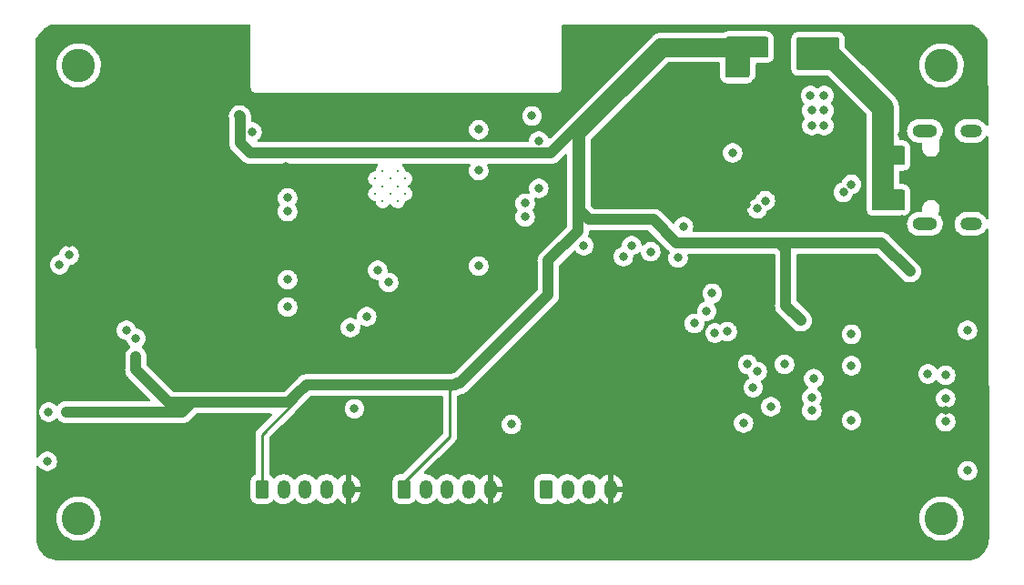
<source format=gbr>
%TF.GenerationSoftware,KiCad,Pcbnew,(6.0.8-1)-1*%
%TF.CreationDate,2023-01-11T14:40:22-05:00*%
%TF.ProjectId,smart-chessboard-controller,736d6172-742d-4636-9865-7373626f6172,C*%
%TF.SameCoordinates,Original*%
%TF.FileFunction,Copper,L2,Inr*%
%TF.FilePolarity,Positive*%
%FSLAX46Y46*%
G04 Gerber Fmt 4.6, Leading zero omitted, Abs format (unit mm)*
G04 Created by KiCad (PCBNEW (6.0.8-1)-1) date 2023-01-11 14:40:22*
%MOMM*%
%LPD*%
G01*
G04 APERTURE LIST*
G04 Aperture macros list*
%AMRoundRect*
0 Rectangle with rounded corners*
0 $1 Rounding radius*
0 $2 $3 $4 $5 $6 $7 $8 $9 X,Y pos of 4 corners*
0 Add a 4 corners polygon primitive as box body*
4,1,4,$2,$3,$4,$5,$6,$7,$8,$9,$2,$3,0*
0 Add four circle primitives for the rounded corners*
1,1,$1+$1,$2,$3*
1,1,$1+$1,$4,$5*
1,1,$1+$1,$6,$7*
1,1,$1+$1,$8,$9*
0 Add four rect primitives between the rounded corners*
20,1,$1+$1,$2,$3,$4,$5,0*
20,1,$1+$1,$4,$5,$6,$7,0*
20,1,$1+$1,$6,$7,$8,$9,0*
20,1,$1+$1,$8,$9,$2,$3,0*%
G04 Aperture macros list end*
%TA.AperFunction,ComponentPad*%
%ADD10C,3.100000*%
%TD*%
%TA.AperFunction,ComponentPad*%
%ADD11C,0.300000*%
%TD*%
%TA.AperFunction,ComponentPad*%
%ADD12RoundRect,0.250000X-0.350000X-0.625000X0.350000X-0.625000X0.350000X0.625000X-0.350000X0.625000X0*%
%TD*%
%TA.AperFunction,ComponentPad*%
%ADD13O,1.200000X1.750000*%
%TD*%
%TA.AperFunction,ComponentPad*%
%ADD14O,2.000000X1.200000*%
%TD*%
%TA.AperFunction,ComponentPad*%
%ADD15O,2.300000X1.200000*%
%TD*%
%TA.AperFunction,ViaPad*%
%ADD16C,0.800000*%
%TD*%
%TA.AperFunction,Conductor*%
%ADD17C,0.250000*%
%TD*%
%TA.AperFunction,Conductor*%
%ADD18C,1.000000*%
%TD*%
%TA.AperFunction,Conductor*%
%ADD19C,2.000000*%
%TD*%
G04 APERTURE END LIST*
D10*
%TO.N,N/C*%
%TO.C,H8*%
X74168000Y-88138000D03*
%TD*%
%TO.N,N/C*%
%TO.C,H7*%
X154432000Y-88138000D03*
%TD*%
D11*
%TO.N,N/C*%
%TO.C,U2*%
X102446000Y-55798000D03*
X103846000Y-55798000D03*
X101746000Y-56498000D03*
X103146000Y-56498000D03*
X104546000Y-56498000D03*
X102446000Y-57198000D03*
X103846000Y-57198000D03*
X101746000Y-57898000D03*
X103146000Y-57898000D03*
X104546000Y-57898000D03*
X102446000Y-58598000D03*
X103846000Y-58598000D03*
%TD*%
D12*
%TO.N,3V3*%
%TO.C,J8*%
X104456000Y-85396000D03*
D13*
%TO.N,/SDA_DWC*%
X106456000Y-85396000D03*
%TO.N,/SCL_DWC*%
X108456000Y-85396000D03*
%TO.N,/W_MOVE*%
X110456000Y-85396000D03*
%TO.N,GND*%
X112456000Y-85396000D03*
%TD*%
D12*
%TO.N,3V3*%
%TO.C,J9*%
X91248000Y-85396000D03*
D13*
%TO.N,/SDA_DBC*%
X93248000Y-85396000D03*
%TO.N,/SCL_DBC*%
X95248000Y-85396000D03*
%TO.N,/B_MOVE*%
X97248000Y-85396000D03*
%TO.N,GND*%
X99248000Y-85396000D03*
%TD*%
D12*
%TO.N,5V*%
%TO.C,J5*%
X117648000Y-85396000D03*
D13*
%TO.N,/RX2*%
X119648000Y-85396000D03*
%TO.N,/TX2*%
X121648000Y-85396000D03*
%TO.N,GND*%
X123648000Y-85396000D03*
%TD*%
D10*
%TO.N,N/C*%
%TO.C,H6*%
X154432000Y-45974000D03*
%TD*%
%TO.N,N/C*%
%TO.C,H5*%
X74168000Y-45974000D03*
%TD*%
D14*
%TO.N,Net-(J1-PadS1)*%
%TO.C,J1*%
X157154000Y-60711000D03*
X157154000Y-52061000D03*
D15*
X152879000Y-60711000D03*
X152879000Y-52061000D03*
%TD*%
D16*
%TO.N,GND*%
X85598000Y-62484000D03*
%TO.N,3V3*%
X136399000Y-43942000D03*
X94488000Y-76581000D03*
X136399000Y-44958000D03*
X130810000Y-44069000D03*
X109347000Y-75565000D03*
X90170000Y-54102000D03*
X151511000Y-65151000D03*
X153162000Y-74676000D03*
X73025000Y-78232000D03*
X89154000Y-50673000D03*
X135383000Y-44958000D03*
X79502000Y-73100500D03*
X141351000Y-69723000D03*
X135383000Y-43942000D03*
%TO.N,GND*%
X154686000Y-66421000D03*
X140716000Y-59690000D03*
X73279000Y-62484000D03*
X93472000Y-55372000D03*
X157226000Y-48260000D03*
X97917000Y-49403000D03*
X73279000Y-69469000D03*
X146558000Y-53086000D03*
X143510000Y-76073000D03*
X139573000Y-46101000D03*
X73279000Y-71501000D03*
X130683000Y-57785000D03*
X107061000Y-80518000D03*
X97485200Y-79679800D03*
X97917000Y-67183000D03*
X150749000Y-52451000D03*
X93599000Y-72136000D03*
X130683000Y-56642000D03*
X73279000Y-65532000D03*
X144272000Y-90805000D03*
X137160000Y-47625000D03*
X150622000Y-48641000D03*
X131699000Y-51689000D03*
X131826000Y-56642000D03*
X150749000Y-60325000D03*
X136271000Y-58928000D03*
X154813000Y-78105000D03*
X149606000Y-46990000D03*
X82169000Y-69723000D03*
X89154000Y-65913000D03*
X111379000Y-49403000D03*
X90043000Y-49098000D03*
X127000000Y-90805000D03*
X147066000Y-64770000D03*
X139573000Y-53467000D03*
X73279000Y-67564000D03*
X82169000Y-74549000D03*
X131826000Y-57785000D03*
X126746000Y-55880000D03*
X136017000Y-52070000D03*
X101828600Y-72136000D03*
%TO.N,/EN*%
X90297000Y-52146000D03*
X124841000Y-63754000D03*
%TO.N,5V*%
X79502000Y-71374000D03*
X142367000Y-51562000D03*
X78613000Y-70612000D03*
X142240000Y-48768000D03*
X142367000Y-50165000D03*
X143510000Y-50165000D03*
X135001000Y-54102000D03*
X143510000Y-51562000D03*
X143510000Y-48768000D03*
%TO.N,/SD_MISO*%
X154813000Y-79121000D03*
X142367000Y-78105000D03*
X115697000Y-58801000D03*
X139827000Y-73787000D03*
X131445000Y-69977000D03*
X138557000Y-77724000D03*
%TO.N,/SD_SCK*%
X133350000Y-70866000D03*
X142367000Y-76886500D03*
X115697000Y-60071000D03*
X154813000Y-76962000D03*
%TO.N,/SD_MOSI*%
X154813000Y-74803000D03*
X136906000Y-75946000D03*
X116332000Y-50673000D03*
X142544122Y-75107122D03*
X134493000Y-70739000D03*
X137287000Y-74462500D03*
%TO.N,/SD_SS*%
X132588000Y-68834000D03*
X121158000Y-62738000D03*
%TO.N,VBUS*%
X150495000Y-53975000D03*
X142748000Y-44107000D03*
X141605000Y-45377000D03*
X149987000Y-54737000D03*
X149987000Y-58166000D03*
X150495000Y-58928000D03*
X141605000Y-44107000D03*
X149479000Y-58928000D03*
X149479000Y-53975000D03*
X148844000Y-54737000D03*
X148844000Y-58166000D03*
X142748000Y-45377000D03*
%TO.N,/D_P*%
X146040232Y-57032768D03*
X137296768Y-59299232D03*
%TO.N,/D_N*%
X145297768Y-57775232D03*
X138039232Y-58556768D03*
%TO.N,/SD_DET*%
X146050000Y-73914000D03*
X114427000Y-79375000D03*
%TO.N,/ESP_RX*%
X116967000Y-57404000D03*
X116967000Y-53002500D03*
%TO.N,/IO0*%
X133096000Y-67183000D03*
X129921000Y-63881000D03*
X125603000Y-62738000D03*
%TO.N,/~{BUF_EN}*%
X71374000Y-78232000D03*
X73279000Y-63627000D03*
%TO.N,/RX2*%
X102997000Y-66167000D03*
X93599000Y-58293000D03*
%TO.N,/TX2*%
X101981000Y-65024000D03*
X93599000Y-59563000D03*
%TO.N,/W_MOVE*%
X93599000Y-68453000D03*
%TO.N,/B_MOVE*%
X93599000Y-65913000D03*
%TO.N,/RTS*%
X130429000Y-60960000D03*
X127381000Y-63308500D03*
%TO.N,/~{IO_INT}*%
X71247000Y-82804000D03*
X72390000Y-64516000D03*
%TO.N,Net-(J2-Pad8)*%
X136017000Y-79248000D03*
X136398000Y-73787000D03*
%TO.N,/~{I2C_RESET}*%
X99822000Y-77915500D03*
X111379000Y-64643000D03*
%TO.N,/~{I2C_SDA}*%
X99441000Y-70358000D03*
X111379000Y-55753000D03*
%TO.N,/~{I2C_SCL}*%
X100965000Y-69342000D03*
X111379000Y-51943000D03*
%TO.N,Net-(J2-Pad11)*%
X156845000Y-83693000D03*
X146050000Y-78994000D03*
X146050000Y-70993000D03*
X156845000Y-70612000D03*
%TD*%
D17*
%TO.N,3V3*%
X104456000Y-84774000D02*
X104456000Y-85396000D01*
D18*
X109347000Y-75565000D02*
X109220000Y-75692000D01*
X117856000Y-67310000D02*
X117856000Y-64135000D01*
X117856000Y-64135000D02*
X120607000Y-61384000D01*
X120607000Y-61384000D02*
X120607000Y-52621000D01*
X109220000Y-75692000D02*
X95377000Y-75692000D01*
X109347000Y-75565000D02*
X109601000Y-75565000D01*
X109601000Y-75565000D02*
X117856000Y-67310000D01*
X95377000Y-75692000D02*
X94488000Y-76581000D01*
D17*
X109347000Y-75565000D02*
X108712000Y-76200000D01*
D18*
X120607000Y-52621000D02*
X128563000Y-44665000D01*
D17*
X108712000Y-76200000D02*
X108712000Y-80518000D01*
X108712000Y-80518000D02*
X104456000Y-84774000D01*
D18*
X83820000Y-78232000D02*
X73025000Y-78232000D01*
X79502000Y-74295000D02*
X82550000Y-77343000D01*
X93726000Y-77343000D02*
X94488000Y-76581000D01*
X118110000Y-54102000D02*
X128270000Y-43942000D01*
X90170000Y-54102000D02*
X118110000Y-54102000D01*
X141351000Y-69723000D02*
X139954000Y-68326000D01*
X84709000Y-77343000D02*
X83820000Y-78232000D01*
X121666000Y-60325000D02*
X120777000Y-59436000D01*
X90094000Y-54102000D02*
X89197000Y-53205000D01*
D17*
X94488000Y-77089000D02*
X91248000Y-80329000D01*
D18*
X139954000Y-68326000D02*
X139954000Y-63119000D01*
X82550000Y-77343000D02*
X84709000Y-77343000D01*
X89197000Y-50716000D02*
X89154000Y-50673000D01*
X120777000Y-59436000D02*
X120777000Y-52324000D01*
D17*
X94488000Y-76581000D02*
X94488000Y-77089000D01*
D18*
X90170000Y-54102000D02*
X90094000Y-54102000D01*
X151511000Y-65151000D02*
X148844000Y-62484000D01*
X84709000Y-77343000D02*
X93726000Y-77343000D01*
X120777000Y-52324000D02*
X128436000Y-44665000D01*
X148844000Y-62484000D02*
X139319000Y-62484000D01*
X127635000Y-60325000D02*
X121666000Y-60325000D01*
X79502000Y-73100500D02*
X79502000Y-74295000D01*
D17*
X91248000Y-80329000D02*
X91248000Y-85396000D01*
D18*
X89197000Y-53205000D02*
X89197000Y-50716000D01*
X129794000Y-62484000D02*
X127635000Y-60325000D01*
X139954000Y-63119000D02*
X139319000Y-62484000D01*
X139319000Y-62484000D02*
X129794000Y-62484000D01*
X128436000Y-44665000D02*
X136399000Y-44665000D01*
X128270000Y-43942000D02*
X136399000Y-43942000D01*
D19*
%TO.N,VBUS*%
X142202000Y-44704000D02*
X143764000Y-44704000D01*
X143764000Y-44704000D02*
X148971000Y-49911000D01*
X148971000Y-49911000D02*
X148971000Y-57531000D01*
%TD*%
%TA.AperFunction,Conductor*%
%TO.N,3V3*%
G36*
X138246121Y-43327002D02*
G01*
X138292614Y-43380658D01*
X138304000Y-43433000D01*
X138304000Y-45086000D01*
X138283998Y-45154121D01*
X138230342Y-45200614D01*
X138178000Y-45212000D01*
X136653000Y-45212000D01*
X136653000Y-46806189D01*
X136632998Y-46874310D01*
X136601063Y-46908124D01*
X136548747Y-46946134D01*
X136544326Y-46951044D01*
X136544325Y-46951045D01*
X136432437Y-47075310D01*
X136371991Y-47112550D01*
X136338801Y-47117000D01*
X134493000Y-47117000D01*
X134424879Y-47096998D01*
X134378386Y-47043342D01*
X134367000Y-46991000D01*
X134367000Y-43433000D01*
X134387002Y-43364879D01*
X134440658Y-43318386D01*
X134493000Y-43307000D01*
X138178000Y-43307000D01*
X138246121Y-43327002D01*
G37*
%TD.AperFunction*%
%TD*%
%TA.AperFunction,Conductor*%
%TO.N,VBUS*%
G36*
X150945121Y-53487002D02*
G01*
X150991614Y-53540658D01*
X151003000Y-53593000D01*
X151003000Y-55119000D01*
X150982998Y-55187121D01*
X150929342Y-55233614D01*
X150877000Y-55245000D01*
X148335000Y-55245000D01*
X148266879Y-55224998D01*
X148220386Y-55171342D01*
X148209000Y-55119000D01*
X148209000Y-53593000D01*
X148229002Y-53524879D01*
X148282658Y-53478386D01*
X148335000Y-53467000D01*
X150877000Y-53467000D01*
X150945121Y-53487002D01*
G37*
%TD.AperFunction*%
%TD*%
%TA.AperFunction,Conductor*%
%TO.N,VBUS*%
G36*
X150945121Y-57551002D02*
G01*
X150991614Y-57604658D01*
X151003000Y-57657000D01*
X151003000Y-59294596D01*
X150982998Y-59362717D01*
X150929342Y-59409210D01*
X150859068Y-59419314D01*
X150851009Y-59417879D01*
X150850941Y-59417872D01*
X150844487Y-59416500D01*
X150653513Y-59416500D01*
X150647061Y-59417872D01*
X150647056Y-59417872D01*
X150574725Y-59433247D01*
X150548528Y-59436000D01*
X148081000Y-59436000D01*
X148012879Y-59415998D01*
X147966386Y-59362342D01*
X147955000Y-59310000D01*
X147955000Y-57657000D01*
X147975002Y-57588879D01*
X148028658Y-57542386D01*
X148081000Y-57531000D01*
X150877000Y-57531000D01*
X150945121Y-57551002D01*
G37*
%TD.AperFunction*%
%TD*%
%TA.AperFunction,Conductor*%
%TO.N,VBUS*%
G36*
X144849121Y-43365002D02*
G01*
X144895614Y-43418658D01*
X144907000Y-43471000D01*
X144907000Y-46267000D01*
X144886998Y-46335121D01*
X144833342Y-46381614D01*
X144781000Y-46393000D01*
X141096000Y-46393000D01*
X141027879Y-46372998D01*
X140981386Y-46319342D01*
X140970000Y-46267000D01*
X140970000Y-43471000D01*
X140990002Y-43402879D01*
X141043658Y-43356386D01*
X141096000Y-43345000D01*
X144781000Y-43345000D01*
X144849121Y-43365002D01*
G37*
%TD.AperFunction*%
%TD*%
%TA.AperFunction,Conductor*%
%TO.N,GND*%
G36*
X90109621Y-42146502D02*
G01*
X90156114Y-42200158D01*
X90167500Y-42252500D01*
X90167500Y-47997377D01*
X90167498Y-47998147D01*
X90167024Y-48075721D01*
X90169491Y-48084352D01*
X90175150Y-48104153D01*
X90178728Y-48120915D01*
X90182920Y-48150187D01*
X90186634Y-48158355D01*
X90186634Y-48158356D01*
X90193548Y-48173562D01*
X90199996Y-48191086D01*
X90207051Y-48215771D01*
X90211843Y-48223365D01*
X90211844Y-48223368D01*
X90222830Y-48240780D01*
X90230969Y-48255863D01*
X90243208Y-48282782D01*
X90249069Y-48289584D01*
X90259970Y-48302235D01*
X90271073Y-48317239D01*
X90284776Y-48338958D01*
X90291501Y-48344897D01*
X90291504Y-48344901D01*
X90306938Y-48358532D01*
X90318982Y-48370724D01*
X90332427Y-48386327D01*
X90332430Y-48386329D01*
X90338287Y-48393127D01*
X90345816Y-48398007D01*
X90345817Y-48398008D01*
X90359835Y-48407094D01*
X90374709Y-48418385D01*
X90387217Y-48429431D01*
X90393951Y-48435378D01*
X90420711Y-48447942D01*
X90435691Y-48456263D01*
X90452983Y-48467471D01*
X90452988Y-48467473D01*
X90460515Y-48472352D01*
X90469108Y-48474922D01*
X90469113Y-48474924D01*
X90485120Y-48479711D01*
X90502564Y-48486372D01*
X90517676Y-48493467D01*
X90517678Y-48493468D01*
X90525800Y-48497281D01*
X90534667Y-48498662D01*
X90534668Y-48498662D01*
X90537353Y-48499080D01*
X90555017Y-48501830D01*
X90571732Y-48505613D01*
X90591466Y-48511515D01*
X90591472Y-48511516D01*
X90600066Y-48514086D01*
X90609037Y-48514141D01*
X90609038Y-48514141D01*
X90619097Y-48514202D01*
X90634506Y-48514296D01*
X90635289Y-48514329D01*
X90636386Y-48514500D01*
X90667377Y-48514500D01*
X90668147Y-48514502D01*
X90741785Y-48514952D01*
X90741786Y-48514952D01*
X90745721Y-48514976D01*
X90747065Y-48514592D01*
X90748410Y-48514500D01*
X118607377Y-48514500D01*
X118608148Y-48514502D01*
X118685721Y-48514976D01*
X118714152Y-48506850D01*
X118730915Y-48503272D01*
X118731753Y-48503152D01*
X118760187Y-48499080D01*
X118783564Y-48488451D01*
X118801087Y-48482004D01*
X118825771Y-48474949D01*
X118833365Y-48470157D01*
X118833368Y-48470156D01*
X118850780Y-48459170D01*
X118865865Y-48451030D01*
X118892782Y-48438792D01*
X118912235Y-48422030D01*
X118927239Y-48410927D01*
X118948958Y-48397224D01*
X118954897Y-48390499D01*
X118954901Y-48390496D01*
X118968532Y-48375062D01*
X118980724Y-48363018D01*
X118996327Y-48349573D01*
X118996329Y-48349570D01*
X119003127Y-48343713D01*
X119017094Y-48322165D01*
X119028385Y-48307291D01*
X119039431Y-48294783D01*
X119039432Y-48294782D01*
X119045378Y-48288049D01*
X119057943Y-48261287D01*
X119066263Y-48246309D01*
X119077471Y-48229017D01*
X119077473Y-48229012D01*
X119082352Y-48221485D01*
X119084922Y-48212892D01*
X119084924Y-48212887D01*
X119089711Y-48196880D01*
X119096372Y-48179436D01*
X119103467Y-48164324D01*
X119103468Y-48164322D01*
X119107281Y-48156200D01*
X119111830Y-48126983D01*
X119115613Y-48110268D01*
X119121515Y-48090534D01*
X119121516Y-48090528D01*
X119124086Y-48081934D01*
X119124296Y-48047494D01*
X119124329Y-48046711D01*
X119124500Y-48045614D01*
X119124500Y-48014623D01*
X119124502Y-48013853D01*
X119124952Y-47940215D01*
X119124952Y-47940214D01*
X119124976Y-47936279D01*
X119124592Y-47934935D01*
X119124500Y-47933590D01*
X119124500Y-42252500D01*
X119144502Y-42184379D01*
X119198158Y-42137886D01*
X119250500Y-42126500D01*
X156666633Y-42126500D01*
X156686018Y-42128000D01*
X156700851Y-42130310D01*
X156700855Y-42130310D01*
X156709724Y-42131691D01*
X156718626Y-42130527D01*
X156718629Y-42130527D01*
X156726012Y-42129561D01*
X156750591Y-42128767D01*
X156777442Y-42130527D01*
X156972922Y-42143340D01*
X156989262Y-42145491D01*
X157111478Y-42169801D01*
X157233696Y-42194112D01*
X157249606Y-42198375D01*
X157485600Y-42278484D01*
X157500826Y-42284791D01*
X157724342Y-42395016D01*
X157738616Y-42403257D01*
X157945829Y-42541713D01*
X157958905Y-42551746D01*
X158146278Y-42716068D01*
X158157932Y-42727722D01*
X158322254Y-42915095D01*
X158332287Y-42928171D01*
X158470743Y-43135384D01*
X158478984Y-43149658D01*
X158589209Y-43373174D01*
X158595515Y-43388398D01*
X158675625Y-43624394D01*
X158679889Y-43640307D01*
X158728509Y-43884738D01*
X158730660Y-43901078D01*
X158744763Y-44116236D01*
X158743733Y-44139350D01*
X158743690Y-44142854D01*
X158742309Y-44151724D01*
X158743473Y-44160626D01*
X158743473Y-44160631D01*
X158746534Y-44184037D01*
X158747598Y-44200073D01*
X158764867Y-51464107D01*
X158745027Y-51532276D01*
X158691482Y-51578896D01*
X158621232Y-51589167D01*
X158556581Y-51559827D01*
X158524166Y-51516558D01*
X158521806Y-51511368D01*
X158519326Y-51505913D01*
X158412192Y-51354882D01*
X158400412Y-51338275D01*
X158400411Y-51338274D01*
X158396946Y-51333389D01*
X158244150Y-51187119D01*
X158066452Y-51072380D01*
X157963214Y-51030774D01*
X157875832Y-50995558D01*
X157875829Y-50995557D01*
X157870263Y-50993314D01*
X157662663Y-50952772D01*
X157657101Y-50952500D01*
X156701154Y-50952500D01*
X156543434Y-50967548D01*
X156340466Y-51027092D01*
X156335139Y-51029836D01*
X156335138Y-51029836D01*
X156157751Y-51121196D01*
X156157748Y-51121198D01*
X156152420Y-51123942D01*
X155986080Y-51254604D01*
X155982148Y-51259135D01*
X155982145Y-51259138D01*
X155913474Y-51338275D01*
X155847448Y-51414363D01*
X155844448Y-51419549D01*
X155844445Y-51419553D01*
X155779233Y-51532276D01*
X155741527Y-51597454D01*
X155672139Y-51797271D01*
X155671278Y-51803206D01*
X155671278Y-51803208D01*
X155651549Y-51939279D01*
X155641787Y-52006604D01*
X155651567Y-52217899D01*
X155652971Y-52223724D01*
X155652971Y-52223725D01*
X155677031Y-52323557D01*
X155701125Y-52423534D01*
X155703607Y-52428992D01*
X155703608Y-52428996D01*
X155747053Y-52524546D01*
X155788674Y-52616087D01*
X155869646Y-52730237D01*
X155885232Y-52752208D01*
X155911054Y-52788611D01*
X156063850Y-52934881D01*
X156241548Y-53049620D01*
X156269585Y-53060919D01*
X156432168Y-53126442D01*
X156432171Y-53126443D01*
X156437737Y-53128686D01*
X156645337Y-53169228D01*
X156650899Y-53169500D01*
X157606846Y-53169500D01*
X157764566Y-53154452D01*
X157967534Y-53094908D01*
X158033528Y-53060919D01*
X158150249Y-53000804D01*
X158150252Y-53000802D01*
X158155580Y-52998058D01*
X158321920Y-52867396D01*
X158325852Y-52862865D01*
X158325855Y-52862862D01*
X158456621Y-52712167D01*
X158460552Y-52707637D01*
X158463552Y-52702451D01*
X158463555Y-52702447D01*
X158532612Y-52583076D01*
X158584037Y-52534128D01*
X158653762Y-52520752D01*
X158719650Y-52547196D01*
X158760782Y-52605064D01*
X158767676Y-52645871D01*
X158779841Y-57762965D01*
X158785519Y-60151026D01*
X158785539Y-60159572D01*
X158765699Y-60227741D01*
X158712154Y-60274361D01*
X158641904Y-60284632D01*
X158577253Y-60255292D01*
X158544839Y-60212024D01*
X158521809Y-60161373D01*
X158521806Y-60161368D01*
X158519326Y-60155913D01*
X158396946Y-59983389D01*
X158244150Y-59837119D01*
X158066452Y-59722380D01*
X157995340Y-59693721D01*
X157875832Y-59645558D01*
X157875829Y-59645557D01*
X157870263Y-59643314D01*
X157662663Y-59602772D01*
X157657101Y-59602500D01*
X156701154Y-59602500D01*
X156543434Y-59617548D01*
X156340466Y-59677092D01*
X156335139Y-59679836D01*
X156335138Y-59679836D01*
X156157751Y-59771196D01*
X156157748Y-59771198D01*
X156152420Y-59773942D01*
X155986080Y-59904604D01*
X155982148Y-59909135D01*
X155982145Y-59909138D01*
X155913474Y-59988275D01*
X155847448Y-60064363D01*
X155844448Y-60069549D01*
X155844445Y-60069553D01*
X155764507Y-60207732D01*
X155741527Y-60247454D01*
X155672139Y-60447271D01*
X155671278Y-60453206D01*
X155671278Y-60453208D01*
X155650367Y-60597432D01*
X155641787Y-60656604D01*
X155651567Y-60867899D01*
X155652971Y-60873724D01*
X155652971Y-60873725D01*
X155684168Y-61003171D01*
X155701125Y-61073534D01*
X155703607Y-61078992D01*
X155703608Y-61078996D01*
X155747053Y-61174546D01*
X155788674Y-61266087D01*
X155911054Y-61438611D01*
X156063850Y-61584881D01*
X156241548Y-61699620D01*
X156301646Y-61723840D01*
X156432168Y-61776442D01*
X156432171Y-61776443D01*
X156437737Y-61778686D01*
X156645337Y-61819228D01*
X156650899Y-61819500D01*
X157606846Y-61819500D01*
X157764566Y-61804452D01*
X157967534Y-61744908D01*
X157989228Y-61733735D01*
X158150249Y-61650804D01*
X158150252Y-61650802D01*
X158155580Y-61648058D01*
X158321920Y-61517396D01*
X158325852Y-61512865D01*
X158325855Y-61512862D01*
X158456621Y-61362167D01*
X158460552Y-61357637D01*
X158463552Y-61352451D01*
X158463555Y-61352447D01*
X158553092Y-61197676D01*
X158604517Y-61148727D01*
X158674243Y-61135352D01*
X158740131Y-61161796D01*
X158781262Y-61219665D01*
X158788156Y-61260471D01*
X158788375Y-61352447D01*
X158856331Y-89938035D01*
X158854830Y-89957723D01*
X158852640Y-89971786D01*
X158852640Y-89971790D01*
X158851258Y-89980663D01*
X158852422Y-89989566D01*
X158853388Y-89996954D01*
X158854181Y-90021531D01*
X158839605Y-90243859D01*
X158837454Y-90260199D01*
X158788830Y-90504629D01*
X158784564Y-90520549D01*
X158704453Y-90756538D01*
X158698146Y-90771764D01*
X158587920Y-90995278D01*
X158579679Y-91009551D01*
X158441220Y-91216767D01*
X158431187Y-91229843D01*
X158266867Y-91417213D01*
X158255213Y-91428867D01*
X158067843Y-91593187D01*
X158054767Y-91603220D01*
X157847551Y-91741679D01*
X157833278Y-91749920D01*
X157609764Y-91860146D01*
X157594538Y-91866453D01*
X157358549Y-91946564D01*
X157342629Y-91950830D01*
X157098199Y-91999454D01*
X157081859Y-92001605D01*
X156866696Y-92015711D01*
X156843569Y-92014682D01*
X156840090Y-92014640D01*
X156831215Y-92013258D01*
X156812458Y-92015711D01*
X156799380Y-92017421D01*
X156783153Y-92018485D01*
X152462286Y-92022300D01*
X77026425Y-92022300D01*
X72310518Y-92018489D01*
X72291242Y-92016989D01*
X72281342Y-92015448D01*
X72276147Y-92014639D01*
X72276146Y-92014639D01*
X72267276Y-92013258D01*
X72250988Y-92015388D01*
X72226410Y-92016182D01*
X72181801Y-92013258D01*
X72004083Y-92001609D01*
X71987742Y-91999458D01*
X71822166Y-91966523D01*
X71743311Y-91950837D01*
X71727397Y-91946573D01*
X71609403Y-91906519D01*
X71491411Y-91866465D01*
X71476184Y-91860158D01*
X71252672Y-91749933D01*
X71238399Y-91741692D01*
X71031181Y-91603232D01*
X71018111Y-91593202D01*
X70830737Y-91428877D01*
X70819096Y-91417236D01*
X70654776Y-91229860D01*
X70644743Y-91216785D01*
X70506289Y-91009569D01*
X70498048Y-90995295D01*
X70387826Y-90771779D01*
X70381519Y-90756552D01*
X70335720Y-90621626D01*
X70301411Y-90520549D01*
X70297150Y-90504642D01*
X70297148Y-90504629D01*
X70248536Y-90260219D01*
X70246385Y-90243879D01*
X70232273Y-90028491D01*
X70233258Y-90006363D01*
X70233310Y-90002104D01*
X70234691Y-89993235D01*
X70230465Y-89960910D01*
X70229402Y-89944876D01*
X70225055Y-88116393D01*
X72104803Y-88116393D01*
X72120960Y-88396601D01*
X72121785Y-88400806D01*
X72121786Y-88400814D01*
X72132711Y-88456497D01*
X72174996Y-88672024D01*
X72176383Y-88676074D01*
X72176384Y-88676079D01*
X72264522Y-88933509D01*
X72265911Y-88937565D01*
X72392022Y-89188310D01*
X72394448Y-89191839D01*
X72394451Y-89191845D01*
X72503012Y-89349801D01*
X72550997Y-89419620D01*
X72739894Y-89627215D01*
X72743183Y-89629965D01*
X72951925Y-89804501D01*
X72951930Y-89804505D01*
X72955217Y-89807253D01*
X73010424Y-89841884D01*
X73189341Y-89954119D01*
X73189345Y-89954121D01*
X73192981Y-89956402D01*
X73448788Y-90071903D01*
X73452907Y-90073123D01*
X73713790Y-90150401D01*
X73713795Y-90150402D01*
X73717903Y-90151619D01*
X73722137Y-90152267D01*
X73722142Y-90152268D01*
X73966514Y-90189662D01*
X73995347Y-90194074D01*
X74138292Y-90196319D01*
X74271694Y-90198415D01*
X74271700Y-90198415D01*
X74275985Y-90198482D01*
X74554626Y-90164763D01*
X74826112Y-90093540D01*
X74830072Y-90091900D01*
X74830077Y-90091898D01*
X74999957Y-90021531D01*
X75085420Y-89986131D01*
X75094778Y-89980663D01*
X75324054Y-89846685D01*
X75324055Y-89846685D01*
X75327752Y-89844524D01*
X75548624Y-89671338D01*
X75743948Y-89469779D01*
X75746481Y-89466331D01*
X75746485Y-89466326D01*
X75907572Y-89247032D01*
X75910110Y-89243577D01*
X76044036Y-88996916D01*
X76143247Y-88734362D01*
X76205907Y-88460773D01*
X76230857Y-88181211D01*
X76231310Y-88138000D01*
X76229837Y-88116393D01*
X152368803Y-88116393D01*
X152384960Y-88396601D01*
X152385785Y-88400806D01*
X152385786Y-88400814D01*
X152396711Y-88456497D01*
X152438996Y-88672024D01*
X152440383Y-88676074D01*
X152440384Y-88676079D01*
X152528522Y-88933509D01*
X152529911Y-88937565D01*
X152656022Y-89188310D01*
X152658448Y-89191839D01*
X152658451Y-89191845D01*
X152767012Y-89349801D01*
X152814997Y-89419620D01*
X153003894Y-89627215D01*
X153007183Y-89629965D01*
X153215925Y-89804501D01*
X153215930Y-89804505D01*
X153219217Y-89807253D01*
X153274424Y-89841884D01*
X153453341Y-89954119D01*
X153453345Y-89954121D01*
X153456981Y-89956402D01*
X153712788Y-90071903D01*
X153716907Y-90073123D01*
X153977790Y-90150401D01*
X153977795Y-90150402D01*
X153981903Y-90151619D01*
X153986137Y-90152267D01*
X153986142Y-90152268D01*
X154230514Y-90189662D01*
X154259347Y-90194074D01*
X154402292Y-90196319D01*
X154535694Y-90198415D01*
X154535700Y-90198415D01*
X154539985Y-90198482D01*
X154818626Y-90164763D01*
X155090112Y-90093540D01*
X155094072Y-90091900D01*
X155094077Y-90091898D01*
X155263957Y-90021531D01*
X155349420Y-89986131D01*
X155358778Y-89980663D01*
X155588054Y-89846685D01*
X155588055Y-89846685D01*
X155591752Y-89844524D01*
X155812624Y-89671338D01*
X156007948Y-89469779D01*
X156010481Y-89466331D01*
X156010485Y-89466326D01*
X156171572Y-89247032D01*
X156174110Y-89243577D01*
X156308036Y-88996916D01*
X156407247Y-88734362D01*
X156469907Y-88460773D01*
X156494857Y-88181211D01*
X156495310Y-88138000D01*
X156476220Y-87857977D01*
X156470923Y-87832396D01*
X156420172Y-87587332D01*
X156419303Y-87583135D01*
X156325612Y-87318561D01*
X156315401Y-87298776D01*
X156198847Y-87072957D01*
X156198847Y-87072956D01*
X156196882Y-87069150D01*
X156186595Y-87054512D01*
X156037956Y-86843022D01*
X156035493Y-86839517D01*
X155928032Y-86723875D01*
X155847354Y-86637055D01*
X155847351Y-86637052D01*
X155844433Y-86633912D01*
X155627237Y-86456139D01*
X155387923Y-86309487D01*
X155365348Y-86299577D01*
X155134853Y-86198397D01*
X155130921Y-86196671D01*
X155111519Y-86191144D01*
X154865114Y-86120954D01*
X154865115Y-86120954D01*
X154860986Y-86119778D01*
X154655217Y-86090493D01*
X154587365Y-86080836D01*
X154587363Y-86080836D01*
X154583113Y-86080231D01*
X154578824Y-86080209D01*
X154578817Y-86080208D01*
X154306730Y-86078783D01*
X154306723Y-86078783D01*
X154302444Y-86078761D01*
X154298199Y-86079320D01*
X154298197Y-86079320D01*
X154234813Y-86087665D01*
X154024172Y-86115397D01*
X153753446Y-86189459D01*
X153495277Y-86299577D01*
X153385681Y-86365169D01*
X153258123Y-86441511D01*
X153258119Y-86441514D01*
X153254441Y-86443715D01*
X153035395Y-86619204D01*
X153032451Y-86622306D01*
X153032447Y-86622310D01*
X152879756Y-86783213D01*
X152842192Y-86822797D01*
X152678408Y-87050727D01*
X152547073Y-87298776D01*
X152545601Y-87302799D01*
X152545599Y-87302803D01*
X152538354Y-87322602D01*
X152450616Y-87562355D01*
X152390825Y-87836585D01*
X152368803Y-88116393D01*
X76229837Y-88116393D01*
X76212220Y-87857977D01*
X76206923Y-87832396D01*
X76156172Y-87587332D01*
X76155303Y-87583135D01*
X76061612Y-87318561D01*
X76051401Y-87298776D01*
X75934847Y-87072957D01*
X75934847Y-87072956D01*
X75932882Y-87069150D01*
X75922595Y-87054512D01*
X75773956Y-86843022D01*
X75771493Y-86839517D01*
X75664032Y-86723875D01*
X75583354Y-86637055D01*
X75583351Y-86637052D01*
X75580433Y-86633912D01*
X75363237Y-86456139D01*
X75123923Y-86309487D01*
X75101348Y-86299577D01*
X74870853Y-86198397D01*
X74866921Y-86196671D01*
X74847519Y-86191144D01*
X74601114Y-86120954D01*
X74601115Y-86120954D01*
X74596986Y-86119778D01*
X74391217Y-86090493D01*
X74323365Y-86080836D01*
X74323363Y-86080836D01*
X74319113Y-86080231D01*
X74314824Y-86080209D01*
X74314817Y-86080208D01*
X74042730Y-86078783D01*
X74042723Y-86078783D01*
X74038444Y-86078761D01*
X74034199Y-86079320D01*
X74034197Y-86079320D01*
X73970813Y-86087665D01*
X73760172Y-86115397D01*
X73489446Y-86189459D01*
X73231277Y-86299577D01*
X73121681Y-86365169D01*
X72994123Y-86441511D01*
X72994119Y-86441514D01*
X72990441Y-86443715D01*
X72771395Y-86619204D01*
X72768451Y-86622306D01*
X72768447Y-86622310D01*
X72615756Y-86783213D01*
X72578192Y-86822797D01*
X72414408Y-87050727D01*
X72283073Y-87298776D01*
X72281601Y-87302799D01*
X72281599Y-87302803D01*
X72274354Y-87322602D01*
X72186616Y-87562355D01*
X72126825Y-87836585D01*
X72104803Y-88116393D01*
X70225055Y-88116393D01*
X70213609Y-83301651D01*
X70233449Y-83233482D01*
X70286994Y-83186862D01*
X70357244Y-83176591D01*
X70421895Y-83205931D01*
X70448727Y-83238350D01*
X70507960Y-83340944D01*
X70635747Y-83482866D01*
X70790248Y-83595118D01*
X70796276Y-83597802D01*
X70796278Y-83597803D01*
X70958681Y-83670109D01*
X70964712Y-83672794D01*
X71028888Y-83686435D01*
X71145056Y-83711128D01*
X71145061Y-83711128D01*
X71151513Y-83712500D01*
X71342487Y-83712500D01*
X71348939Y-83711128D01*
X71348944Y-83711128D01*
X71465112Y-83686435D01*
X71529288Y-83672794D01*
X71535319Y-83670109D01*
X71697722Y-83597803D01*
X71697724Y-83597802D01*
X71703752Y-83595118D01*
X71858253Y-83482866D01*
X71986040Y-83340944D01*
X72063990Y-83205931D01*
X72078223Y-83181279D01*
X72078224Y-83181278D01*
X72081527Y-83175556D01*
X72140542Y-82993928D01*
X72149809Y-82905763D01*
X72159814Y-82810565D01*
X72160504Y-82804000D01*
X72158599Y-82785872D01*
X72141232Y-82620635D01*
X72141232Y-82620633D01*
X72140542Y-82614072D01*
X72081527Y-82432444D01*
X72075914Y-82422721D01*
X71989341Y-82272774D01*
X71986040Y-82267056D01*
X71858253Y-82125134D01*
X71703752Y-82012882D01*
X71697724Y-82010198D01*
X71697722Y-82010197D01*
X71535319Y-81937891D01*
X71535318Y-81937891D01*
X71529288Y-81935206D01*
X71435888Y-81915353D01*
X71348944Y-81896872D01*
X71348939Y-81896872D01*
X71342487Y-81895500D01*
X71151513Y-81895500D01*
X71145061Y-81896872D01*
X71145056Y-81896872D01*
X71058112Y-81915353D01*
X70964712Y-81935206D01*
X70958682Y-81937891D01*
X70958681Y-81937891D01*
X70796278Y-82010197D01*
X70796276Y-82010198D01*
X70790248Y-82012882D01*
X70635747Y-82125134D01*
X70507960Y-82267056D01*
X70504659Y-82272774D01*
X70446373Y-82373728D01*
X70394991Y-82422721D01*
X70325277Y-82436157D01*
X70259366Y-82409771D01*
X70218184Y-82351939D01*
X70211254Y-82311028D01*
X70201557Y-78232000D01*
X70460496Y-78232000D01*
X70461186Y-78238565D01*
X70478863Y-78406749D01*
X70480458Y-78421928D01*
X70539473Y-78603556D01*
X70634960Y-78768944D01*
X70639378Y-78773851D01*
X70639379Y-78773852D01*
X70692769Y-78833148D01*
X70762747Y-78910866D01*
X70804257Y-78941025D01*
X70909235Y-79017296D01*
X70917248Y-79023118D01*
X70923276Y-79025802D01*
X70923278Y-79025803D01*
X71049257Y-79081892D01*
X71091712Y-79100794D01*
X71155888Y-79114435D01*
X71272056Y-79139128D01*
X71272061Y-79139128D01*
X71278513Y-79140500D01*
X71469487Y-79140500D01*
X71475939Y-79139128D01*
X71475944Y-79139128D01*
X71592112Y-79114435D01*
X71656288Y-79100794D01*
X71698743Y-79081892D01*
X71824722Y-79025803D01*
X71824724Y-79025802D01*
X71830752Y-79023118D01*
X71838766Y-79017296D01*
X71943743Y-78941025D01*
X71985253Y-78910866D01*
X72040163Y-78849882D01*
X72100609Y-78812642D01*
X72171592Y-78813994D01*
X72231994Y-78855238D01*
X72300968Y-78941025D01*
X72452474Y-79068154D01*
X72457872Y-79071121D01*
X72457877Y-79071125D01*
X72536659Y-79114435D01*
X72625787Y-79163433D01*
X72631654Y-79165294D01*
X72631656Y-79165295D01*
X72808436Y-79221373D01*
X72814306Y-79223235D01*
X72968227Y-79240500D01*
X83758157Y-79240500D01*
X83771764Y-79241237D01*
X83803262Y-79244659D01*
X83803267Y-79244659D01*
X83809388Y-79245324D01*
X83835638Y-79243027D01*
X83859388Y-79240950D01*
X83864214Y-79240621D01*
X83866686Y-79240500D01*
X83869769Y-79240500D01*
X83881738Y-79239326D01*
X83912506Y-79236310D01*
X83913819Y-79236188D01*
X83958084Y-79232315D01*
X84006413Y-79228087D01*
X84011532Y-79226600D01*
X84016833Y-79226080D01*
X84105834Y-79199209D01*
X84106967Y-79198874D01*
X84190414Y-79174630D01*
X84190418Y-79174628D01*
X84196336Y-79172909D01*
X84201068Y-79170456D01*
X84206169Y-79168916D01*
X84222060Y-79160467D01*
X84288260Y-79125269D01*
X84289426Y-79124657D01*
X84366453Y-79084729D01*
X84371926Y-79081892D01*
X84376089Y-79078569D01*
X84380796Y-79076066D01*
X84452918Y-79017245D01*
X84453774Y-79016554D01*
X84492973Y-78985262D01*
X84495477Y-78982758D01*
X84496195Y-78982116D01*
X84500528Y-78978415D01*
X84534062Y-78951065D01*
X84563291Y-78915733D01*
X84571272Y-78906963D01*
X84785984Y-78692251D01*
X85089829Y-78388405D01*
X85152142Y-78354380D01*
X85178925Y-78351500D01*
X92025405Y-78351500D01*
X92093526Y-78371502D01*
X92140019Y-78425158D01*
X92150123Y-78495432D01*
X92120629Y-78560012D01*
X92114500Y-78566595D01*
X90855747Y-79825348D01*
X90847461Y-79832888D01*
X90840982Y-79837000D01*
X90835557Y-79842777D01*
X90794357Y-79886651D01*
X90791602Y-79889493D01*
X90771865Y-79909230D01*
X90769385Y-79912427D01*
X90761682Y-79921447D01*
X90731414Y-79953679D01*
X90727595Y-79960625D01*
X90727593Y-79960628D01*
X90721652Y-79971434D01*
X90710801Y-79987953D01*
X90698386Y-80003959D01*
X90695241Y-80011228D01*
X90695238Y-80011232D01*
X90680826Y-80044537D01*
X90675609Y-80055187D01*
X90654305Y-80093940D01*
X90652334Y-80101615D01*
X90652334Y-80101616D01*
X90649267Y-80113562D01*
X90642863Y-80132266D01*
X90634819Y-80150855D01*
X90633580Y-80158678D01*
X90633577Y-80158688D01*
X90627901Y-80194524D01*
X90625495Y-80206144D01*
X90614500Y-80248970D01*
X90614500Y-80269224D01*
X90612949Y-80288934D01*
X90609780Y-80308943D01*
X90610526Y-80316835D01*
X90613941Y-80352961D01*
X90614500Y-80364819D01*
X90614500Y-83984219D01*
X90594498Y-84052340D01*
X90554803Y-84091363D01*
X90423652Y-84172522D01*
X90298695Y-84297697D01*
X90294855Y-84303927D01*
X90294854Y-84303928D01*
X90256004Y-84366955D01*
X90205885Y-84448262D01*
X90183757Y-84514976D01*
X90155059Y-84601500D01*
X90150203Y-84616139D01*
X90139500Y-84720600D01*
X90139500Y-86071400D01*
X90139837Y-86074646D01*
X90139837Y-86074650D01*
X90144642Y-86120954D01*
X90150474Y-86177166D01*
X90206450Y-86344946D01*
X90299522Y-86495348D01*
X90424697Y-86620305D01*
X90430927Y-86624145D01*
X90430928Y-86624146D01*
X90568090Y-86708694D01*
X90575262Y-86713115D01*
X90611942Y-86725281D01*
X90736611Y-86766632D01*
X90736613Y-86766632D01*
X90743139Y-86768797D01*
X90749975Y-86769497D01*
X90749978Y-86769498D01*
X90788386Y-86773433D01*
X90847600Y-86779500D01*
X91648400Y-86779500D01*
X91651646Y-86779163D01*
X91651650Y-86779163D01*
X91747308Y-86769238D01*
X91747312Y-86769237D01*
X91754166Y-86768526D01*
X91760702Y-86766345D01*
X91760704Y-86766345D01*
X91896867Y-86720917D01*
X91921946Y-86712550D01*
X92072348Y-86619478D01*
X92197305Y-86494303D01*
X92229075Y-86442764D01*
X92281846Y-86395271D01*
X92351918Y-86383847D01*
X92417042Y-86412121D01*
X92435418Y-86431045D01*
X92441604Y-86438920D01*
X92446135Y-86442852D01*
X92446138Y-86442855D01*
X92531620Y-86517032D01*
X92601363Y-86577552D01*
X92606549Y-86580552D01*
X92606553Y-86580555D01*
X92706492Y-86638371D01*
X92784454Y-86683473D01*
X92984271Y-86752861D01*
X92990206Y-86753722D01*
X92990208Y-86753722D01*
X93187664Y-86782352D01*
X93187667Y-86782352D01*
X93193604Y-86783213D01*
X93404899Y-86773433D01*
X93536077Y-86741819D01*
X93604701Y-86725281D01*
X93604703Y-86725280D01*
X93610534Y-86723875D01*
X93615992Y-86721393D01*
X93615996Y-86721392D01*
X93731041Y-86669084D01*
X93803087Y-86636326D01*
X93975611Y-86513946D01*
X94121881Y-86361150D01*
X94133124Y-86343738D01*
X94142746Y-86328837D01*
X94196501Y-86282460D01*
X94266797Y-86272507D01*
X94331314Y-86302139D01*
X94347681Y-86319351D01*
X94441604Y-86438920D01*
X94446135Y-86442852D01*
X94446138Y-86442855D01*
X94531620Y-86517032D01*
X94601363Y-86577552D01*
X94606549Y-86580552D01*
X94606553Y-86580555D01*
X94706492Y-86638371D01*
X94784454Y-86683473D01*
X94984271Y-86752861D01*
X94990206Y-86753722D01*
X94990208Y-86753722D01*
X95187664Y-86782352D01*
X95187667Y-86782352D01*
X95193604Y-86783213D01*
X95404899Y-86773433D01*
X95536077Y-86741819D01*
X95604701Y-86725281D01*
X95604703Y-86725280D01*
X95610534Y-86723875D01*
X95615992Y-86721393D01*
X95615996Y-86721392D01*
X95731041Y-86669084D01*
X95803087Y-86636326D01*
X95975611Y-86513946D01*
X96121881Y-86361150D01*
X96133124Y-86343738D01*
X96142746Y-86328837D01*
X96196501Y-86282460D01*
X96266797Y-86272507D01*
X96331314Y-86302139D01*
X96347681Y-86319351D01*
X96441604Y-86438920D01*
X96446135Y-86442852D01*
X96446138Y-86442855D01*
X96531620Y-86517032D01*
X96601363Y-86577552D01*
X96606549Y-86580552D01*
X96606553Y-86580555D01*
X96706492Y-86638371D01*
X96784454Y-86683473D01*
X96984271Y-86752861D01*
X96990206Y-86753722D01*
X96990208Y-86753722D01*
X97187664Y-86782352D01*
X97187667Y-86782352D01*
X97193604Y-86783213D01*
X97404899Y-86773433D01*
X97536077Y-86741819D01*
X97604701Y-86725281D01*
X97604703Y-86725280D01*
X97610534Y-86723875D01*
X97615992Y-86721393D01*
X97615996Y-86721392D01*
X97731041Y-86669084D01*
X97803087Y-86636326D01*
X97975611Y-86513946D01*
X98121881Y-86361150D01*
X98125130Y-86356119D01*
X98125135Y-86356112D01*
X98143033Y-86328393D01*
X98196789Y-86282016D01*
X98267085Y-86272063D01*
X98331602Y-86301696D01*
X98347970Y-86318909D01*
X98438262Y-86433857D01*
X98446499Y-86442506D01*
X98597123Y-86573212D01*
X98606847Y-86580147D01*
X98779467Y-86680010D01*
X98790331Y-86684984D01*
X98978727Y-86750407D01*
X98979716Y-86750648D01*
X98990008Y-86749180D01*
X98994000Y-86735615D01*
X98994000Y-86731402D01*
X99502000Y-86731402D01*
X99505973Y-86744933D01*
X99515399Y-86746288D01*
X99604537Y-86724806D01*
X99615832Y-86720917D01*
X99797382Y-86638371D01*
X99807724Y-86632424D01*
X99970397Y-86517032D01*
X99979425Y-86509239D01*
X100117342Y-86365169D01*
X100124738Y-86355804D01*
X100232921Y-86188259D01*
X100238417Y-86177655D01*
X100312961Y-85992688D01*
X100316355Y-85981230D01*
X100354857Y-85784072D01*
X100355934Y-85775209D01*
X100356000Y-85772500D01*
X100356000Y-85668115D01*
X100351525Y-85652876D01*
X100350135Y-85651671D01*
X100342452Y-85650000D01*
X99520115Y-85650000D01*
X99504876Y-85654475D01*
X99503671Y-85655865D01*
X99502000Y-85663548D01*
X99502000Y-86731402D01*
X98994000Y-86731402D01*
X98994000Y-85123885D01*
X99502000Y-85123885D01*
X99506475Y-85139124D01*
X99507865Y-85140329D01*
X99515548Y-85142000D01*
X100337885Y-85142000D01*
X100353124Y-85137525D01*
X100354329Y-85136135D01*
X100356000Y-85128452D01*
X100356000Y-85071168D01*
X100355715Y-85065192D01*
X100341529Y-84916506D01*
X100339270Y-84904772D01*
X100283128Y-84713401D01*
X100278698Y-84702325D01*
X100187381Y-84525022D01*
X100180931Y-84514976D01*
X100057738Y-84358143D01*
X100049501Y-84349494D01*
X99898877Y-84218788D01*
X99889153Y-84211853D01*
X99716533Y-84111990D01*
X99705669Y-84107016D01*
X99517273Y-84041593D01*
X99516284Y-84041352D01*
X99505992Y-84042820D01*
X99502000Y-84056385D01*
X99502000Y-85123885D01*
X98994000Y-85123885D01*
X98994000Y-84060598D01*
X98990027Y-84047067D01*
X98980601Y-84045712D01*
X98891463Y-84067194D01*
X98880168Y-84071083D01*
X98698618Y-84153629D01*
X98688276Y-84159576D01*
X98525603Y-84274968D01*
X98516575Y-84282761D01*
X98378658Y-84426831D01*
X98371259Y-84436200D01*
X98353582Y-84463577D01*
X98299828Y-84509955D01*
X98229532Y-84519909D01*
X98165015Y-84490278D01*
X98148644Y-84473063D01*
X98140867Y-84463163D01*
X98054396Y-84353080D01*
X98049865Y-84349148D01*
X98049862Y-84349145D01*
X97899167Y-84218379D01*
X97894637Y-84214448D01*
X97889451Y-84211448D01*
X97889447Y-84211445D01*
X97716742Y-84111533D01*
X97711546Y-84108527D01*
X97511729Y-84039139D01*
X97505794Y-84038278D01*
X97505792Y-84038278D01*
X97308336Y-84009648D01*
X97308333Y-84009648D01*
X97302396Y-84008787D01*
X97091101Y-84018567D01*
X96978466Y-84045712D01*
X96891299Y-84066719D01*
X96891297Y-84066720D01*
X96885466Y-84068125D01*
X96880008Y-84070607D01*
X96880004Y-84070608D01*
X96788990Y-84111990D01*
X96692913Y-84155674D01*
X96520389Y-84278054D01*
X96374119Y-84430850D01*
X96370866Y-84435888D01*
X96353254Y-84463163D01*
X96299499Y-84509540D01*
X96229203Y-84519493D01*
X96164686Y-84489861D01*
X96148317Y-84472647D01*
X96141193Y-84463577D01*
X96054396Y-84353080D01*
X96049865Y-84349148D01*
X96049862Y-84349145D01*
X95899167Y-84218379D01*
X95894637Y-84214448D01*
X95889451Y-84211448D01*
X95889447Y-84211445D01*
X95716742Y-84111533D01*
X95711546Y-84108527D01*
X95511729Y-84039139D01*
X95505794Y-84038278D01*
X95505792Y-84038278D01*
X95308336Y-84009648D01*
X95308333Y-84009648D01*
X95302396Y-84008787D01*
X95091101Y-84018567D01*
X94978466Y-84045712D01*
X94891299Y-84066719D01*
X94891297Y-84066720D01*
X94885466Y-84068125D01*
X94880008Y-84070607D01*
X94880004Y-84070608D01*
X94788990Y-84111990D01*
X94692913Y-84155674D01*
X94520389Y-84278054D01*
X94374119Y-84430850D01*
X94370866Y-84435888D01*
X94353254Y-84463163D01*
X94299499Y-84509540D01*
X94229203Y-84519493D01*
X94164686Y-84489861D01*
X94148317Y-84472647D01*
X94141193Y-84463577D01*
X94054396Y-84353080D01*
X94049865Y-84349148D01*
X94049862Y-84349145D01*
X93899167Y-84218379D01*
X93894637Y-84214448D01*
X93889451Y-84211448D01*
X93889447Y-84211445D01*
X93716742Y-84111533D01*
X93711546Y-84108527D01*
X93511729Y-84039139D01*
X93505794Y-84038278D01*
X93505792Y-84038278D01*
X93308336Y-84009648D01*
X93308333Y-84009648D01*
X93302396Y-84008787D01*
X93091101Y-84018567D01*
X92978466Y-84045712D01*
X92891299Y-84066719D01*
X92891297Y-84066720D01*
X92885466Y-84068125D01*
X92880008Y-84070607D01*
X92880004Y-84070608D01*
X92788990Y-84111990D01*
X92692913Y-84155674D01*
X92520389Y-84278054D01*
X92516247Y-84282381D01*
X92516241Y-84282386D01*
X92429194Y-84373317D01*
X92367639Y-84408694D01*
X92296730Y-84405175D01*
X92238979Y-84363879D01*
X92231032Y-84352491D01*
X92196478Y-84296652D01*
X92071303Y-84171695D01*
X92065072Y-84167854D01*
X91941384Y-84091611D01*
X91893890Y-84038838D01*
X91881500Y-83984351D01*
X91881500Y-80643594D01*
X91901502Y-80575473D01*
X91918405Y-80554499D01*
X93091340Y-79381565D01*
X94277200Y-78195705D01*
X94287179Y-78187538D01*
X94286795Y-78187067D01*
X94304674Y-78172485D01*
X94358918Y-78128245D01*
X94359774Y-78127554D01*
X94398973Y-78096262D01*
X94401477Y-78093758D01*
X94402195Y-78093116D01*
X94406528Y-78089415D01*
X94440062Y-78062065D01*
X94469291Y-78026733D01*
X94477272Y-78017963D01*
X94579735Y-77915500D01*
X98908496Y-77915500D01*
X98909186Y-77922065D01*
X98927495Y-78096262D01*
X98928458Y-78105428D01*
X98987473Y-78287056D01*
X98990776Y-78292778D01*
X98990777Y-78292779D01*
X99001442Y-78311251D01*
X99082960Y-78452444D01*
X99087378Y-78457351D01*
X99087379Y-78457352D01*
X99201307Y-78583882D01*
X99210747Y-78594366D01*
X99309843Y-78666364D01*
X99345474Y-78692251D01*
X99365248Y-78706618D01*
X99371276Y-78709302D01*
X99371278Y-78709303D01*
X99527720Y-78778955D01*
X99539712Y-78784294D01*
X99632760Y-78804072D01*
X99720056Y-78822628D01*
X99720061Y-78822628D01*
X99726513Y-78824000D01*
X99917487Y-78824000D01*
X99923939Y-78822628D01*
X99923944Y-78822628D01*
X100011240Y-78804072D01*
X100104288Y-78784294D01*
X100116280Y-78778955D01*
X100272722Y-78709303D01*
X100272724Y-78709302D01*
X100278752Y-78706618D01*
X100298527Y-78692251D01*
X100334157Y-78666364D01*
X100433253Y-78594366D01*
X100442693Y-78583882D01*
X100556621Y-78457352D01*
X100556622Y-78457351D01*
X100561040Y-78452444D01*
X100642558Y-78311251D01*
X100653223Y-78292779D01*
X100653224Y-78292778D01*
X100656527Y-78287056D01*
X100715542Y-78105428D01*
X100716506Y-78096262D01*
X100734814Y-77922065D01*
X100735504Y-77915500D01*
X100730378Y-77866729D01*
X100716232Y-77732135D01*
X100716232Y-77732133D01*
X100715542Y-77725572D01*
X100656527Y-77543944D01*
X100650828Y-77534072D01*
X100583656Y-77417728D01*
X100561040Y-77378556D01*
X100549637Y-77365891D01*
X100437675Y-77241545D01*
X100437674Y-77241544D01*
X100433253Y-77236634D01*
X100278752Y-77124382D01*
X100272724Y-77121698D01*
X100272722Y-77121697D01*
X100110319Y-77049391D01*
X100110318Y-77049391D01*
X100104288Y-77046706D01*
X100010888Y-77026853D01*
X99923944Y-77008372D01*
X99923939Y-77008372D01*
X99917487Y-77007000D01*
X99726513Y-77007000D01*
X99720061Y-77008372D01*
X99720056Y-77008372D01*
X99633112Y-77026853D01*
X99539712Y-77046706D01*
X99533682Y-77049391D01*
X99533681Y-77049391D01*
X99371278Y-77121697D01*
X99371276Y-77121698D01*
X99365248Y-77124382D01*
X99210747Y-77236634D01*
X99206326Y-77241544D01*
X99206325Y-77241545D01*
X99094364Y-77365891D01*
X99082960Y-77378556D01*
X99060344Y-77417728D01*
X98993173Y-77534072D01*
X98987473Y-77543944D01*
X98928458Y-77725572D01*
X98927768Y-77732133D01*
X98927768Y-77732135D01*
X98913622Y-77866729D01*
X98908496Y-77915500D01*
X94579735Y-77915500D01*
X95160963Y-77334271D01*
X95160970Y-77334265D01*
X95160973Y-77334262D01*
X95757829Y-76737405D01*
X95820142Y-76703380D01*
X95846925Y-76700500D01*
X107952500Y-76700500D01*
X108020621Y-76720502D01*
X108067114Y-76774158D01*
X108078500Y-76826500D01*
X108078500Y-80203406D01*
X108058498Y-80271527D01*
X108041595Y-80292501D01*
X104358500Y-83975595D01*
X104296188Y-84009621D01*
X104269405Y-84012500D01*
X104055600Y-84012500D01*
X104052354Y-84012837D01*
X104052350Y-84012837D01*
X103956692Y-84022762D01*
X103956688Y-84022763D01*
X103949834Y-84023474D01*
X103943298Y-84025655D01*
X103943296Y-84025655D01*
X103879117Y-84047067D01*
X103782054Y-84079450D01*
X103631652Y-84172522D01*
X103506695Y-84297697D01*
X103502855Y-84303927D01*
X103502854Y-84303928D01*
X103464004Y-84366955D01*
X103413885Y-84448262D01*
X103391757Y-84514976D01*
X103363059Y-84601500D01*
X103358203Y-84616139D01*
X103347500Y-84720600D01*
X103347500Y-86071400D01*
X103347837Y-86074646D01*
X103347837Y-86074650D01*
X103352642Y-86120954D01*
X103358474Y-86177166D01*
X103414450Y-86344946D01*
X103507522Y-86495348D01*
X103632697Y-86620305D01*
X103638927Y-86624145D01*
X103638928Y-86624146D01*
X103776090Y-86708694D01*
X103783262Y-86713115D01*
X103819942Y-86725281D01*
X103944611Y-86766632D01*
X103944613Y-86766632D01*
X103951139Y-86768797D01*
X103957975Y-86769497D01*
X103957978Y-86769498D01*
X103996386Y-86773433D01*
X104055600Y-86779500D01*
X104856400Y-86779500D01*
X104859646Y-86779163D01*
X104859650Y-86779163D01*
X104955308Y-86769238D01*
X104955312Y-86769237D01*
X104962166Y-86768526D01*
X104968702Y-86766345D01*
X104968704Y-86766345D01*
X105104867Y-86720917D01*
X105129946Y-86712550D01*
X105280348Y-86619478D01*
X105405305Y-86494303D01*
X105437075Y-86442764D01*
X105489846Y-86395271D01*
X105559918Y-86383847D01*
X105625042Y-86412121D01*
X105643418Y-86431045D01*
X105649604Y-86438920D01*
X105654135Y-86442852D01*
X105654138Y-86442855D01*
X105739620Y-86517032D01*
X105809363Y-86577552D01*
X105814549Y-86580552D01*
X105814553Y-86580555D01*
X105914492Y-86638371D01*
X105992454Y-86683473D01*
X106192271Y-86752861D01*
X106198206Y-86753722D01*
X106198208Y-86753722D01*
X106395664Y-86782352D01*
X106395667Y-86782352D01*
X106401604Y-86783213D01*
X106612899Y-86773433D01*
X106744077Y-86741819D01*
X106812701Y-86725281D01*
X106812703Y-86725280D01*
X106818534Y-86723875D01*
X106823992Y-86721393D01*
X106823996Y-86721392D01*
X106939041Y-86669084D01*
X107011087Y-86636326D01*
X107183611Y-86513946D01*
X107329881Y-86361150D01*
X107341124Y-86343738D01*
X107350746Y-86328837D01*
X107404501Y-86282460D01*
X107474797Y-86272507D01*
X107539314Y-86302139D01*
X107555681Y-86319351D01*
X107649604Y-86438920D01*
X107654135Y-86442852D01*
X107654138Y-86442855D01*
X107739620Y-86517032D01*
X107809363Y-86577552D01*
X107814549Y-86580552D01*
X107814553Y-86580555D01*
X107914492Y-86638371D01*
X107992454Y-86683473D01*
X108192271Y-86752861D01*
X108198206Y-86753722D01*
X108198208Y-86753722D01*
X108395664Y-86782352D01*
X108395667Y-86782352D01*
X108401604Y-86783213D01*
X108612899Y-86773433D01*
X108744077Y-86741819D01*
X108812701Y-86725281D01*
X108812703Y-86725280D01*
X108818534Y-86723875D01*
X108823992Y-86721393D01*
X108823996Y-86721392D01*
X108939041Y-86669084D01*
X109011087Y-86636326D01*
X109183611Y-86513946D01*
X109329881Y-86361150D01*
X109341124Y-86343738D01*
X109350746Y-86328837D01*
X109404501Y-86282460D01*
X109474797Y-86272507D01*
X109539314Y-86302139D01*
X109555681Y-86319351D01*
X109649604Y-86438920D01*
X109654135Y-86442852D01*
X109654138Y-86442855D01*
X109739620Y-86517032D01*
X109809363Y-86577552D01*
X109814549Y-86580552D01*
X109814553Y-86580555D01*
X109914492Y-86638371D01*
X109992454Y-86683473D01*
X110192271Y-86752861D01*
X110198206Y-86753722D01*
X110198208Y-86753722D01*
X110395664Y-86782352D01*
X110395667Y-86782352D01*
X110401604Y-86783213D01*
X110612899Y-86773433D01*
X110744077Y-86741819D01*
X110812701Y-86725281D01*
X110812703Y-86725280D01*
X110818534Y-86723875D01*
X110823992Y-86721393D01*
X110823996Y-86721392D01*
X110939041Y-86669084D01*
X111011087Y-86636326D01*
X111183611Y-86513946D01*
X111329881Y-86361150D01*
X111333130Y-86356119D01*
X111333135Y-86356112D01*
X111351033Y-86328393D01*
X111404789Y-86282016D01*
X111475085Y-86272063D01*
X111539602Y-86301696D01*
X111555970Y-86318909D01*
X111646262Y-86433857D01*
X111654499Y-86442506D01*
X111805123Y-86573212D01*
X111814847Y-86580147D01*
X111987467Y-86680010D01*
X111998331Y-86684984D01*
X112186727Y-86750407D01*
X112187716Y-86750648D01*
X112198008Y-86749180D01*
X112202000Y-86735615D01*
X112202000Y-86731402D01*
X112710000Y-86731402D01*
X112713973Y-86744933D01*
X112723399Y-86746288D01*
X112812537Y-86724806D01*
X112823832Y-86720917D01*
X113005382Y-86638371D01*
X113015724Y-86632424D01*
X113178397Y-86517032D01*
X113187425Y-86509239D01*
X113325342Y-86365169D01*
X113332738Y-86355804D01*
X113440921Y-86188259D01*
X113446417Y-86177655D01*
X113489239Y-86071400D01*
X116539500Y-86071400D01*
X116539837Y-86074646D01*
X116539837Y-86074650D01*
X116544642Y-86120954D01*
X116550474Y-86177166D01*
X116606450Y-86344946D01*
X116699522Y-86495348D01*
X116824697Y-86620305D01*
X116830927Y-86624145D01*
X116830928Y-86624146D01*
X116968090Y-86708694D01*
X116975262Y-86713115D01*
X117011942Y-86725281D01*
X117136611Y-86766632D01*
X117136613Y-86766632D01*
X117143139Y-86768797D01*
X117149975Y-86769497D01*
X117149978Y-86769498D01*
X117188386Y-86773433D01*
X117247600Y-86779500D01*
X118048400Y-86779500D01*
X118051646Y-86779163D01*
X118051650Y-86779163D01*
X118147308Y-86769238D01*
X118147312Y-86769237D01*
X118154166Y-86768526D01*
X118160702Y-86766345D01*
X118160704Y-86766345D01*
X118296867Y-86720917D01*
X118321946Y-86712550D01*
X118472348Y-86619478D01*
X118597305Y-86494303D01*
X118629075Y-86442764D01*
X118681846Y-86395271D01*
X118751918Y-86383847D01*
X118817042Y-86412121D01*
X118835418Y-86431045D01*
X118841604Y-86438920D01*
X118846135Y-86442852D01*
X118846138Y-86442855D01*
X118931620Y-86517032D01*
X119001363Y-86577552D01*
X119006549Y-86580552D01*
X119006553Y-86580555D01*
X119106492Y-86638371D01*
X119184454Y-86683473D01*
X119384271Y-86752861D01*
X119390206Y-86753722D01*
X119390208Y-86753722D01*
X119587664Y-86782352D01*
X119587667Y-86782352D01*
X119593604Y-86783213D01*
X119804899Y-86773433D01*
X119936077Y-86741819D01*
X120004701Y-86725281D01*
X120004703Y-86725280D01*
X120010534Y-86723875D01*
X120015992Y-86721393D01*
X120015996Y-86721392D01*
X120131041Y-86669084D01*
X120203087Y-86636326D01*
X120375611Y-86513946D01*
X120521881Y-86361150D01*
X120533124Y-86343738D01*
X120542746Y-86328837D01*
X120596501Y-86282460D01*
X120666797Y-86272507D01*
X120731314Y-86302139D01*
X120747681Y-86319351D01*
X120841604Y-86438920D01*
X120846135Y-86442852D01*
X120846138Y-86442855D01*
X120931620Y-86517032D01*
X121001363Y-86577552D01*
X121006549Y-86580552D01*
X121006553Y-86580555D01*
X121106492Y-86638371D01*
X121184454Y-86683473D01*
X121384271Y-86752861D01*
X121390206Y-86753722D01*
X121390208Y-86753722D01*
X121587664Y-86782352D01*
X121587667Y-86782352D01*
X121593604Y-86783213D01*
X121804899Y-86773433D01*
X121936077Y-86741819D01*
X122004701Y-86725281D01*
X122004703Y-86725280D01*
X122010534Y-86723875D01*
X122015992Y-86721393D01*
X122015996Y-86721392D01*
X122131041Y-86669084D01*
X122203087Y-86636326D01*
X122375611Y-86513946D01*
X122521881Y-86361150D01*
X122525130Y-86356119D01*
X122525135Y-86356112D01*
X122543033Y-86328393D01*
X122596789Y-86282016D01*
X122667085Y-86272063D01*
X122731602Y-86301696D01*
X122747970Y-86318909D01*
X122838262Y-86433857D01*
X122846499Y-86442506D01*
X122997123Y-86573212D01*
X123006847Y-86580147D01*
X123179467Y-86680010D01*
X123190331Y-86684984D01*
X123378727Y-86750407D01*
X123379716Y-86750648D01*
X123390008Y-86749180D01*
X123394000Y-86735615D01*
X123394000Y-86731402D01*
X123902000Y-86731402D01*
X123905973Y-86744933D01*
X123915399Y-86746288D01*
X124004537Y-86724806D01*
X124015832Y-86720917D01*
X124197382Y-86638371D01*
X124207724Y-86632424D01*
X124370397Y-86517032D01*
X124379425Y-86509239D01*
X124517342Y-86365169D01*
X124524738Y-86355804D01*
X124632921Y-86188259D01*
X124638417Y-86177655D01*
X124712961Y-85992688D01*
X124716355Y-85981230D01*
X124754857Y-85784072D01*
X124755934Y-85775209D01*
X124756000Y-85772500D01*
X124756000Y-85668115D01*
X124751525Y-85652876D01*
X124750135Y-85651671D01*
X124742452Y-85650000D01*
X123920115Y-85650000D01*
X123904876Y-85654475D01*
X123903671Y-85655865D01*
X123902000Y-85663548D01*
X123902000Y-86731402D01*
X123394000Y-86731402D01*
X123394000Y-85123885D01*
X123902000Y-85123885D01*
X123906475Y-85139124D01*
X123907865Y-85140329D01*
X123915548Y-85142000D01*
X124737885Y-85142000D01*
X124753124Y-85137525D01*
X124754329Y-85136135D01*
X124756000Y-85128452D01*
X124756000Y-85071168D01*
X124755715Y-85065192D01*
X124741529Y-84916506D01*
X124739270Y-84904772D01*
X124683128Y-84713401D01*
X124678698Y-84702325D01*
X124587381Y-84525022D01*
X124580931Y-84514976D01*
X124457738Y-84358143D01*
X124449501Y-84349494D01*
X124298877Y-84218788D01*
X124289153Y-84211853D01*
X124116533Y-84111990D01*
X124105669Y-84107016D01*
X123917273Y-84041593D01*
X123916284Y-84041352D01*
X123905992Y-84042820D01*
X123902000Y-84056385D01*
X123902000Y-85123885D01*
X123394000Y-85123885D01*
X123394000Y-84060598D01*
X123390027Y-84047067D01*
X123380601Y-84045712D01*
X123291463Y-84067194D01*
X123280168Y-84071083D01*
X123098618Y-84153629D01*
X123088276Y-84159576D01*
X122925603Y-84274968D01*
X122916575Y-84282761D01*
X122778658Y-84426831D01*
X122771259Y-84436200D01*
X122753582Y-84463577D01*
X122699828Y-84509955D01*
X122629532Y-84519909D01*
X122565015Y-84490278D01*
X122548644Y-84473063D01*
X122540867Y-84463163D01*
X122454396Y-84353080D01*
X122449865Y-84349148D01*
X122449862Y-84349145D01*
X122299167Y-84218379D01*
X122294637Y-84214448D01*
X122289451Y-84211448D01*
X122289447Y-84211445D01*
X122116742Y-84111533D01*
X122111546Y-84108527D01*
X121911729Y-84039139D01*
X121905794Y-84038278D01*
X121905792Y-84038278D01*
X121708336Y-84009648D01*
X121708333Y-84009648D01*
X121702396Y-84008787D01*
X121491101Y-84018567D01*
X121378466Y-84045712D01*
X121291299Y-84066719D01*
X121291297Y-84066720D01*
X121285466Y-84068125D01*
X121280008Y-84070607D01*
X121280004Y-84070608D01*
X121188990Y-84111990D01*
X121092913Y-84155674D01*
X120920389Y-84278054D01*
X120774119Y-84430850D01*
X120770866Y-84435888D01*
X120753254Y-84463163D01*
X120699499Y-84509540D01*
X120629203Y-84519493D01*
X120564686Y-84489861D01*
X120548317Y-84472647D01*
X120541193Y-84463577D01*
X120454396Y-84353080D01*
X120449865Y-84349148D01*
X120449862Y-84349145D01*
X120299167Y-84218379D01*
X120294637Y-84214448D01*
X120289451Y-84211448D01*
X120289447Y-84211445D01*
X120116742Y-84111533D01*
X120111546Y-84108527D01*
X119911729Y-84039139D01*
X119905794Y-84038278D01*
X119905792Y-84038278D01*
X119708336Y-84009648D01*
X119708333Y-84009648D01*
X119702396Y-84008787D01*
X119491101Y-84018567D01*
X119378466Y-84045712D01*
X119291299Y-84066719D01*
X119291297Y-84066720D01*
X119285466Y-84068125D01*
X119280008Y-84070607D01*
X119280004Y-84070608D01*
X119188990Y-84111990D01*
X119092913Y-84155674D01*
X118920389Y-84278054D01*
X118916247Y-84282381D01*
X118916241Y-84282386D01*
X118829194Y-84373317D01*
X118767639Y-84408694D01*
X118696730Y-84405175D01*
X118638979Y-84363879D01*
X118631032Y-84352491D01*
X118596478Y-84296652D01*
X118471303Y-84171695D01*
X118465072Y-84167854D01*
X118326968Y-84082725D01*
X118326966Y-84082724D01*
X118320738Y-84078885D01*
X118212005Y-84042820D01*
X118159389Y-84025368D01*
X118159387Y-84025368D01*
X118152861Y-84023203D01*
X118146025Y-84022503D01*
X118146022Y-84022502D01*
X118102969Y-84018091D01*
X118048400Y-84012500D01*
X117247600Y-84012500D01*
X117244354Y-84012837D01*
X117244350Y-84012837D01*
X117148692Y-84022762D01*
X117148688Y-84022763D01*
X117141834Y-84023474D01*
X117135298Y-84025655D01*
X117135296Y-84025655D01*
X117071117Y-84047067D01*
X116974054Y-84079450D01*
X116823652Y-84172522D01*
X116698695Y-84297697D01*
X116694855Y-84303927D01*
X116694854Y-84303928D01*
X116656004Y-84366955D01*
X116605885Y-84448262D01*
X116583757Y-84514976D01*
X116555059Y-84601500D01*
X116550203Y-84616139D01*
X116539500Y-84720600D01*
X116539500Y-86071400D01*
X113489239Y-86071400D01*
X113520961Y-85992688D01*
X113524355Y-85981230D01*
X113562857Y-85784072D01*
X113563934Y-85775209D01*
X113564000Y-85772500D01*
X113564000Y-85668115D01*
X113559525Y-85652876D01*
X113558135Y-85651671D01*
X113550452Y-85650000D01*
X112728115Y-85650000D01*
X112712876Y-85654475D01*
X112711671Y-85655865D01*
X112710000Y-85663548D01*
X112710000Y-86731402D01*
X112202000Y-86731402D01*
X112202000Y-85123885D01*
X112710000Y-85123885D01*
X112714475Y-85139124D01*
X112715865Y-85140329D01*
X112723548Y-85142000D01*
X113545885Y-85142000D01*
X113561124Y-85137525D01*
X113562329Y-85136135D01*
X113564000Y-85128452D01*
X113564000Y-85071168D01*
X113563715Y-85065192D01*
X113549529Y-84916506D01*
X113547270Y-84904772D01*
X113491128Y-84713401D01*
X113486698Y-84702325D01*
X113395381Y-84525022D01*
X113388931Y-84514976D01*
X113265738Y-84358143D01*
X113257501Y-84349494D01*
X113106877Y-84218788D01*
X113097153Y-84211853D01*
X112924533Y-84111990D01*
X112913669Y-84107016D01*
X112725273Y-84041593D01*
X112724284Y-84041352D01*
X112713992Y-84042820D01*
X112710000Y-84056385D01*
X112710000Y-85123885D01*
X112202000Y-85123885D01*
X112202000Y-84060598D01*
X112198027Y-84047067D01*
X112188601Y-84045712D01*
X112099463Y-84067194D01*
X112088168Y-84071083D01*
X111906618Y-84153629D01*
X111896276Y-84159576D01*
X111733603Y-84274968D01*
X111724575Y-84282761D01*
X111586658Y-84426831D01*
X111579259Y-84436200D01*
X111561582Y-84463577D01*
X111507828Y-84509955D01*
X111437532Y-84519909D01*
X111373015Y-84490278D01*
X111356644Y-84473063D01*
X111348867Y-84463163D01*
X111262396Y-84353080D01*
X111257865Y-84349148D01*
X111257862Y-84349145D01*
X111107167Y-84218379D01*
X111102637Y-84214448D01*
X111097451Y-84211448D01*
X111097447Y-84211445D01*
X110924742Y-84111533D01*
X110919546Y-84108527D01*
X110719729Y-84039139D01*
X110713794Y-84038278D01*
X110713792Y-84038278D01*
X110516336Y-84009648D01*
X110516333Y-84009648D01*
X110510396Y-84008787D01*
X110299101Y-84018567D01*
X110186466Y-84045712D01*
X110099299Y-84066719D01*
X110099297Y-84066720D01*
X110093466Y-84068125D01*
X110088008Y-84070607D01*
X110088004Y-84070608D01*
X109996990Y-84111990D01*
X109900913Y-84155674D01*
X109728389Y-84278054D01*
X109582119Y-84430850D01*
X109578866Y-84435888D01*
X109561254Y-84463163D01*
X109507499Y-84509540D01*
X109437203Y-84519493D01*
X109372686Y-84489861D01*
X109356317Y-84472647D01*
X109349193Y-84463577D01*
X109262396Y-84353080D01*
X109257865Y-84349148D01*
X109257862Y-84349145D01*
X109107167Y-84218379D01*
X109102637Y-84214448D01*
X109097451Y-84211448D01*
X109097447Y-84211445D01*
X108924742Y-84111533D01*
X108919546Y-84108527D01*
X108719729Y-84039139D01*
X108713794Y-84038278D01*
X108713792Y-84038278D01*
X108516336Y-84009648D01*
X108516333Y-84009648D01*
X108510396Y-84008787D01*
X108299101Y-84018567D01*
X108186466Y-84045712D01*
X108099299Y-84066719D01*
X108099297Y-84066720D01*
X108093466Y-84068125D01*
X108088008Y-84070607D01*
X108088004Y-84070608D01*
X107996990Y-84111990D01*
X107900913Y-84155674D01*
X107728389Y-84278054D01*
X107582119Y-84430850D01*
X107578866Y-84435888D01*
X107561254Y-84463163D01*
X107507499Y-84509540D01*
X107437203Y-84519493D01*
X107372686Y-84489861D01*
X107356317Y-84472647D01*
X107349193Y-84463577D01*
X107262396Y-84353080D01*
X107257865Y-84349148D01*
X107257862Y-84349145D01*
X107107167Y-84218379D01*
X107102637Y-84214448D01*
X107097451Y-84211448D01*
X107097447Y-84211445D01*
X106924742Y-84111533D01*
X106919546Y-84108527D01*
X106719729Y-84039139D01*
X106713794Y-84038278D01*
X106713792Y-84038278D01*
X106516336Y-84009648D01*
X106516333Y-84009648D01*
X106510396Y-84008787D01*
X106470393Y-84010639D01*
X106422950Y-84012834D01*
X106353977Y-83996003D01*
X106305054Y-83944554D01*
X106291712Y-83874822D01*
X106318188Y-83808947D01*
X106328030Y-83797874D01*
X106432904Y-83693000D01*
X155931496Y-83693000D01*
X155932186Y-83699565D01*
X155942519Y-83797874D01*
X155951458Y-83882928D01*
X156010473Y-84064556D01*
X156013776Y-84070278D01*
X156013777Y-84070279D01*
X156017734Y-84077132D01*
X156105960Y-84229944D01*
X156110378Y-84234851D01*
X156110379Y-84234852D01*
X156161366Y-84291479D01*
X156233747Y-84371866D01*
X156309400Y-84426831D01*
X156372460Y-84472647D01*
X156388248Y-84484118D01*
X156394276Y-84486802D01*
X156394278Y-84486803D01*
X156468636Y-84519909D01*
X156562712Y-84561794D01*
X156656112Y-84581647D01*
X156743056Y-84600128D01*
X156743061Y-84600128D01*
X156749513Y-84601500D01*
X156940487Y-84601500D01*
X156946939Y-84600128D01*
X156946944Y-84600128D01*
X157033887Y-84581647D01*
X157127288Y-84561794D01*
X157221364Y-84519909D01*
X157295722Y-84486803D01*
X157295724Y-84486802D01*
X157301752Y-84484118D01*
X157317541Y-84472647D01*
X157380600Y-84426831D01*
X157456253Y-84371866D01*
X157528634Y-84291479D01*
X157579621Y-84234852D01*
X157579622Y-84234851D01*
X157584040Y-84229944D01*
X157672266Y-84077132D01*
X157676223Y-84070279D01*
X157676224Y-84070278D01*
X157679527Y-84064556D01*
X157738542Y-83882928D01*
X157747482Y-83797874D01*
X157757814Y-83699565D01*
X157758504Y-83693000D01*
X157757814Y-83686435D01*
X157739232Y-83509635D01*
X157739232Y-83509633D01*
X157738542Y-83503072D01*
X157679527Y-83321444D01*
X157668100Y-83301651D01*
X157601826Y-83186862D01*
X157584040Y-83156056D01*
X157456253Y-83014134D01*
X157301752Y-82901882D01*
X157295724Y-82899198D01*
X157295722Y-82899197D01*
X157133319Y-82826891D01*
X157133318Y-82826891D01*
X157127288Y-82824206D01*
X157032227Y-82804000D01*
X156946944Y-82785872D01*
X156946939Y-82785872D01*
X156940487Y-82784500D01*
X156749513Y-82784500D01*
X156743061Y-82785872D01*
X156743056Y-82785872D01*
X156657773Y-82804000D01*
X156562712Y-82824206D01*
X156556682Y-82826891D01*
X156556681Y-82826891D01*
X156394278Y-82899197D01*
X156394276Y-82899198D01*
X156388248Y-82901882D01*
X156233747Y-83014134D01*
X156105960Y-83156056D01*
X156088174Y-83186862D01*
X156021901Y-83301651D01*
X156010473Y-83321444D01*
X155951458Y-83503072D01*
X155950768Y-83509633D01*
X155950768Y-83509635D01*
X155932186Y-83686435D01*
X155931496Y-83693000D01*
X106432904Y-83693000D01*
X107687176Y-82438729D01*
X109104253Y-81021652D01*
X109112539Y-81014112D01*
X109119018Y-81010000D01*
X109165644Y-80960348D01*
X109168398Y-80957507D01*
X109188135Y-80937770D01*
X109190615Y-80934573D01*
X109198320Y-80925551D01*
X109223159Y-80899100D01*
X109228586Y-80893321D01*
X109232405Y-80886375D01*
X109232407Y-80886372D01*
X109238348Y-80875566D01*
X109249199Y-80859047D01*
X109256758Y-80849301D01*
X109261614Y-80843041D01*
X109264759Y-80835772D01*
X109264762Y-80835768D01*
X109279174Y-80802463D01*
X109284391Y-80791813D01*
X109305695Y-80753060D01*
X109310733Y-80733437D01*
X109317137Y-80714734D01*
X109322033Y-80703420D01*
X109322033Y-80703419D01*
X109325181Y-80696145D01*
X109326420Y-80688322D01*
X109326423Y-80688312D01*
X109332099Y-80652476D01*
X109334505Y-80640856D01*
X109343528Y-80605711D01*
X109343528Y-80605710D01*
X109345500Y-80598030D01*
X109345500Y-80577776D01*
X109347051Y-80558065D01*
X109348980Y-80545886D01*
X109350220Y-80538057D01*
X109346059Y-80494038D01*
X109345500Y-80482181D01*
X109345500Y-79375000D01*
X113513496Y-79375000D01*
X113533458Y-79564928D01*
X113592473Y-79746556D01*
X113687960Y-79911944D01*
X113692378Y-79916851D01*
X113692379Y-79916852D01*
X113777359Y-80011232D01*
X113815747Y-80053866D01*
X113870904Y-80093940D01*
X113960022Y-80158688D01*
X113970248Y-80166118D01*
X113976276Y-80168802D01*
X113976278Y-80168803D01*
X114060148Y-80206144D01*
X114144712Y-80243794D01*
X114238113Y-80263647D01*
X114325056Y-80282128D01*
X114325061Y-80282128D01*
X114331513Y-80283500D01*
X114522487Y-80283500D01*
X114528939Y-80282128D01*
X114528944Y-80282128D01*
X114615887Y-80263647D01*
X114709288Y-80243794D01*
X114793852Y-80206144D01*
X114877722Y-80168803D01*
X114877724Y-80168802D01*
X114883752Y-80166118D01*
X114893979Y-80158688D01*
X114983096Y-80093940D01*
X115038253Y-80053866D01*
X115076641Y-80011232D01*
X115161621Y-79916852D01*
X115161622Y-79916851D01*
X115166040Y-79911944D01*
X115261527Y-79746556D01*
X115320542Y-79564928D01*
X115340504Y-79375000D01*
X115327156Y-79248000D01*
X135103496Y-79248000D01*
X135123458Y-79437928D01*
X135182473Y-79619556D01*
X135277960Y-79784944D01*
X135282378Y-79789851D01*
X135282379Y-79789852D01*
X135401325Y-79921955D01*
X135405747Y-79926866D01*
X135488664Y-79987109D01*
X135545122Y-80028128D01*
X135560248Y-80039118D01*
X135566276Y-80041802D01*
X135566278Y-80041803D01*
X135728681Y-80114109D01*
X135734712Y-80116794D01*
X135807502Y-80132266D01*
X135915056Y-80155128D01*
X135915061Y-80155128D01*
X135921513Y-80156500D01*
X136112487Y-80156500D01*
X136118939Y-80155128D01*
X136118944Y-80155128D01*
X136226498Y-80132266D01*
X136299288Y-80116794D01*
X136305319Y-80114109D01*
X136467722Y-80041803D01*
X136467724Y-80041802D01*
X136473752Y-80039118D01*
X136488879Y-80028128D01*
X136545336Y-79987109D01*
X136628253Y-79926866D01*
X136632675Y-79921955D01*
X136751621Y-79789852D01*
X136751622Y-79789851D01*
X136756040Y-79784944D01*
X136851527Y-79619556D01*
X136910542Y-79437928D01*
X136930504Y-79248000D01*
X136922192Y-79168916D01*
X136911232Y-79064635D01*
X136911232Y-79064633D01*
X136910542Y-79058072D01*
X136851527Y-78876444D01*
X136836192Y-78849882D01*
X136796774Y-78781609D01*
X136756040Y-78711056D01*
X136676254Y-78622444D01*
X136632675Y-78574045D01*
X136632674Y-78574044D01*
X136628253Y-78569134D01*
X136500831Y-78476556D01*
X136479094Y-78460763D01*
X136479093Y-78460762D01*
X136473752Y-78456882D01*
X136467724Y-78454198D01*
X136467722Y-78454197D01*
X136305319Y-78381891D01*
X136305318Y-78381891D01*
X136299288Y-78379206D01*
X136182492Y-78354380D01*
X136118944Y-78340872D01*
X136118939Y-78340872D01*
X136112487Y-78339500D01*
X135921513Y-78339500D01*
X135915061Y-78340872D01*
X135915056Y-78340872D01*
X135851508Y-78354380D01*
X135734712Y-78379206D01*
X135728682Y-78381891D01*
X135728681Y-78381891D01*
X135566278Y-78454197D01*
X135566276Y-78454198D01*
X135560248Y-78456882D01*
X135554907Y-78460762D01*
X135554906Y-78460763D01*
X135533169Y-78476556D01*
X135405747Y-78569134D01*
X135401326Y-78574044D01*
X135401325Y-78574045D01*
X135357747Y-78622444D01*
X135277960Y-78711056D01*
X135237226Y-78781609D01*
X135197809Y-78849882D01*
X135182473Y-78876444D01*
X135123458Y-79058072D01*
X135122768Y-79064633D01*
X135122768Y-79064635D01*
X135111808Y-79168916D01*
X135103496Y-79248000D01*
X115327156Y-79248000D01*
X115326415Y-79240950D01*
X115321232Y-79191635D01*
X115321232Y-79191633D01*
X115320542Y-79185072D01*
X115261527Y-79003444D01*
X115256075Y-78994000D01*
X115208077Y-78910866D01*
X115166040Y-78838056D01*
X115120744Y-78787749D01*
X115042675Y-78701045D01*
X115042674Y-78701044D01*
X115038253Y-78696134D01*
X114910831Y-78603556D01*
X114889094Y-78587763D01*
X114889093Y-78587762D01*
X114883752Y-78583882D01*
X114877724Y-78581198D01*
X114877722Y-78581197D01*
X114715319Y-78508891D01*
X114715318Y-78508891D01*
X114709288Y-78506206D01*
X114596721Y-78482279D01*
X114528944Y-78467872D01*
X114528939Y-78467872D01*
X114522487Y-78466500D01*
X114331513Y-78466500D01*
X114325061Y-78467872D01*
X114325056Y-78467872D01*
X114257279Y-78482279D01*
X114144712Y-78506206D01*
X114138682Y-78508891D01*
X114138681Y-78508891D01*
X113976278Y-78581197D01*
X113976276Y-78581198D01*
X113970248Y-78583882D01*
X113964907Y-78587762D01*
X113964906Y-78587763D01*
X113943169Y-78603556D01*
X113815747Y-78696134D01*
X113811326Y-78701044D01*
X113811325Y-78701045D01*
X113733257Y-78787749D01*
X113687960Y-78838056D01*
X113645923Y-78910866D01*
X113597926Y-78994000D01*
X113592473Y-79003444D01*
X113533458Y-79185072D01*
X113532768Y-79191633D01*
X113532768Y-79191635D01*
X113527585Y-79240950D01*
X113513496Y-79375000D01*
X109345500Y-79375000D01*
X109345500Y-77724000D01*
X137643496Y-77724000D01*
X137644186Y-77730565D01*
X137658894Y-77870500D01*
X137663458Y-77913928D01*
X137722473Y-78095556D01*
X137725776Y-78101278D01*
X137725777Y-78101279D01*
X137731716Y-78111565D01*
X137817960Y-78260944D01*
X137822378Y-78265851D01*
X137822379Y-78265852D01*
X137866753Y-78315134D01*
X137945747Y-78402866D01*
X137994450Y-78438251D01*
X138087982Y-78506206D01*
X138100248Y-78515118D01*
X138106276Y-78517802D01*
X138106278Y-78517803D01*
X138254695Y-78583882D01*
X138274712Y-78592794D01*
X138368113Y-78612647D01*
X138455056Y-78631128D01*
X138455061Y-78631128D01*
X138461513Y-78632500D01*
X138652487Y-78632500D01*
X138658939Y-78631128D01*
X138658944Y-78631128D01*
X138745887Y-78612647D01*
X138839288Y-78592794D01*
X138859305Y-78583882D01*
X139007722Y-78517803D01*
X139007724Y-78517802D01*
X139013752Y-78515118D01*
X139026019Y-78506206D01*
X139119550Y-78438251D01*
X139168253Y-78402866D01*
X139247247Y-78315134D01*
X139291621Y-78265852D01*
X139291622Y-78265851D01*
X139296040Y-78260944D01*
X139382284Y-78111565D01*
X139386075Y-78105000D01*
X141453496Y-78105000D01*
X141454186Y-78111565D01*
X141472631Y-78287056D01*
X141473458Y-78294928D01*
X141532473Y-78476556D01*
X141627960Y-78641944D01*
X141632378Y-78646851D01*
X141632379Y-78646852D01*
X141676753Y-78696134D01*
X141755747Y-78783866D01*
X141823578Y-78833148D01*
X141891820Y-78882729D01*
X141910248Y-78896118D01*
X141916276Y-78898802D01*
X141916278Y-78898803D01*
X142042405Y-78954958D01*
X142084712Y-78973794D01*
X142148888Y-78987435D01*
X142265056Y-79012128D01*
X142265061Y-79012128D01*
X142271513Y-79013500D01*
X142462487Y-79013500D01*
X142468939Y-79012128D01*
X142468944Y-79012128D01*
X142554227Y-78994000D01*
X145136496Y-78994000D01*
X145137186Y-79000565D01*
X145154832Y-79168454D01*
X145156458Y-79183928D01*
X145215473Y-79365556D01*
X145218776Y-79371278D01*
X145218777Y-79371279D01*
X145224716Y-79381565D01*
X145310960Y-79530944D01*
X145315378Y-79535851D01*
X145315379Y-79535852D01*
X145420163Y-79652226D01*
X145438747Y-79672866D01*
X145593248Y-79785118D01*
X145599276Y-79787802D01*
X145599278Y-79787803D01*
X145761681Y-79860109D01*
X145767712Y-79862794D01*
X145861113Y-79882647D01*
X145948056Y-79901128D01*
X145948061Y-79901128D01*
X145954513Y-79902500D01*
X146145487Y-79902500D01*
X146151939Y-79901128D01*
X146151944Y-79901128D01*
X146238887Y-79882647D01*
X146332288Y-79862794D01*
X146338319Y-79860109D01*
X146500722Y-79787803D01*
X146500724Y-79787802D01*
X146506752Y-79785118D01*
X146661253Y-79672866D01*
X146679837Y-79652226D01*
X146784621Y-79535852D01*
X146784622Y-79535851D01*
X146789040Y-79530944D01*
X146875284Y-79381565D01*
X146881223Y-79371279D01*
X146881224Y-79371278D01*
X146884527Y-79365556D01*
X146943542Y-79183928D01*
X146945169Y-79168454D01*
X146950156Y-79121000D01*
X153899496Y-79121000D01*
X153900186Y-79127565D01*
X153912069Y-79240621D01*
X153919458Y-79310928D01*
X153978473Y-79492556D01*
X154073960Y-79657944D01*
X154078378Y-79662851D01*
X154078379Y-79662852D01*
X154183163Y-79779226D01*
X154201747Y-79799866D01*
X154260809Y-79842777D01*
X154348414Y-79906426D01*
X154356248Y-79912118D01*
X154362276Y-79914802D01*
X154362278Y-79914803D01*
X154508977Y-79980117D01*
X154530712Y-79989794D01*
X154597353Y-80003959D01*
X154711056Y-80028128D01*
X154711061Y-80028128D01*
X154717513Y-80029500D01*
X154908487Y-80029500D01*
X154914939Y-80028128D01*
X154914944Y-80028128D01*
X155028647Y-80003959D01*
X155095288Y-79989794D01*
X155117023Y-79980117D01*
X155263722Y-79914803D01*
X155263724Y-79914802D01*
X155269752Y-79912118D01*
X155277587Y-79906426D01*
X155365191Y-79842777D01*
X155424253Y-79799866D01*
X155442837Y-79779226D01*
X155547621Y-79662852D01*
X155547622Y-79662851D01*
X155552040Y-79657944D01*
X155647527Y-79492556D01*
X155706542Y-79310928D01*
X155713932Y-79240621D01*
X155725814Y-79127565D01*
X155726504Y-79121000D01*
X155725814Y-79114435D01*
X155707232Y-78937635D01*
X155707232Y-78937633D01*
X155706542Y-78931072D01*
X155647527Y-78749444D01*
X155552040Y-78584056D01*
X155424253Y-78442134D01*
X155325157Y-78370136D01*
X155275094Y-78333763D01*
X155275093Y-78333762D01*
X155269752Y-78329882D01*
X155263724Y-78327198D01*
X155263722Y-78327197D01*
X155101319Y-78254891D01*
X155101318Y-78254891D01*
X155095288Y-78252206D01*
X155000227Y-78232000D01*
X154914944Y-78213872D01*
X154914939Y-78213872D01*
X154908487Y-78212500D01*
X154717513Y-78212500D01*
X154711061Y-78213872D01*
X154711056Y-78213872D01*
X154625773Y-78232000D01*
X154530712Y-78252206D01*
X154524682Y-78254891D01*
X154524681Y-78254891D01*
X154362278Y-78327197D01*
X154362276Y-78327198D01*
X154356248Y-78329882D01*
X154350907Y-78333762D01*
X154350906Y-78333763D01*
X154300843Y-78370136D01*
X154201747Y-78442134D01*
X154073960Y-78584056D01*
X153978473Y-78749444D01*
X153919458Y-78931072D01*
X153918768Y-78937633D01*
X153918768Y-78937635D01*
X153900186Y-79114435D01*
X153899496Y-79121000D01*
X146950156Y-79121000D01*
X146962814Y-79000565D01*
X146963504Y-78994000D01*
X146961864Y-78978396D01*
X146944232Y-78810635D01*
X146944232Y-78810633D01*
X146943542Y-78804072D01*
X146884527Y-78622444D01*
X146852283Y-78566595D01*
X146811196Y-78495432D01*
X146789040Y-78457056D01*
X146763064Y-78428206D01*
X146665675Y-78320045D01*
X146665674Y-78320044D01*
X146661253Y-78315134D01*
X146546829Y-78232000D01*
X146512094Y-78206763D01*
X146512093Y-78206762D01*
X146506752Y-78202882D01*
X146500724Y-78200198D01*
X146500722Y-78200197D01*
X146338319Y-78127891D01*
X146338318Y-78127891D01*
X146332288Y-78125206D01*
X146219721Y-78101279D01*
X146151944Y-78086872D01*
X146151939Y-78086872D01*
X146145487Y-78085500D01*
X145954513Y-78085500D01*
X145948061Y-78086872D01*
X145948056Y-78086872D01*
X145880279Y-78101279D01*
X145767712Y-78125206D01*
X145761682Y-78127891D01*
X145761681Y-78127891D01*
X145599278Y-78200197D01*
X145599276Y-78200198D01*
X145593248Y-78202882D01*
X145587907Y-78206762D01*
X145587906Y-78206763D01*
X145553171Y-78232000D01*
X145438747Y-78315134D01*
X145434326Y-78320044D01*
X145434325Y-78320045D01*
X145336937Y-78428206D01*
X145310960Y-78457056D01*
X145288804Y-78495432D01*
X145247718Y-78566595D01*
X145215473Y-78622444D01*
X145156458Y-78804072D01*
X145155768Y-78810633D01*
X145155768Y-78810635D01*
X145138136Y-78978396D01*
X145136496Y-78994000D01*
X142554227Y-78994000D01*
X142585112Y-78987435D01*
X142649288Y-78973794D01*
X142691595Y-78954958D01*
X142817722Y-78898803D01*
X142817724Y-78898802D01*
X142823752Y-78896118D01*
X142842181Y-78882729D01*
X142910422Y-78833148D01*
X142978253Y-78783866D01*
X143057247Y-78696134D01*
X143101621Y-78646852D01*
X143101622Y-78646851D01*
X143106040Y-78641944D01*
X143201527Y-78476556D01*
X143260542Y-78294928D01*
X143261370Y-78287056D01*
X143279814Y-78111565D01*
X143280504Y-78105000D01*
X143278599Y-78086872D01*
X143261232Y-77921635D01*
X143261232Y-77921633D01*
X143260542Y-77915072D01*
X143201527Y-77733444D01*
X143196075Y-77724000D01*
X143109340Y-77573772D01*
X143106040Y-77568056D01*
X143105701Y-77567680D01*
X143082603Y-77502941D01*
X143098685Y-77433790D01*
X143103575Y-77426182D01*
X143106040Y-77423444D01*
X143201527Y-77258056D01*
X143260542Y-77076428D01*
X143267692Y-77008405D01*
X143272569Y-76962000D01*
X153899496Y-76962000D01*
X153900186Y-76968565D01*
X153916281Y-77121697D01*
X153919458Y-77151928D01*
X153978473Y-77333556D01*
X154073960Y-77498944D01*
X154078378Y-77503851D01*
X154078379Y-77503852D01*
X154120137Y-77550229D01*
X154201747Y-77640866D01*
X154235412Y-77665325D01*
X154344969Y-77744923D01*
X154356248Y-77753118D01*
X154362276Y-77755802D01*
X154362278Y-77755803D01*
X154524681Y-77828109D01*
X154530712Y-77830794D01*
X154624112Y-77850647D01*
X154711056Y-77869128D01*
X154711061Y-77869128D01*
X154717513Y-77870500D01*
X154908487Y-77870500D01*
X154914939Y-77869128D01*
X154914944Y-77869128D01*
X155001888Y-77850647D01*
X155095288Y-77830794D01*
X155101319Y-77828109D01*
X155263722Y-77755803D01*
X155263724Y-77755802D01*
X155269752Y-77753118D01*
X155281032Y-77744923D01*
X155390588Y-77665325D01*
X155424253Y-77640866D01*
X155505863Y-77550229D01*
X155547621Y-77503852D01*
X155547622Y-77503851D01*
X155552040Y-77498944D01*
X155647527Y-77333556D01*
X155706542Y-77151928D01*
X155709720Y-77121697D01*
X155725814Y-76968565D01*
X155726504Y-76962000D01*
X155715280Y-76855206D01*
X155707232Y-76778635D01*
X155707232Y-76778633D01*
X155706542Y-76772072D01*
X155647527Y-76590444D01*
X155630356Y-76560702D01*
X155582160Y-76477226D01*
X155552040Y-76425056D01*
X155542987Y-76415001D01*
X155428675Y-76288045D01*
X155428674Y-76288044D01*
X155424253Y-76283134D01*
X155269752Y-76170882D01*
X155263724Y-76168198D01*
X155263722Y-76168197D01*
X155101319Y-76095891D01*
X155101318Y-76095891D01*
X155095288Y-76093206D01*
X155001887Y-76073353D01*
X154914944Y-76054872D01*
X154914939Y-76054872D01*
X154908487Y-76053500D01*
X154717513Y-76053500D01*
X154711061Y-76054872D01*
X154711056Y-76054872D01*
X154624113Y-76073353D01*
X154530712Y-76093206D01*
X154524682Y-76095891D01*
X154524681Y-76095891D01*
X154362278Y-76168197D01*
X154362276Y-76168198D01*
X154356248Y-76170882D01*
X154201747Y-76283134D01*
X154197326Y-76288044D01*
X154197325Y-76288045D01*
X154083014Y-76415001D01*
X154073960Y-76425056D01*
X154043840Y-76477226D01*
X153995645Y-76560702D01*
X153978473Y-76590444D01*
X153919458Y-76772072D01*
X153918768Y-76778633D01*
X153918768Y-76778635D01*
X153910720Y-76855206D01*
X153899496Y-76962000D01*
X143272569Y-76962000D01*
X143279814Y-76893065D01*
X143280504Y-76886500D01*
X143273042Y-76815500D01*
X143261232Y-76703135D01*
X143261232Y-76703133D01*
X143260542Y-76696572D01*
X143201527Y-76514944D01*
X143195992Y-76505356D01*
X143109341Y-76355274D01*
X143106040Y-76349556D01*
X143089891Y-76331620D01*
X142982675Y-76212545D01*
X142982674Y-76212544D01*
X142978253Y-76207634D01*
X142899367Y-76150319D01*
X142856013Y-76094098D01*
X142849938Y-76023362D01*
X142883069Y-75960570D01*
X142922180Y-75933277D01*
X142994841Y-75900927D01*
X142994848Y-75900923D01*
X143000874Y-75898240D01*
X143155375Y-75785988D01*
X143176402Y-75762635D01*
X143278743Y-75648974D01*
X143278744Y-75648973D01*
X143283162Y-75644066D01*
X143378649Y-75478678D01*
X143437664Y-75297050D01*
X143441217Y-75263251D01*
X143456936Y-75113687D01*
X143457626Y-75107122D01*
X143444021Y-74977680D01*
X143438354Y-74923757D01*
X143438354Y-74923755D01*
X143437664Y-74917194D01*
X143378649Y-74735566D01*
X143372622Y-74725126D01*
X143333385Y-74657166D01*
X143283162Y-74570178D01*
X143192736Y-74469749D01*
X143159797Y-74433167D01*
X143159796Y-74433166D01*
X143155375Y-74428256D01*
X143044688Y-74347837D01*
X143006216Y-74319885D01*
X143006215Y-74319884D01*
X143000874Y-74316004D01*
X142994846Y-74313320D01*
X142994844Y-74313319D01*
X142832441Y-74241013D01*
X142832440Y-74241013D01*
X142826410Y-74238328D01*
X142733010Y-74218475D01*
X142646066Y-74199994D01*
X142646061Y-74199994D01*
X142639609Y-74198622D01*
X142448635Y-74198622D01*
X142442183Y-74199994D01*
X142442178Y-74199994D01*
X142355234Y-74218475D01*
X142261834Y-74238328D01*
X142255804Y-74241013D01*
X142255803Y-74241013D01*
X142093400Y-74313319D01*
X142093398Y-74313320D01*
X142087370Y-74316004D01*
X142082029Y-74319884D01*
X142082028Y-74319885D01*
X142043556Y-74347837D01*
X141932869Y-74428256D01*
X141928448Y-74433166D01*
X141928447Y-74433167D01*
X141895509Y-74469749D01*
X141805082Y-74570178D01*
X141754859Y-74657166D01*
X141715623Y-74725126D01*
X141709595Y-74735566D01*
X141650580Y-74917194D01*
X141649890Y-74923755D01*
X141649890Y-74923757D01*
X141644223Y-74977680D01*
X141630618Y-75107122D01*
X141631308Y-75113687D01*
X141647028Y-75263251D01*
X141650580Y-75297050D01*
X141709595Y-75478678D01*
X141805082Y-75644066D01*
X141809500Y-75648973D01*
X141809501Y-75648974D01*
X141911842Y-75762635D01*
X141932869Y-75785988D01*
X141938211Y-75789869D01*
X141938213Y-75789871D01*
X142011755Y-75843302D01*
X142055109Y-75899524D01*
X142061184Y-75970260D01*
X142028053Y-76033052D01*
X141988942Y-76060345D01*
X141916281Y-76092695D01*
X141916274Y-76092699D01*
X141910248Y-76095382D01*
X141755747Y-76207634D01*
X141751326Y-76212544D01*
X141751325Y-76212545D01*
X141644110Y-76331620D01*
X141627960Y-76349556D01*
X141624659Y-76355274D01*
X141538009Y-76505356D01*
X141532473Y-76514944D01*
X141473458Y-76696572D01*
X141472768Y-76703133D01*
X141472768Y-76703135D01*
X141460958Y-76815500D01*
X141453496Y-76886500D01*
X141454186Y-76893065D01*
X141466309Y-77008405D01*
X141473458Y-77076428D01*
X141532473Y-77258056D01*
X141627960Y-77423444D01*
X141628299Y-77423820D01*
X141651397Y-77488559D01*
X141635315Y-77557710D01*
X141630425Y-77565318D01*
X141627960Y-77568056D01*
X141624660Y-77573772D01*
X141537926Y-77724000D01*
X141532473Y-77733444D01*
X141473458Y-77915072D01*
X141472768Y-77921633D01*
X141472768Y-77921635D01*
X141455401Y-78086872D01*
X141453496Y-78105000D01*
X139386075Y-78105000D01*
X139388223Y-78101279D01*
X139388224Y-78101278D01*
X139391527Y-78095556D01*
X139450542Y-77913928D01*
X139455107Y-77870500D01*
X139469814Y-77730565D01*
X139470504Y-77724000D01*
X139462691Y-77649661D01*
X139451232Y-77540635D01*
X139451232Y-77540633D01*
X139450542Y-77534072D01*
X139391527Y-77352444D01*
X139296040Y-77187056D01*
X139270064Y-77158206D01*
X139172675Y-77050045D01*
X139172674Y-77050044D01*
X139168253Y-77045134D01*
X139053829Y-76962000D01*
X139019094Y-76936763D01*
X139019093Y-76936762D01*
X139013752Y-76932882D01*
X139007724Y-76930198D01*
X139007722Y-76930197D01*
X138845319Y-76857891D01*
X138845318Y-76857891D01*
X138839288Y-76855206D01*
X138745888Y-76835353D01*
X138658944Y-76816872D01*
X138658939Y-76816872D01*
X138652487Y-76815500D01*
X138461513Y-76815500D01*
X138455061Y-76816872D01*
X138455056Y-76816872D01*
X138368112Y-76835353D01*
X138274712Y-76855206D01*
X138268682Y-76857891D01*
X138268681Y-76857891D01*
X138106278Y-76930197D01*
X138106276Y-76930198D01*
X138100248Y-76932882D01*
X138094907Y-76936762D01*
X138094906Y-76936763D01*
X138060171Y-76962000D01*
X137945747Y-77045134D01*
X137941326Y-77050044D01*
X137941325Y-77050045D01*
X137843937Y-77158206D01*
X137817960Y-77187056D01*
X137722473Y-77352444D01*
X137663458Y-77534072D01*
X137662768Y-77540633D01*
X137662768Y-77540635D01*
X137651309Y-77649661D01*
X137643496Y-77724000D01*
X109345500Y-77724000D01*
X109345500Y-76801192D01*
X109365502Y-76733071D01*
X109419158Y-76686578D01*
X109435068Y-76680575D01*
X109505834Y-76659209D01*
X109506967Y-76658874D01*
X109590414Y-76634630D01*
X109590418Y-76634628D01*
X109596336Y-76632909D01*
X109601068Y-76630456D01*
X109606169Y-76628916D01*
X109623023Y-76619955D01*
X109688260Y-76585269D01*
X109689422Y-76584659D01*
X109702078Y-76578098D01*
X109749081Y-76564441D01*
X109787413Y-76561087D01*
X109792532Y-76559600D01*
X109797833Y-76559080D01*
X109886834Y-76532209D01*
X109887967Y-76531874D01*
X109971414Y-76507630D01*
X109971418Y-76507628D01*
X109977336Y-76505909D01*
X109982068Y-76503456D01*
X109987169Y-76501916D01*
X110022851Y-76482944D01*
X110069260Y-76458269D01*
X110070426Y-76457657D01*
X110147453Y-76417729D01*
X110152926Y-76414892D01*
X110157089Y-76411569D01*
X110161796Y-76409066D01*
X110233918Y-76350245D01*
X110234774Y-76349554D01*
X110273973Y-76318262D01*
X110276477Y-76315758D01*
X110277195Y-76315116D01*
X110281528Y-76311415D01*
X110315062Y-76284065D01*
X110319045Y-76279251D01*
X110344287Y-76248738D01*
X110352277Y-76239958D01*
X112805235Y-73787000D01*
X135484496Y-73787000D01*
X135485186Y-73793565D01*
X135499824Y-73932834D01*
X135504458Y-73976928D01*
X135563473Y-74158556D01*
X135658960Y-74323944D01*
X135663378Y-74328851D01*
X135663379Y-74328852D01*
X135750600Y-74425721D01*
X135786747Y-74465866D01*
X135830601Y-74497728D01*
X135932814Y-74571990D01*
X135941248Y-74578118D01*
X135947276Y-74580802D01*
X135947278Y-74580803D01*
X136109681Y-74653109D01*
X136115712Y-74655794D01*
X136188403Y-74671245D01*
X136296056Y-74694128D01*
X136296061Y-74694128D01*
X136302513Y-74695500D01*
X136315909Y-74695500D01*
X136384030Y-74715502D01*
X136430523Y-74769158D01*
X136435740Y-74782559D01*
X136452473Y-74834056D01*
X136455776Y-74839778D01*
X136455777Y-74839779D01*
X136461133Y-74849056D01*
X136528199Y-74965216D01*
X136529197Y-74966945D01*
X136545935Y-75035940D01*
X136522715Y-75103032D01*
X136471328Y-75145051D01*
X136455282Y-75152195D01*
X136455278Y-75152197D01*
X136449248Y-75154882D01*
X136443907Y-75158762D01*
X136443906Y-75158763D01*
X136422169Y-75174556D01*
X136294747Y-75267134D01*
X136290326Y-75272044D01*
X136290325Y-75272045D01*
X136212257Y-75358749D01*
X136166960Y-75409056D01*
X136071473Y-75574444D01*
X136012458Y-75756072D01*
X136011768Y-75762633D01*
X136011768Y-75762635D01*
X136004926Y-75827738D01*
X135992496Y-75946000D01*
X135993186Y-75952565D01*
X136008062Y-76094098D01*
X136012458Y-76135928D01*
X136071473Y-76317556D01*
X136074776Y-76323278D01*
X136074777Y-76323279D01*
X136108686Y-76382010D01*
X136166960Y-76482944D01*
X136171378Y-76487851D01*
X136171379Y-76487852D01*
X136252637Y-76578098D01*
X136294747Y-76624866D01*
X136449248Y-76737118D01*
X136455276Y-76739802D01*
X136455278Y-76739803D01*
X136542497Y-76778635D01*
X136623712Y-76814794D01*
X136717112Y-76834647D01*
X136804056Y-76853128D01*
X136804061Y-76853128D01*
X136810513Y-76854500D01*
X137001487Y-76854500D01*
X137007939Y-76853128D01*
X137007944Y-76853128D01*
X137094888Y-76834647D01*
X137188288Y-76814794D01*
X137269503Y-76778635D01*
X137356722Y-76739803D01*
X137356724Y-76739802D01*
X137362752Y-76737118D01*
X137517253Y-76624866D01*
X137559363Y-76578098D01*
X137640621Y-76487852D01*
X137640622Y-76487851D01*
X137645040Y-76482944D01*
X137703314Y-76382010D01*
X137737223Y-76323279D01*
X137737224Y-76323278D01*
X137740527Y-76317556D01*
X137799542Y-76135928D01*
X137803939Y-76094098D01*
X137818814Y-75952565D01*
X137819504Y-75946000D01*
X137807074Y-75827738D01*
X137800232Y-75762635D01*
X137800232Y-75762633D01*
X137799542Y-75756072D01*
X137740527Y-75574444D01*
X137663803Y-75441554D01*
X137647065Y-75372560D01*
X137670285Y-75305468D01*
X137721672Y-75263449D01*
X137737718Y-75256305D01*
X137737722Y-75256303D01*
X137743752Y-75253618D01*
X137792980Y-75217852D01*
X137852571Y-75174556D01*
X137898253Y-75141366D01*
X137923524Y-75113300D01*
X138021621Y-75004352D01*
X138021622Y-75004351D01*
X138026040Y-74999444D01*
X138108628Y-74856398D01*
X138118223Y-74839779D01*
X138118224Y-74839778D01*
X138121527Y-74834056D01*
X138180542Y-74652428D01*
X138182797Y-74630978D01*
X138199814Y-74469065D01*
X138200504Y-74462500D01*
X138198688Y-74445226D01*
X138181232Y-74279135D01*
X138181232Y-74279133D01*
X138180542Y-74272572D01*
X138121527Y-74090944D01*
X138026040Y-73925556D01*
X137999313Y-73895872D01*
X137902675Y-73788545D01*
X137902674Y-73788544D01*
X137901284Y-73787000D01*
X138913496Y-73787000D01*
X138914186Y-73793565D01*
X138928824Y-73932834D01*
X138933458Y-73976928D01*
X138992473Y-74158556D01*
X139087960Y-74323944D01*
X139092378Y-74328851D01*
X139092379Y-74328852D01*
X139179600Y-74425721D01*
X139215747Y-74465866D01*
X139259601Y-74497728D01*
X139361814Y-74571990D01*
X139370248Y-74578118D01*
X139376276Y-74580802D01*
X139376278Y-74580803D01*
X139538681Y-74653109D01*
X139544712Y-74655794D01*
X139617403Y-74671245D01*
X139725056Y-74694128D01*
X139725061Y-74694128D01*
X139731513Y-74695500D01*
X139922487Y-74695500D01*
X139928939Y-74694128D01*
X139928944Y-74694128D01*
X140036597Y-74671245D01*
X140109288Y-74655794D01*
X140115319Y-74653109D01*
X140277722Y-74580803D01*
X140277724Y-74580802D01*
X140283752Y-74578118D01*
X140292187Y-74571990D01*
X140394399Y-74497728D01*
X140438253Y-74465866D01*
X140474400Y-74425721D01*
X140561621Y-74328852D01*
X140561622Y-74328851D01*
X140566040Y-74323944D01*
X140661527Y-74158556D01*
X140720542Y-73976928D01*
X140725177Y-73932834D01*
X140727156Y-73914000D01*
X145136496Y-73914000D01*
X145137186Y-73920565D01*
X145147192Y-74015763D01*
X145156458Y-74103928D01*
X145215473Y-74285556D01*
X145218776Y-74291278D01*
X145218777Y-74291279D01*
X145246634Y-74339528D01*
X145310960Y-74450944D01*
X145315378Y-74455851D01*
X145315379Y-74455852D01*
X145434325Y-74587955D01*
X145438747Y-74592866D01*
X145511694Y-74645865D01*
X145582547Y-74697343D01*
X145593248Y-74705118D01*
X145599276Y-74707802D01*
X145599278Y-74707803D01*
X145761681Y-74780109D01*
X145767712Y-74782794D01*
X145861113Y-74802647D01*
X145948056Y-74821128D01*
X145948061Y-74821128D01*
X145954513Y-74822500D01*
X146145487Y-74822500D01*
X146151939Y-74821128D01*
X146151944Y-74821128D01*
X146238887Y-74802647D01*
X146332288Y-74782794D01*
X146338319Y-74780109D01*
X146500722Y-74707803D01*
X146500724Y-74707802D01*
X146506752Y-74705118D01*
X146517454Y-74697343D01*
X146546830Y-74676000D01*
X152248496Y-74676000D01*
X152249186Y-74682565D01*
X152266956Y-74851633D01*
X152268458Y-74865928D01*
X152327473Y-75047556D01*
X152422960Y-75212944D01*
X152427378Y-75217851D01*
X152427379Y-75217852D01*
X152492780Y-75290487D01*
X152550747Y-75354866D01*
X152705248Y-75467118D01*
X152711276Y-75469802D01*
X152711278Y-75469803D01*
X152744066Y-75484401D01*
X152879712Y-75544794D01*
X152973113Y-75564647D01*
X153060056Y-75583128D01*
X153060061Y-75583128D01*
X153066513Y-75584500D01*
X153257487Y-75584500D01*
X153263939Y-75583128D01*
X153263944Y-75583128D01*
X153350887Y-75564647D01*
X153444288Y-75544794D01*
X153579934Y-75484401D01*
X153612722Y-75469803D01*
X153612724Y-75469802D01*
X153618752Y-75467118D01*
X153773253Y-75354866D01*
X153845683Y-75274424D01*
X153906126Y-75237186D01*
X153977110Y-75238538D01*
X154036095Y-75278051D01*
X154048435Y-75295734D01*
X154073960Y-75339944D01*
X154078378Y-75344851D01*
X154078379Y-75344852D01*
X154131769Y-75404148D01*
X154201747Y-75481866D01*
X154284664Y-75542109D01*
X154341122Y-75583128D01*
X154356248Y-75594118D01*
X154362276Y-75596802D01*
X154362278Y-75596803D01*
X154479457Y-75648974D01*
X154530712Y-75671794D01*
X154624113Y-75691647D01*
X154711056Y-75710128D01*
X154711061Y-75710128D01*
X154717513Y-75711500D01*
X154908487Y-75711500D01*
X154914939Y-75710128D01*
X154914944Y-75710128D01*
X155001887Y-75691647D01*
X155095288Y-75671794D01*
X155146543Y-75648974D01*
X155263722Y-75596803D01*
X155263724Y-75596802D01*
X155269752Y-75594118D01*
X155284879Y-75583128D01*
X155341336Y-75542109D01*
X155424253Y-75481866D01*
X155494231Y-75404148D01*
X155547621Y-75344852D01*
X155547622Y-75344851D01*
X155552040Y-75339944D01*
X155647527Y-75174556D01*
X155706542Y-74992928D01*
X155708369Y-74975550D01*
X155725814Y-74809565D01*
X155726504Y-74803000D01*
X155725814Y-74796435D01*
X155707232Y-74619635D01*
X155707232Y-74619633D01*
X155706542Y-74613072D01*
X155647527Y-74431444D01*
X155552040Y-74266056D01*
X155534670Y-74246764D01*
X155428675Y-74129045D01*
X155428674Y-74129044D01*
X155424253Y-74124134D01*
X155269752Y-74011882D01*
X155263724Y-74009198D01*
X155263722Y-74009197D01*
X155101319Y-73936891D01*
X155101318Y-73936891D01*
X155095288Y-73934206D01*
X155000227Y-73914000D01*
X154914944Y-73895872D01*
X154914939Y-73895872D01*
X154908487Y-73894500D01*
X154717513Y-73894500D01*
X154711061Y-73895872D01*
X154711056Y-73895872D01*
X154625773Y-73914000D01*
X154530712Y-73934206D01*
X154524682Y-73936891D01*
X154524681Y-73936891D01*
X154362278Y-74009197D01*
X154362276Y-74009198D01*
X154356248Y-74011882D01*
X154201747Y-74124134D01*
X154129317Y-74204576D01*
X154068874Y-74241814D01*
X153997890Y-74240462D01*
X153938905Y-74200949D01*
X153926564Y-74183265D01*
X153901040Y-74139056D01*
X153875064Y-74110206D01*
X153777675Y-74002045D01*
X153777674Y-74002044D01*
X153773253Y-73997134D01*
X153674157Y-73925136D01*
X153624094Y-73888763D01*
X153624093Y-73888762D01*
X153618752Y-73884882D01*
X153612724Y-73882198D01*
X153612722Y-73882197D01*
X153450319Y-73809891D01*
X153450318Y-73809891D01*
X153444288Y-73807206D01*
X153349227Y-73787000D01*
X153263944Y-73768872D01*
X153263939Y-73768872D01*
X153257487Y-73767500D01*
X153066513Y-73767500D01*
X153060061Y-73768872D01*
X153060056Y-73768872D01*
X152974773Y-73787000D01*
X152879712Y-73807206D01*
X152873682Y-73809891D01*
X152873681Y-73809891D01*
X152711278Y-73882197D01*
X152711276Y-73882198D01*
X152705248Y-73884882D01*
X152699907Y-73888762D01*
X152699906Y-73888763D01*
X152649843Y-73925136D01*
X152550747Y-73997134D01*
X152546326Y-74002044D01*
X152546325Y-74002045D01*
X152448937Y-74110206D01*
X152422960Y-74139056D01*
X152327473Y-74304444D01*
X152268458Y-74486072D01*
X152267768Y-74492633D01*
X152267768Y-74492635D01*
X152250314Y-74658706D01*
X152248496Y-74676000D01*
X146546830Y-74676000D01*
X146588306Y-74645865D01*
X146661253Y-74592866D01*
X146665675Y-74587955D01*
X146784621Y-74455852D01*
X146784622Y-74455851D01*
X146789040Y-74450944D01*
X146853366Y-74339528D01*
X146881223Y-74291279D01*
X146881224Y-74291278D01*
X146884527Y-74285556D01*
X146943542Y-74103928D01*
X146952809Y-74015763D01*
X146962814Y-73920565D01*
X146963504Y-73914000D01*
X146961599Y-73895872D01*
X146944232Y-73730635D01*
X146944232Y-73730633D01*
X146943542Y-73724072D01*
X146884527Y-73542444D01*
X146789040Y-73377056D01*
X146661253Y-73235134D01*
X146506752Y-73122882D01*
X146500724Y-73120198D01*
X146500722Y-73120197D01*
X146338319Y-73047891D01*
X146338318Y-73047891D01*
X146332288Y-73045206D01*
X146238887Y-73025353D01*
X146151944Y-73006872D01*
X146151939Y-73006872D01*
X146145487Y-73005500D01*
X145954513Y-73005500D01*
X145948061Y-73006872D01*
X145948056Y-73006872D01*
X145861113Y-73025353D01*
X145767712Y-73045206D01*
X145761682Y-73047891D01*
X145761681Y-73047891D01*
X145599278Y-73120197D01*
X145599276Y-73120198D01*
X145593248Y-73122882D01*
X145438747Y-73235134D01*
X145310960Y-73377056D01*
X145215473Y-73542444D01*
X145156458Y-73724072D01*
X145155768Y-73730633D01*
X145155768Y-73730635D01*
X145138401Y-73895872D01*
X145136496Y-73914000D01*
X140727156Y-73914000D01*
X140739814Y-73793565D01*
X140740504Y-73787000D01*
X140738599Y-73768872D01*
X140721232Y-73603635D01*
X140721232Y-73603633D01*
X140720542Y-73597072D01*
X140661527Y-73415444D01*
X140566040Y-73250056D01*
X140438253Y-73108134D01*
X140339157Y-73036136D01*
X140289094Y-72999763D01*
X140289093Y-72999762D01*
X140283752Y-72995882D01*
X140277724Y-72993198D01*
X140277722Y-72993197D01*
X140115319Y-72920891D01*
X140115318Y-72920891D01*
X140109288Y-72918206D01*
X140015887Y-72898353D01*
X139928944Y-72879872D01*
X139928939Y-72879872D01*
X139922487Y-72878500D01*
X139731513Y-72878500D01*
X139725061Y-72879872D01*
X139725056Y-72879872D01*
X139638113Y-72898353D01*
X139544712Y-72918206D01*
X139538682Y-72920891D01*
X139538681Y-72920891D01*
X139376278Y-72993197D01*
X139376276Y-72993198D01*
X139370248Y-72995882D01*
X139364907Y-72999762D01*
X139364906Y-72999763D01*
X139314843Y-73036136D01*
X139215747Y-73108134D01*
X139087960Y-73250056D01*
X138992473Y-73415444D01*
X138933458Y-73597072D01*
X138932768Y-73603633D01*
X138932768Y-73603635D01*
X138915401Y-73768872D01*
X138913496Y-73787000D01*
X137901284Y-73787000D01*
X137898253Y-73783634D01*
X137743752Y-73671382D01*
X137737724Y-73668698D01*
X137737722Y-73668697D01*
X137575319Y-73596391D01*
X137575318Y-73596391D01*
X137569288Y-73593706D01*
X137475887Y-73573853D01*
X137388944Y-73555372D01*
X137388939Y-73555372D01*
X137382487Y-73554000D01*
X137369091Y-73554000D01*
X137300970Y-73533998D01*
X137254477Y-73480342D01*
X137249258Y-73466937D01*
X137234568Y-73421726D01*
X137232527Y-73415444D01*
X137137040Y-73250056D01*
X137009253Y-73108134D01*
X136910157Y-73036136D01*
X136860094Y-72999763D01*
X136860093Y-72999762D01*
X136854752Y-72995882D01*
X136848724Y-72993198D01*
X136848722Y-72993197D01*
X136686319Y-72920891D01*
X136686318Y-72920891D01*
X136680288Y-72918206D01*
X136586887Y-72898353D01*
X136499944Y-72879872D01*
X136499939Y-72879872D01*
X136493487Y-72878500D01*
X136302513Y-72878500D01*
X136296061Y-72879872D01*
X136296056Y-72879872D01*
X136209113Y-72898353D01*
X136115712Y-72918206D01*
X136109682Y-72920891D01*
X136109681Y-72920891D01*
X135947278Y-72993197D01*
X135947276Y-72993198D01*
X135941248Y-72995882D01*
X135935907Y-72999762D01*
X135935906Y-72999763D01*
X135885843Y-73036136D01*
X135786747Y-73108134D01*
X135658960Y-73250056D01*
X135563473Y-73415444D01*
X135504458Y-73597072D01*
X135503768Y-73603633D01*
X135503768Y-73603635D01*
X135486401Y-73768872D01*
X135484496Y-73787000D01*
X112805235Y-73787000D01*
X116615234Y-69977000D01*
X130531496Y-69977000D01*
X130532186Y-69983565D01*
X130548187Y-70135803D01*
X130551458Y-70166928D01*
X130610473Y-70348556D01*
X130613776Y-70354278D01*
X130613777Y-70354279D01*
X130647686Y-70413010D01*
X130705960Y-70513944D01*
X130710378Y-70518851D01*
X130710379Y-70518852D01*
X130765614Y-70580197D01*
X130833747Y-70655866D01*
X130882450Y-70691251D01*
X130957207Y-70745565D01*
X130988248Y-70768118D01*
X130994276Y-70770802D01*
X130994278Y-70770803D01*
X131081497Y-70809635D01*
X131162712Y-70845794D01*
X131226888Y-70859435D01*
X131343056Y-70884128D01*
X131343061Y-70884128D01*
X131349513Y-70885500D01*
X131540487Y-70885500D01*
X131546939Y-70884128D01*
X131546944Y-70884128D01*
X131632227Y-70866000D01*
X132436496Y-70866000D01*
X132437186Y-70872565D01*
X132454863Y-71040749D01*
X132456458Y-71055928D01*
X132515473Y-71237556D01*
X132610960Y-71402944D01*
X132615378Y-71407851D01*
X132615379Y-71407852D01*
X132715572Y-71519128D01*
X132738747Y-71544866D01*
X132825360Y-71607794D01*
X132878122Y-71646128D01*
X132893248Y-71657118D01*
X132899276Y-71659802D01*
X132899278Y-71659803D01*
X132935094Y-71675749D01*
X133067712Y-71734794D01*
X133161113Y-71754647D01*
X133248056Y-71773128D01*
X133248061Y-71773128D01*
X133254513Y-71774500D01*
X133445487Y-71774500D01*
X133451939Y-71773128D01*
X133451944Y-71773128D01*
X133538887Y-71754647D01*
X133632288Y-71734794D01*
X133764906Y-71675749D01*
X133800722Y-71659803D01*
X133800724Y-71659802D01*
X133806752Y-71657118D01*
X133821879Y-71646128D01*
X133884846Y-71600379D01*
X133943481Y-71557778D01*
X134010348Y-71533920D01*
X134068791Y-71544607D01*
X134126288Y-71570206D01*
X134210712Y-71607794D01*
X134304113Y-71627647D01*
X134391056Y-71646128D01*
X134391061Y-71646128D01*
X134397513Y-71647500D01*
X134588487Y-71647500D01*
X134594939Y-71646128D01*
X134594944Y-71646128D01*
X134681887Y-71627647D01*
X134775288Y-71607794D01*
X134781319Y-71605109D01*
X134943722Y-71532803D01*
X134943724Y-71532802D01*
X134949752Y-71530118D01*
X134964879Y-71519128D01*
X135021336Y-71478109D01*
X135104253Y-71417866D01*
X135143750Y-71374000D01*
X135227621Y-71280852D01*
X135227622Y-71280851D01*
X135232040Y-71275944D01*
X135327527Y-71110556D01*
X135365724Y-70993000D01*
X145136496Y-70993000D01*
X145137186Y-70999565D01*
X145153187Y-71151803D01*
X145156458Y-71182928D01*
X145215473Y-71364556D01*
X145218776Y-71370278D01*
X145218777Y-71370279D01*
X145224716Y-71380565D01*
X145310960Y-71529944D01*
X145315378Y-71534851D01*
X145315379Y-71534852D01*
X145327892Y-71548749D01*
X145438747Y-71671866D01*
X145521664Y-71732109D01*
X145578122Y-71773128D01*
X145593248Y-71784118D01*
X145599276Y-71786802D01*
X145599278Y-71786803D01*
X145761681Y-71859109D01*
X145767712Y-71861794D01*
X145861112Y-71881647D01*
X145948056Y-71900128D01*
X145948061Y-71900128D01*
X145954513Y-71901500D01*
X146145487Y-71901500D01*
X146151939Y-71900128D01*
X146151944Y-71900128D01*
X146238888Y-71881647D01*
X146332288Y-71861794D01*
X146338319Y-71859109D01*
X146500722Y-71786803D01*
X146500724Y-71786802D01*
X146506752Y-71784118D01*
X146521879Y-71773128D01*
X146578336Y-71732109D01*
X146661253Y-71671866D01*
X146772108Y-71548749D01*
X146784621Y-71534852D01*
X146784622Y-71534851D01*
X146789040Y-71529944D01*
X146875284Y-71380565D01*
X146881223Y-71370279D01*
X146881224Y-71370278D01*
X146884527Y-71364556D01*
X146943542Y-71182928D01*
X146946814Y-71151803D01*
X146962814Y-70999565D01*
X146963504Y-70993000D01*
X146952597Y-70889226D01*
X146944232Y-70809635D01*
X146944232Y-70809633D01*
X146943542Y-70803072D01*
X146884527Y-70621444D01*
X146879075Y-70612000D01*
X155931496Y-70612000D01*
X155932186Y-70618565D01*
X155948187Y-70770803D01*
X155951458Y-70801928D01*
X156010473Y-70983556D01*
X156013776Y-70989278D01*
X156013777Y-70989279D01*
X156018074Y-70996721D01*
X156105960Y-71148944D01*
X156110378Y-71153851D01*
X156110379Y-71153852D01*
X156210572Y-71265128D01*
X156233747Y-71290866D01*
X156326522Y-71358271D01*
X156357207Y-71380565D01*
X156388248Y-71403118D01*
X156394276Y-71405802D01*
X156394278Y-71405803D01*
X156430094Y-71421749D01*
X156562712Y-71480794D01*
X156656112Y-71500647D01*
X156743056Y-71519128D01*
X156743061Y-71519128D01*
X156749513Y-71520500D01*
X156940487Y-71520500D01*
X156946939Y-71519128D01*
X156946944Y-71519128D01*
X157033888Y-71500647D01*
X157127288Y-71480794D01*
X157259906Y-71421749D01*
X157295722Y-71405803D01*
X157295724Y-71405802D01*
X157301752Y-71403118D01*
X157332794Y-71380565D01*
X157363478Y-71358271D01*
X157456253Y-71290866D01*
X157479428Y-71265128D01*
X157579621Y-71153852D01*
X157579622Y-71153851D01*
X157584040Y-71148944D01*
X157671926Y-70996721D01*
X157676223Y-70989279D01*
X157676224Y-70989278D01*
X157679527Y-70983556D01*
X157738542Y-70801928D01*
X157741814Y-70770803D01*
X157757814Y-70618565D01*
X157758504Y-70612000D01*
X157754288Y-70571891D01*
X157739232Y-70428635D01*
X157739232Y-70428633D01*
X157738542Y-70422072D01*
X157679527Y-70240444D01*
X157654717Y-70197471D01*
X157633293Y-70160365D01*
X157584040Y-70075056D01*
X157570838Y-70060393D01*
X157460675Y-69938045D01*
X157460674Y-69938044D01*
X157456253Y-69933134D01*
X157357157Y-69861136D01*
X157307094Y-69824763D01*
X157307093Y-69824762D01*
X157301752Y-69820882D01*
X157295724Y-69818198D01*
X157295722Y-69818197D01*
X157133319Y-69745891D01*
X157133318Y-69745891D01*
X157127288Y-69743206D01*
X157014721Y-69719279D01*
X156946944Y-69704872D01*
X156946939Y-69704872D01*
X156940487Y-69703500D01*
X156749513Y-69703500D01*
X156743061Y-69704872D01*
X156743056Y-69704872D01*
X156675279Y-69719279D01*
X156562712Y-69743206D01*
X156556682Y-69745891D01*
X156556681Y-69745891D01*
X156394278Y-69818197D01*
X156394276Y-69818198D01*
X156388248Y-69820882D01*
X156382907Y-69824762D01*
X156382906Y-69824763D01*
X156332843Y-69861136D01*
X156233747Y-69933134D01*
X156229326Y-69938044D01*
X156229325Y-69938045D01*
X156119163Y-70060393D01*
X156105960Y-70075056D01*
X156056707Y-70160365D01*
X156035284Y-70197471D01*
X156010473Y-70240444D01*
X155951458Y-70422072D01*
X155950768Y-70428633D01*
X155950768Y-70428635D01*
X155935712Y-70571891D01*
X155931496Y-70612000D01*
X146879075Y-70612000D01*
X146795017Y-70466409D01*
X146789040Y-70456056D01*
X146782176Y-70448432D01*
X146665675Y-70319045D01*
X146665674Y-70319044D01*
X146661253Y-70314134D01*
X146520907Y-70212166D01*
X146512094Y-70205763D01*
X146512093Y-70205762D01*
X146506752Y-70201882D01*
X146500724Y-70199198D01*
X146500722Y-70199197D01*
X146338319Y-70126891D01*
X146338318Y-70126891D01*
X146332288Y-70124206D01*
X146227766Y-70101989D01*
X146151944Y-70085872D01*
X146151939Y-70085872D01*
X146145487Y-70084500D01*
X145954513Y-70084500D01*
X145948061Y-70085872D01*
X145948056Y-70085872D01*
X145872234Y-70101989D01*
X145767712Y-70124206D01*
X145761682Y-70126891D01*
X145761681Y-70126891D01*
X145599278Y-70199197D01*
X145599276Y-70199198D01*
X145593248Y-70201882D01*
X145587907Y-70205762D01*
X145587906Y-70205763D01*
X145579093Y-70212166D01*
X145438747Y-70314134D01*
X145434326Y-70319044D01*
X145434325Y-70319045D01*
X145317825Y-70448432D01*
X145310960Y-70456056D01*
X145304983Y-70466409D01*
X145220926Y-70612000D01*
X145215473Y-70621444D01*
X145156458Y-70803072D01*
X145155768Y-70809633D01*
X145155768Y-70809635D01*
X145147403Y-70889226D01*
X145136496Y-70993000D01*
X135365724Y-70993000D01*
X135386542Y-70928928D01*
X135391107Y-70885500D01*
X135405814Y-70745565D01*
X135406504Y-70739000D01*
X135398239Y-70660364D01*
X135387232Y-70555635D01*
X135387232Y-70555633D01*
X135386542Y-70549072D01*
X135327527Y-70367444D01*
X135322075Y-70358000D01*
X135237085Y-70210794D01*
X135232040Y-70202056D01*
X135206064Y-70173206D01*
X135108675Y-70065045D01*
X135108674Y-70065044D01*
X135104253Y-70060134D01*
X134980795Y-69970436D01*
X134955094Y-69951763D01*
X134955093Y-69951762D01*
X134949752Y-69947882D01*
X134943724Y-69945198D01*
X134943722Y-69945197D01*
X134781319Y-69872891D01*
X134781318Y-69872891D01*
X134775288Y-69870206D01*
X134681888Y-69850353D01*
X134594944Y-69831872D01*
X134594939Y-69831872D01*
X134588487Y-69830500D01*
X134397513Y-69830500D01*
X134391061Y-69831872D01*
X134391056Y-69831872D01*
X134304112Y-69850353D01*
X134210712Y-69870206D01*
X134204682Y-69872891D01*
X134204681Y-69872891D01*
X134042278Y-69945197D01*
X134042276Y-69945198D01*
X134036248Y-69947882D01*
X134030907Y-69951762D01*
X134030906Y-69951763D01*
X133899519Y-70047222D01*
X133832652Y-70071080D01*
X133774209Y-70060393D01*
X133638319Y-69999891D01*
X133638318Y-69999891D01*
X133632288Y-69997206D01*
X133537227Y-69977000D01*
X133451944Y-69958872D01*
X133451939Y-69958872D01*
X133445487Y-69957500D01*
X133254513Y-69957500D01*
X133248061Y-69958872D01*
X133248056Y-69958872D01*
X133162773Y-69977000D01*
X133067712Y-69997206D01*
X133061682Y-69999891D01*
X133061681Y-69999891D01*
X132899278Y-70072197D01*
X132899276Y-70072198D01*
X132893248Y-70074882D01*
X132887907Y-70078762D01*
X132887906Y-70078763D01*
X132840673Y-70113080D01*
X132738747Y-70187134D01*
X132734326Y-70192044D01*
X132734325Y-70192045D01*
X132690747Y-70240444D01*
X132610960Y-70329056D01*
X132515473Y-70494444D01*
X132456458Y-70676072D01*
X132455768Y-70682633D01*
X132455768Y-70682635D01*
X132437186Y-70859435D01*
X132436496Y-70866000D01*
X131632227Y-70866000D01*
X131663112Y-70859435D01*
X131727288Y-70845794D01*
X131808503Y-70809635D01*
X131895722Y-70770803D01*
X131895724Y-70770802D01*
X131901752Y-70768118D01*
X131932794Y-70745565D01*
X132007550Y-70691251D01*
X132056253Y-70655866D01*
X132124386Y-70580197D01*
X132179621Y-70518852D01*
X132179622Y-70518851D01*
X132184040Y-70513944D01*
X132242314Y-70413010D01*
X132276223Y-70354279D01*
X132276224Y-70354278D01*
X132279527Y-70348556D01*
X132338542Y-70166928D01*
X132341814Y-70135803D01*
X132357814Y-69983565D01*
X132358504Y-69977000D01*
X132348275Y-69879680D01*
X132361047Y-69809844D01*
X132409549Y-69757997D01*
X132478381Y-69740602D01*
X132486223Y-69741163D01*
X132492513Y-69742500D01*
X132683487Y-69742500D01*
X132689939Y-69741128D01*
X132689944Y-69741128D01*
X132776887Y-69722647D01*
X132870288Y-69702794D01*
X132876319Y-69700109D01*
X133038722Y-69627803D01*
X133038724Y-69627802D01*
X133044752Y-69625118D01*
X133063181Y-69611729D01*
X133128602Y-69564197D01*
X133199253Y-69512866D01*
X133203675Y-69507955D01*
X133322621Y-69375852D01*
X133322622Y-69375851D01*
X133327040Y-69370944D01*
X133422527Y-69205556D01*
X133481542Y-69023928D01*
X133483369Y-69006550D01*
X133500814Y-68840565D01*
X133500814Y-68840564D01*
X133501504Y-68834000D01*
X133484062Y-68668045D01*
X133482232Y-68650635D01*
X133482232Y-68650633D01*
X133481542Y-68644072D01*
X133422527Y-68462444D01*
X133417075Y-68453000D01*
X133369278Y-68370214D01*
X133327040Y-68297056D01*
X133295941Y-68262517D01*
X133265225Y-68198511D01*
X133273990Y-68128058D01*
X133319453Y-68073527D01*
X133363385Y-68054962D01*
X133371827Y-68053168D01*
X133371833Y-68053166D01*
X133378288Y-68051794D01*
X133398305Y-68042882D01*
X133546722Y-67976803D01*
X133546724Y-67976802D01*
X133552752Y-67974118D01*
X133565019Y-67965206D01*
X133678017Y-67883107D01*
X133707253Y-67861866D01*
X133786247Y-67774134D01*
X133830621Y-67724852D01*
X133830622Y-67724851D01*
X133835040Y-67719944D01*
X133930527Y-67554556D01*
X133989542Y-67372928D01*
X133996429Y-67307407D01*
X134008814Y-67189565D01*
X134009504Y-67183000D01*
X134008814Y-67176435D01*
X133990232Y-66999635D01*
X133990232Y-66999633D01*
X133989542Y-66993072D01*
X133930527Y-66811444D01*
X133835040Y-66646056D01*
X133789744Y-66595749D01*
X133711675Y-66509045D01*
X133711674Y-66509044D01*
X133707253Y-66504134D01*
X133552752Y-66391882D01*
X133546724Y-66389198D01*
X133546722Y-66389197D01*
X133384319Y-66316891D01*
X133384318Y-66316891D01*
X133378288Y-66314206D01*
X133265721Y-66290279D01*
X133197944Y-66275872D01*
X133197939Y-66275872D01*
X133191487Y-66274500D01*
X133000513Y-66274500D01*
X132994061Y-66275872D01*
X132994056Y-66275872D01*
X132926279Y-66290279D01*
X132813712Y-66314206D01*
X132807682Y-66316891D01*
X132807681Y-66316891D01*
X132645278Y-66389197D01*
X132645276Y-66389198D01*
X132639248Y-66391882D01*
X132484747Y-66504134D01*
X132480326Y-66509044D01*
X132480325Y-66509045D01*
X132402257Y-66595749D01*
X132356960Y-66646056D01*
X132261473Y-66811444D01*
X132202458Y-66993072D01*
X132201768Y-66999633D01*
X132201768Y-66999635D01*
X132183186Y-67176435D01*
X132182496Y-67183000D01*
X132183186Y-67189565D01*
X132195572Y-67307407D01*
X132202458Y-67372928D01*
X132261473Y-67554556D01*
X132356960Y-67719944D01*
X132388059Y-67754483D01*
X132418775Y-67818489D01*
X132410010Y-67888942D01*
X132364547Y-67943473D01*
X132320615Y-67962038D01*
X132312173Y-67963832D01*
X132312167Y-67963834D01*
X132305712Y-67965206D01*
X132299682Y-67967891D01*
X132299681Y-67967891D01*
X132137278Y-68040197D01*
X132137276Y-68040198D01*
X132131248Y-68042882D01*
X132125907Y-68046762D01*
X132125906Y-68046763D01*
X132114621Y-68054962D01*
X131976747Y-68155134D01*
X131972326Y-68160044D01*
X131972325Y-68160045D01*
X131866331Y-68277764D01*
X131848960Y-68297056D01*
X131806722Y-68370214D01*
X131758926Y-68453000D01*
X131753473Y-68462444D01*
X131694458Y-68644072D01*
X131693768Y-68650633D01*
X131693768Y-68650635D01*
X131691938Y-68668045D01*
X131674496Y-68834000D01*
X131684725Y-68931320D01*
X131671953Y-69001156D01*
X131623451Y-69053003D01*
X131554619Y-69070398D01*
X131546777Y-69069837D01*
X131540487Y-69068500D01*
X131349513Y-69068500D01*
X131343061Y-69069872D01*
X131343056Y-69069872D01*
X131256113Y-69088353D01*
X131162712Y-69108206D01*
X131156682Y-69110891D01*
X131156681Y-69110891D01*
X130994278Y-69183197D01*
X130994276Y-69183198D01*
X130988248Y-69185882D01*
X130982907Y-69189762D01*
X130982906Y-69189763D01*
X130961169Y-69205556D01*
X130833747Y-69298134D01*
X130705960Y-69440056D01*
X130610473Y-69605444D01*
X130551458Y-69787072D01*
X130550768Y-69793633D01*
X130550768Y-69793635D01*
X130533401Y-69958872D01*
X130531496Y-69977000D01*
X116615234Y-69977000D01*
X118525379Y-68066855D01*
X118535522Y-68057753D01*
X118560218Y-68037897D01*
X118565025Y-68034032D01*
X118597292Y-67995578D01*
X118600472Y-67991931D01*
X118602115Y-67990119D01*
X118604309Y-67987925D01*
X118631642Y-67954651D01*
X118632348Y-67953800D01*
X118641014Y-67943473D01*
X118692154Y-67882526D01*
X118694722Y-67877856D01*
X118698103Y-67873739D01*
X118741977Y-67791914D01*
X118742606Y-67790755D01*
X118784462Y-67714619D01*
X118784465Y-67714611D01*
X118787433Y-67709213D01*
X118789045Y-67704131D01*
X118791562Y-67699437D01*
X118818762Y-67610469D01*
X118819108Y-67609358D01*
X118826236Y-67586891D01*
X118847235Y-67520694D01*
X118847829Y-67515398D01*
X118849387Y-67510302D01*
X118858790Y-67417743D01*
X118858911Y-67416607D01*
X118864500Y-67366773D01*
X118864500Y-67363246D01*
X118864555Y-67362261D01*
X118865002Y-67356581D01*
X118869374Y-67313538D01*
X118865059Y-67267891D01*
X118864500Y-67256033D01*
X118864500Y-64604925D01*
X118884502Y-64536804D01*
X118901405Y-64515830D01*
X119663235Y-63754000D01*
X123927496Y-63754000D01*
X123928186Y-63760565D01*
X123945884Y-63928948D01*
X123947458Y-63943928D01*
X124006473Y-64125556D01*
X124009776Y-64131278D01*
X124009777Y-64131279D01*
X124014074Y-64138721D01*
X124101960Y-64290944D01*
X124106378Y-64295851D01*
X124106379Y-64295852D01*
X124150753Y-64345134D01*
X124229747Y-64432866D01*
X124288476Y-64475535D01*
X124366668Y-64532345D01*
X124384248Y-64545118D01*
X124390276Y-64547802D01*
X124390278Y-64547803D01*
X124517726Y-64604546D01*
X124558712Y-64622794D01*
X124622888Y-64636435D01*
X124739056Y-64661128D01*
X124739061Y-64661128D01*
X124745513Y-64662500D01*
X124936487Y-64662500D01*
X124942939Y-64661128D01*
X124942944Y-64661128D01*
X125059112Y-64636435D01*
X125123288Y-64622794D01*
X125164274Y-64604546D01*
X125291722Y-64547803D01*
X125291724Y-64547802D01*
X125297752Y-64545118D01*
X125315333Y-64532345D01*
X125393524Y-64475535D01*
X125452253Y-64432866D01*
X125531247Y-64345134D01*
X125575621Y-64295852D01*
X125575622Y-64295851D01*
X125580040Y-64290944D01*
X125667926Y-64138721D01*
X125672223Y-64131279D01*
X125672224Y-64131278D01*
X125675527Y-64125556D01*
X125734542Y-63943928D01*
X125736117Y-63928948D01*
X125753814Y-63760565D01*
X125754504Y-63754000D01*
X125753814Y-63747435D01*
X125753814Y-63740829D01*
X125755770Y-63740829D01*
X125766860Y-63680192D01*
X125815363Y-63628346D01*
X125853202Y-63613614D01*
X125878828Y-63608167D01*
X125878827Y-63608167D01*
X125885288Y-63606794D01*
X125891319Y-63604109D01*
X126053722Y-63531803D01*
X126053724Y-63531802D01*
X126059752Y-63529118D01*
X126078181Y-63515729D01*
X126177407Y-63443636D01*
X126214253Y-63416866D01*
X126261860Y-63363993D01*
X126322307Y-63326754D01*
X126393291Y-63328106D01*
X126452275Y-63367620D01*
X126480805Y-63435133D01*
X126487458Y-63498428D01*
X126546473Y-63680056D01*
X126641960Y-63845444D01*
X126646378Y-63850351D01*
X126646379Y-63850352D01*
X126748829Y-63964134D01*
X126769747Y-63987366D01*
X126868843Y-64059364D01*
X126902035Y-64083479D01*
X126924248Y-64099618D01*
X126930276Y-64102302D01*
X126930278Y-64102303D01*
X127092681Y-64174609D01*
X127098712Y-64177294D01*
X127192113Y-64197147D01*
X127279056Y-64215628D01*
X127279061Y-64215628D01*
X127285513Y-64217000D01*
X127476487Y-64217000D01*
X127482939Y-64215628D01*
X127482944Y-64215628D01*
X127569887Y-64197147D01*
X127663288Y-64177294D01*
X127669319Y-64174609D01*
X127831722Y-64102303D01*
X127831724Y-64102302D01*
X127837752Y-64099618D01*
X127859966Y-64083479D01*
X127893157Y-64059364D01*
X127992253Y-63987366D01*
X128013171Y-63964134D01*
X128115621Y-63850352D01*
X128115622Y-63850351D01*
X128120040Y-63845444D01*
X128215527Y-63680056D01*
X128274542Y-63498428D01*
X128279310Y-63453069D01*
X128293814Y-63315065D01*
X128294504Y-63308500D01*
X128286093Y-63228472D01*
X128275232Y-63125135D01*
X128275232Y-63125133D01*
X128274542Y-63118572D01*
X128215527Y-62936944D01*
X128206533Y-62921365D01*
X128157179Y-62835882D01*
X128120040Y-62771556D01*
X127992253Y-62629634D01*
X127837752Y-62517382D01*
X127831724Y-62514698D01*
X127831722Y-62514697D01*
X127669319Y-62442391D01*
X127669318Y-62442391D01*
X127663288Y-62439706D01*
X127569888Y-62419853D01*
X127482944Y-62401372D01*
X127482939Y-62401372D01*
X127476487Y-62400000D01*
X127285513Y-62400000D01*
X127279061Y-62401372D01*
X127279056Y-62401372D01*
X127192112Y-62419853D01*
X127098712Y-62439706D01*
X127092682Y-62442391D01*
X127092681Y-62442391D01*
X126930278Y-62514697D01*
X126930276Y-62514698D01*
X126924248Y-62517382D01*
X126769747Y-62629634D01*
X126725406Y-62678880D01*
X126722140Y-62682507D01*
X126661693Y-62719746D01*
X126590709Y-62718394D01*
X126531725Y-62678880D01*
X126503194Y-62611366D01*
X126497232Y-62554635D01*
X126497232Y-62554633D01*
X126496542Y-62548072D01*
X126437527Y-62366444D01*
X126342040Y-62201056D01*
X126214253Y-62059134D01*
X126059752Y-61946882D01*
X126053724Y-61944198D01*
X126053722Y-61944197D01*
X125891319Y-61871891D01*
X125891318Y-61871891D01*
X125885288Y-61869206D01*
X125791887Y-61849353D01*
X125704944Y-61830872D01*
X125704939Y-61830872D01*
X125698487Y-61829500D01*
X125507513Y-61829500D01*
X125501061Y-61830872D01*
X125501056Y-61830872D01*
X125414113Y-61849353D01*
X125320712Y-61869206D01*
X125314682Y-61871891D01*
X125314681Y-61871891D01*
X125152278Y-61944197D01*
X125152276Y-61944198D01*
X125146248Y-61946882D01*
X124991747Y-62059134D01*
X124863960Y-62201056D01*
X124768473Y-62366444D01*
X124709458Y-62548072D01*
X124708768Y-62554633D01*
X124708768Y-62554635D01*
X124691415Y-62719746D01*
X124689496Y-62738000D01*
X124690186Y-62744565D01*
X124690186Y-62751171D01*
X124688230Y-62751171D01*
X124677140Y-62811808D01*
X124628637Y-62863654D01*
X124590798Y-62878386D01*
X124558712Y-62885206D01*
X124552682Y-62887891D01*
X124552681Y-62887891D01*
X124390278Y-62960197D01*
X124390276Y-62960198D01*
X124384248Y-62962882D01*
X124229747Y-63075134D01*
X124225326Y-63080044D01*
X124225325Y-63080045D01*
X124123598Y-63193025D01*
X124101960Y-63217056D01*
X124006473Y-63382444D01*
X123947458Y-63564072D01*
X123946768Y-63570633D01*
X123946768Y-63570635D01*
X123929493Y-63734999D01*
X123927496Y-63754000D01*
X119663235Y-63754000D01*
X120201581Y-63215654D01*
X120263893Y-63181628D01*
X120334708Y-63186693D01*
X120391544Y-63229240D01*
X120399794Y-63241747D01*
X120418960Y-63274944D01*
X120423378Y-63279851D01*
X120423379Y-63279852D01*
X120443263Y-63301935D01*
X120546747Y-63416866D01*
X120583593Y-63443636D01*
X120682820Y-63515729D01*
X120701248Y-63529118D01*
X120707276Y-63531802D01*
X120707278Y-63531803D01*
X120869681Y-63604109D01*
X120875712Y-63606794D01*
X120939888Y-63620435D01*
X121056056Y-63645128D01*
X121056061Y-63645128D01*
X121062513Y-63646500D01*
X121253487Y-63646500D01*
X121259939Y-63645128D01*
X121259944Y-63645128D01*
X121376112Y-63620435D01*
X121440288Y-63606794D01*
X121446319Y-63604109D01*
X121608722Y-63531803D01*
X121608724Y-63531802D01*
X121614752Y-63529118D01*
X121633181Y-63515729D01*
X121732407Y-63443636D01*
X121769253Y-63416866D01*
X121872737Y-63301935D01*
X121892621Y-63279852D01*
X121892622Y-63279851D01*
X121897040Y-63274944D01*
X121967226Y-63153379D01*
X121989223Y-63115279D01*
X121989224Y-63115278D01*
X121992527Y-63109556D01*
X122051542Y-62927928D01*
X122058298Y-62863654D01*
X122070814Y-62744565D01*
X122071504Y-62738000D01*
X122069585Y-62719746D01*
X122052232Y-62554635D01*
X122052232Y-62554633D01*
X122051542Y-62548072D01*
X121992527Y-62366444D01*
X121897040Y-62201056D01*
X121769253Y-62059134D01*
X121614752Y-61946882D01*
X121608724Y-61944198D01*
X121608722Y-61944197D01*
X121604719Y-61942415D01*
X121550623Y-61896435D01*
X121529974Y-61828507D01*
X121538760Y-61783265D01*
X121538448Y-61783166D01*
X121538678Y-61782442D01*
X121539193Y-61781036D01*
X121539302Y-61780473D01*
X121540044Y-61778135D01*
X121542563Y-61773437D01*
X121569753Y-61684502D01*
X121570136Y-61683272D01*
X121596371Y-61600570D01*
X121598235Y-61594694D01*
X121598828Y-61589403D01*
X121600388Y-61584302D01*
X121609796Y-61491688D01*
X121609913Y-61490587D01*
X121614975Y-61445454D01*
X121642447Y-61379988D01*
X121700951Y-61339766D01*
X121740190Y-61333500D01*
X127165075Y-61333500D01*
X127233196Y-61353502D01*
X127254170Y-61370405D01*
X129037145Y-63153379D01*
X129046247Y-63163522D01*
X129069968Y-63193025D01*
X129074696Y-63196992D01*
X129108421Y-63225291D01*
X129112069Y-63228472D01*
X129113882Y-63230116D01*
X129116075Y-63232309D01*
X129121957Y-63237141D01*
X129161901Y-63295833D01*
X129163772Y-63366805D01*
X129151101Y-63397505D01*
X129096256Y-63492500D01*
X129086473Y-63509444D01*
X129027458Y-63691072D01*
X129026768Y-63697633D01*
X129026768Y-63697635D01*
X129018720Y-63774206D01*
X129007496Y-63881000D01*
X129008186Y-63887565D01*
X129022999Y-64028499D01*
X129027458Y-64070928D01*
X129086473Y-64252556D01*
X129181960Y-64417944D01*
X129186378Y-64422851D01*
X129186379Y-64422852D01*
X129288982Y-64536804D01*
X129309747Y-64559866D01*
X129371765Y-64604925D01*
X129449122Y-64661128D01*
X129464248Y-64672118D01*
X129470276Y-64674802D01*
X129470278Y-64674803D01*
X129632681Y-64747109D01*
X129638712Y-64749794D01*
X129729995Y-64769197D01*
X129819056Y-64788128D01*
X129819061Y-64788128D01*
X129825513Y-64789500D01*
X130016487Y-64789500D01*
X130022939Y-64788128D01*
X130022944Y-64788128D01*
X130112005Y-64769197D01*
X130203288Y-64749794D01*
X130209319Y-64747109D01*
X130371722Y-64674803D01*
X130371724Y-64674802D01*
X130377752Y-64672118D01*
X130392879Y-64661128D01*
X130470235Y-64604925D01*
X130532253Y-64559866D01*
X130553018Y-64536804D01*
X130655621Y-64422852D01*
X130655622Y-64422851D01*
X130660040Y-64417944D01*
X130755527Y-64252556D01*
X130814542Y-64070928D01*
X130819002Y-64028499D01*
X130833814Y-63887565D01*
X130834504Y-63881000D01*
X130823280Y-63774206D01*
X130815232Y-63697635D01*
X130815232Y-63697633D01*
X130814542Y-63691072D01*
X130803613Y-63657436D01*
X130801585Y-63586468D01*
X130838248Y-63525671D01*
X130901960Y-63494345D01*
X130923446Y-63492500D01*
X138819500Y-63492500D01*
X138887621Y-63512502D01*
X138934114Y-63566158D01*
X138945500Y-63618500D01*
X138945500Y-68264157D01*
X138944763Y-68277764D01*
X138943201Y-68292148D01*
X138940676Y-68315388D01*
X138941213Y-68321523D01*
X138945050Y-68365388D01*
X138945379Y-68370214D01*
X138945500Y-68372686D01*
X138945500Y-68375769D01*
X138945801Y-68378837D01*
X138949690Y-68418506D01*
X138949812Y-68419819D01*
X138957913Y-68512413D01*
X138959400Y-68517532D01*
X138959920Y-68522833D01*
X138986791Y-68611834D01*
X138987126Y-68612967D01*
X139013091Y-68702336D01*
X139015544Y-68707068D01*
X139017084Y-68712169D01*
X139019978Y-68717612D01*
X139060731Y-68794260D01*
X139061343Y-68795426D01*
X139101271Y-68872453D01*
X139104108Y-68877926D01*
X139107431Y-68882089D01*
X139109934Y-68886796D01*
X139168755Y-68958918D01*
X139169446Y-68959774D01*
X139200738Y-68998973D01*
X139203242Y-69001477D01*
X139203884Y-69002195D01*
X139207585Y-69006528D01*
X139234935Y-69040062D01*
X139239682Y-69043989D01*
X139239684Y-69043991D01*
X139270262Y-69069287D01*
X139279042Y-69077277D01*
X140673075Y-70471309D01*
X140787261Y-70565102D01*
X140961563Y-70658562D01*
X141068483Y-70691251D01*
X141144800Y-70714584D01*
X141144802Y-70714584D01*
X141150698Y-70716387D01*
X141208551Y-70722264D01*
X141341334Y-70735752D01*
X141341339Y-70735752D01*
X141347462Y-70736374D01*
X141486074Y-70723271D01*
X141538229Y-70718341D01*
X141538231Y-70718341D01*
X141544362Y-70717761D01*
X141662191Y-70682635D01*
X141727993Y-70663019D01*
X141727995Y-70663018D01*
X141733896Y-70661259D01*
X141908846Y-70569018D01*
X141918516Y-70561188D01*
X142057757Y-70448432D01*
X142057758Y-70448431D01*
X142062547Y-70444553D01*
X142116300Y-70380037D01*
X142185205Y-70297335D01*
X142185208Y-70297330D01*
X142189146Y-70292604D01*
X142283821Y-70118959D01*
X142342965Y-69930232D01*
X142348004Y-69883852D01*
X142363659Y-69739736D01*
X142363659Y-69739732D01*
X142364324Y-69733611D01*
X142347087Y-69536587D01*
X142291909Y-69346663D01*
X142200892Y-69171074D01*
X142169593Y-69131866D01*
X142106458Y-69052777D01*
X142106451Y-69052770D01*
X142104262Y-69050027D01*
X140999405Y-67945171D01*
X140965380Y-67882859D01*
X140962500Y-67856076D01*
X140962500Y-63618500D01*
X140982502Y-63550379D01*
X141036158Y-63503886D01*
X141088500Y-63492500D01*
X148374075Y-63492500D01*
X148442196Y-63512502D01*
X148463170Y-63529405D01*
X149680875Y-64747109D01*
X150833075Y-65899309D01*
X150947262Y-65993103D01*
X150952689Y-65996013D01*
X150952692Y-65996015D01*
X150954563Y-65997018D01*
X151121563Y-66086563D01*
X151257798Y-66128215D01*
X151304800Y-66142585D01*
X151304802Y-66142585D01*
X151310698Y-66144388D01*
X151335164Y-66146873D01*
X151501335Y-66163752D01*
X151501339Y-66163752D01*
X151507463Y-66164374D01*
X151616396Y-66154077D01*
X151698230Y-66146342D01*
X151698234Y-66146341D01*
X151704362Y-66145762D01*
X151710260Y-66144004D01*
X151710264Y-66144003D01*
X151887994Y-66091020D01*
X151887996Y-66091019D01*
X151893897Y-66089260D01*
X152068847Y-65997018D01*
X152180708Y-65906435D01*
X152217758Y-65876432D01*
X152217759Y-65876431D01*
X152222548Y-65872553D01*
X152349147Y-65720605D01*
X152443822Y-65546960D01*
X152502965Y-65358232D01*
X152506916Y-65321866D01*
X152523660Y-65167737D01*
X152523660Y-65167733D01*
X152524325Y-65161612D01*
X152507087Y-64964587D01*
X152451909Y-64774664D01*
X152360892Y-64599074D01*
X152314721Y-64541237D01*
X152266460Y-64480781D01*
X152266457Y-64480778D01*
X152264262Y-64478028D01*
X149600855Y-61814621D01*
X149591753Y-61804478D01*
X149571897Y-61779782D01*
X149568032Y-61774975D01*
X149529578Y-61742708D01*
X149525931Y-61739528D01*
X149524119Y-61737885D01*
X149521925Y-61735691D01*
X149488651Y-61708358D01*
X149487853Y-61707696D01*
X149416526Y-61647846D01*
X149411856Y-61645278D01*
X149407739Y-61641897D01*
X149325914Y-61598023D01*
X149324755Y-61597394D01*
X149248619Y-61555538D01*
X149248611Y-61555535D01*
X149243213Y-61552567D01*
X149238131Y-61550955D01*
X149233437Y-61548438D01*
X149144469Y-61521238D01*
X149143441Y-61520918D01*
X149054694Y-61492765D01*
X149049398Y-61492171D01*
X149044302Y-61490613D01*
X148951743Y-61481210D01*
X148950607Y-61481089D01*
X148916992Y-61477319D01*
X148904270Y-61475892D01*
X148904266Y-61475892D01*
X148900773Y-61475500D01*
X148897246Y-61475500D01*
X148896261Y-61475445D01*
X148890581Y-61474998D01*
X148861175Y-61472011D01*
X148853663Y-61471248D01*
X148853661Y-61471248D01*
X148847538Y-61470626D01*
X148805259Y-61474623D01*
X148801891Y-61474941D01*
X148790033Y-61475500D01*
X139376904Y-61475500D01*
X139364171Y-61474855D01*
X139328666Y-61471248D01*
X139328661Y-61471248D01*
X139322538Y-61470626D01*
X139280259Y-61474623D01*
X139276891Y-61474941D01*
X139265033Y-61475500D01*
X131390181Y-61475500D01*
X131322060Y-61455498D01*
X131275567Y-61401842D01*
X131265463Y-61331568D01*
X131270348Y-61310564D01*
X131320502Y-61156206D01*
X131322542Y-61149928D01*
X131340455Y-60979500D01*
X131341814Y-60966565D01*
X131342504Y-60960000D01*
X131341814Y-60953435D01*
X131323232Y-60776635D01*
X131323232Y-60776633D01*
X131322542Y-60770072D01*
X131285674Y-60656604D01*
X151216787Y-60656604D01*
X151226567Y-60867899D01*
X151227971Y-60873724D01*
X151227971Y-60873725D01*
X151259168Y-61003171D01*
X151276125Y-61073534D01*
X151278607Y-61078992D01*
X151278608Y-61078996D01*
X151322053Y-61174546D01*
X151363674Y-61266087D01*
X151486054Y-61438611D01*
X151638850Y-61584881D01*
X151816548Y-61699620D01*
X151876646Y-61723840D01*
X152007168Y-61776442D01*
X152007171Y-61776443D01*
X152012737Y-61778686D01*
X152220337Y-61819228D01*
X152225899Y-61819500D01*
X153481846Y-61819500D01*
X153639566Y-61804452D01*
X153842534Y-61744908D01*
X153864228Y-61733735D01*
X154025249Y-61650804D01*
X154025252Y-61650802D01*
X154030580Y-61648058D01*
X154196920Y-61517396D01*
X154200852Y-61512865D01*
X154200855Y-61512862D01*
X154331621Y-61362167D01*
X154335552Y-61357637D01*
X154338552Y-61352451D01*
X154338555Y-61352447D01*
X154438467Y-61179742D01*
X154441473Y-61174546D01*
X154510861Y-60974729D01*
X154512997Y-60960000D01*
X154540352Y-60771336D01*
X154540352Y-60771333D01*
X154541213Y-60765396D01*
X154531433Y-60554101D01*
X154481875Y-60348466D01*
X154452852Y-60284632D01*
X154400457Y-60169398D01*
X154394326Y-60155913D01*
X154271946Y-59983389D01*
X154267619Y-59979247D01*
X154267614Y-59979241D01*
X154154133Y-59870607D01*
X154118756Y-59809052D01*
X154122275Y-59738143D01*
X154134874Y-59712083D01*
X154185273Y-59632666D01*
X154203213Y-59582284D01*
X154243757Y-59468425D01*
X154243758Y-59468420D01*
X154246119Y-59461790D01*
X154247592Y-59449444D01*
X154265503Y-59299232D01*
X154267596Y-59281680D01*
X154264610Y-59253271D01*
X154249372Y-59108288D01*
X154249371Y-59108286D01*
X154248636Y-59101288D01*
X154190182Y-58929579D01*
X154115118Y-58807565D01*
X154098834Y-58781095D01*
X154098832Y-58781092D01*
X154095138Y-58775088D01*
X154090207Y-58770053D01*
X154090205Y-58770050D01*
X153973157Y-58650525D01*
X153973156Y-58650524D01*
X153968229Y-58645493D01*
X153815762Y-58547235D01*
X153809142Y-58544826D01*
X153809139Y-58544824D01*
X153651934Y-58487606D01*
X153651933Y-58487606D01*
X153645315Y-58485197D01*
X153505231Y-58467500D01*
X153408390Y-58467500D01*
X153273745Y-58482603D01*
X153267092Y-58484920D01*
X153267091Y-58484920D01*
X153109106Y-58539936D01*
X153109103Y-58539938D01*
X153102448Y-58542255D01*
X153096469Y-58545991D01*
X153013237Y-58598000D01*
X152948624Y-58638374D01*
X152943628Y-58643335D01*
X152943627Y-58643336D01*
X152824915Y-58761222D01*
X152824912Y-58761226D01*
X152819918Y-58766185D01*
X152816144Y-58772131D01*
X152816143Y-58772133D01*
X152783084Y-58824226D01*
X152722727Y-58919334D01*
X152720362Y-58925976D01*
X152664243Y-59083575D01*
X152664242Y-59083580D01*
X152661881Y-59090210D01*
X152661048Y-59097198D01*
X152661047Y-59097201D01*
X152656708Y-59133590D01*
X152640404Y-59270320D01*
X152641140Y-59277323D01*
X152641140Y-59277324D01*
X152647072Y-59333765D01*
X152659364Y-59450712D01*
X152659727Y-59451779D01*
X152654981Y-59520270D01*
X152612561Y-59577200D01*
X152546096Y-59602159D01*
X152536828Y-59602500D01*
X152276154Y-59602500D01*
X152118434Y-59617548D01*
X151915466Y-59677092D01*
X151910139Y-59679836D01*
X151910138Y-59679836D01*
X151732751Y-59771196D01*
X151732748Y-59771198D01*
X151727420Y-59773942D01*
X151561080Y-59904604D01*
X151557148Y-59909135D01*
X151557145Y-59909138D01*
X151488474Y-59988275D01*
X151422448Y-60064363D01*
X151419448Y-60069549D01*
X151419445Y-60069553D01*
X151339507Y-60207732D01*
X151316527Y-60247454D01*
X151247139Y-60447271D01*
X151246278Y-60453206D01*
X151246278Y-60453208D01*
X151225367Y-60597432D01*
X151216787Y-60656604D01*
X131285674Y-60656604D01*
X131263527Y-60588444D01*
X131168040Y-60423056D01*
X131040253Y-60281134D01*
X130885752Y-60168882D01*
X130879724Y-60166198D01*
X130879722Y-60166197D01*
X130717319Y-60093891D01*
X130717318Y-60093891D01*
X130711288Y-60091206D01*
X130609419Y-60069553D01*
X130530944Y-60052872D01*
X130530939Y-60052872D01*
X130524487Y-60051500D01*
X130333513Y-60051500D01*
X130327061Y-60052872D01*
X130327056Y-60052872D01*
X130248581Y-60069553D01*
X130146712Y-60091206D01*
X130140682Y-60093891D01*
X130140681Y-60093891D01*
X129978278Y-60166197D01*
X129978276Y-60166198D01*
X129972248Y-60168882D01*
X129817747Y-60281134D01*
X129689960Y-60423056D01*
X129594473Y-60588444D01*
X129592431Y-60594729D01*
X129591847Y-60596526D01*
X129591227Y-60597432D01*
X129589747Y-60600757D01*
X129589139Y-60600486D01*
X129551774Y-60655132D01*
X129486377Y-60682769D01*
X129416420Y-60670662D01*
X129382919Y-60646685D01*
X128391855Y-59655621D01*
X128382753Y-59645478D01*
X128380089Y-59642164D01*
X128359032Y-59615975D01*
X128320578Y-59583708D01*
X128316931Y-59580528D01*
X128315119Y-59578885D01*
X128312925Y-59576691D01*
X128279651Y-59549358D01*
X128278853Y-59548696D01*
X128207526Y-59488846D01*
X128202856Y-59486278D01*
X128198739Y-59482897D01*
X128125651Y-59443708D01*
X128116914Y-59439023D01*
X128115755Y-59438394D01*
X128039619Y-59396538D01*
X128039611Y-59396535D01*
X128034213Y-59393567D01*
X128029131Y-59391955D01*
X128024437Y-59389438D01*
X127935469Y-59362238D01*
X127934441Y-59361918D01*
X127845694Y-59333765D01*
X127840398Y-59333171D01*
X127835302Y-59331613D01*
X127742743Y-59322210D01*
X127741607Y-59322089D01*
X127707992Y-59318319D01*
X127695270Y-59316892D01*
X127695266Y-59316892D01*
X127691773Y-59316500D01*
X127688246Y-59316500D01*
X127687261Y-59316445D01*
X127681581Y-59315998D01*
X127652175Y-59313011D01*
X127644663Y-59312248D01*
X127644661Y-59312248D01*
X127638538Y-59311626D01*
X127596259Y-59315623D01*
X127592891Y-59315941D01*
X127581033Y-59316500D01*
X122135926Y-59316500D01*
X122077116Y-59299232D01*
X136383264Y-59299232D01*
X136383954Y-59305797D01*
X136401047Y-59468425D01*
X136403226Y-59489160D01*
X136462241Y-59670788D01*
X136465544Y-59676510D01*
X136465545Y-59676511D01*
X136490733Y-59720137D01*
X136557728Y-59836176D01*
X136562146Y-59841083D01*
X136562147Y-59841084D01*
X136654909Y-59944107D01*
X136685515Y-59978098D01*
X136784611Y-60050096D01*
X136811392Y-60069553D01*
X136840016Y-60090350D01*
X136846044Y-60093034D01*
X136846046Y-60093035D01*
X136999537Y-60161373D01*
X137014480Y-60168026D01*
X137107880Y-60187879D01*
X137194824Y-60206360D01*
X137194829Y-60206360D01*
X137201281Y-60207732D01*
X137392255Y-60207732D01*
X137398707Y-60206360D01*
X137398712Y-60206360D01*
X137485656Y-60187879D01*
X137579056Y-60168026D01*
X137593999Y-60161373D01*
X137747490Y-60093035D01*
X137747492Y-60093034D01*
X137753520Y-60090350D01*
X137782145Y-60069553D01*
X137808925Y-60050096D01*
X137908021Y-59978098D01*
X137938627Y-59944107D01*
X138031389Y-59841084D01*
X138031390Y-59841083D01*
X138035808Y-59836176D01*
X138102803Y-59720137D01*
X138127991Y-59676511D01*
X138127992Y-59676510D01*
X138131295Y-59670788D01*
X138180293Y-59519989D01*
X138220367Y-59461383D01*
X138273929Y-59435679D01*
X138315054Y-59426937D01*
X138315059Y-59426935D01*
X138321520Y-59425562D01*
X138343480Y-59415785D01*
X138489954Y-59350571D01*
X138489956Y-59350570D01*
X138495984Y-59347886D01*
X138514289Y-59334587D01*
X138593104Y-59277324D01*
X138650485Y-59235634D01*
X138667551Y-59216680D01*
X138773853Y-59098620D01*
X138773854Y-59098619D01*
X138778272Y-59093712D01*
X138873759Y-58928324D01*
X138932774Y-58746696D01*
X138943638Y-58643336D01*
X138952046Y-58563333D01*
X138952736Y-58556768D01*
X138941429Y-58449187D01*
X138933464Y-58373403D01*
X138933464Y-58373401D01*
X138932774Y-58366840D01*
X138873759Y-58185212D01*
X138778272Y-58019824D01*
X138729053Y-57965160D01*
X138654907Y-57882813D01*
X138654906Y-57882812D01*
X138650485Y-57877902D01*
X138551389Y-57805904D01*
X138509173Y-57775232D01*
X144384264Y-57775232D01*
X144384954Y-57781797D01*
X144402197Y-57945852D01*
X144404226Y-57965160D01*
X144463241Y-58146788D01*
X144558728Y-58312176D01*
X144563146Y-58317083D01*
X144563147Y-58317084D01*
X144669975Y-58435729D01*
X144686515Y-58454098D01*
X144772651Y-58516680D01*
X144827828Y-58556768D01*
X144841016Y-58566350D01*
X144847044Y-58569034D01*
X144847046Y-58569035D01*
X145002785Y-58638374D01*
X145015480Y-58644026D01*
X145108881Y-58663879D01*
X145195824Y-58682360D01*
X145195829Y-58682360D01*
X145202281Y-58683732D01*
X145393255Y-58683732D01*
X145399707Y-58682360D01*
X145399712Y-58682360D01*
X145486655Y-58663879D01*
X145580056Y-58644026D01*
X145592751Y-58638374D01*
X145748490Y-58569035D01*
X145748492Y-58569034D01*
X145754520Y-58566350D01*
X145767709Y-58556768D01*
X145822885Y-58516680D01*
X145909021Y-58454098D01*
X145925561Y-58435729D01*
X146032389Y-58317084D01*
X146032390Y-58317083D01*
X146036808Y-58312176D01*
X146132295Y-58146788D01*
X146181293Y-57995989D01*
X146221367Y-57937383D01*
X146274929Y-57911679D01*
X146316054Y-57902937D01*
X146316059Y-57902935D01*
X146322520Y-57901562D01*
X146329164Y-57898604D01*
X146490954Y-57826571D01*
X146490956Y-57826570D01*
X146496984Y-57823886D01*
X146651485Y-57711634D01*
X146674024Y-57686602D01*
X146774853Y-57574620D01*
X146774854Y-57574619D01*
X146779272Y-57569712D01*
X146874759Y-57404324D01*
X146933774Y-57222696D01*
X146934681Y-57214072D01*
X146953046Y-57039333D01*
X146953736Y-57032768D01*
X146936920Y-56872774D01*
X146934464Y-56849403D01*
X146934464Y-56849401D01*
X146933774Y-56842840D01*
X146874759Y-56661212D01*
X146867982Y-56649473D01*
X146808705Y-56546803D01*
X146779272Y-56495824D01*
X146651485Y-56353902D01*
X146496984Y-56241650D01*
X146490956Y-56238966D01*
X146490954Y-56238965D01*
X146328551Y-56166659D01*
X146328550Y-56166659D01*
X146322520Y-56163974D01*
X146229120Y-56144121D01*
X146142176Y-56125640D01*
X146142171Y-56125640D01*
X146135719Y-56124268D01*
X145944745Y-56124268D01*
X145938293Y-56125640D01*
X145938288Y-56125640D01*
X145851344Y-56144121D01*
X145757944Y-56163974D01*
X145751914Y-56166659D01*
X145751913Y-56166659D01*
X145589510Y-56238965D01*
X145589508Y-56238966D01*
X145583480Y-56241650D01*
X145428979Y-56353902D01*
X145301192Y-56495824D01*
X145271759Y-56546803D01*
X145212483Y-56649473D01*
X145205705Y-56661212D01*
X145203663Y-56667497D01*
X145156707Y-56812011D01*
X145116633Y-56870617D01*
X145063071Y-56896321D01*
X145021946Y-56905063D01*
X145021941Y-56905065D01*
X145015480Y-56906438D01*
X145009450Y-56909123D01*
X145009449Y-56909123D01*
X144847046Y-56981429D01*
X144847044Y-56981430D01*
X144841016Y-56984114D01*
X144835675Y-56987994D01*
X144835674Y-56987995D01*
X144795064Y-57017500D01*
X144686515Y-57096366D01*
X144682094Y-57101276D01*
X144682093Y-57101277D01*
X144601258Y-57191054D01*
X144558728Y-57238288D01*
X144517740Y-57309282D01*
X144474188Y-57384716D01*
X144463241Y-57403676D01*
X144404226Y-57585304D01*
X144403536Y-57591865D01*
X144403536Y-57591867D01*
X144388738Y-57732666D01*
X144384264Y-57775232D01*
X138509173Y-57775232D01*
X138501326Y-57769531D01*
X138501325Y-57769530D01*
X138495984Y-57765650D01*
X138489956Y-57762966D01*
X138489954Y-57762965D01*
X138327551Y-57690659D01*
X138327550Y-57690659D01*
X138321520Y-57687974D01*
X138228119Y-57668121D01*
X138141176Y-57649640D01*
X138141171Y-57649640D01*
X138134719Y-57648268D01*
X137943745Y-57648268D01*
X137937293Y-57649640D01*
X137937288Y-57649640D01*
X137850345Y-57668121D01*
X137756944Y-57687974D01*
X137750914Y-57690659D01*
X137750913Y-57690659D01*
X137588510Y-57762965D01*
X137588508Y-57762966D01*
X137582480Y-57765650D01*
X137577139Y-57769530D01*
X137577138Y-57769531D01*
X137527075Y-57805904D01*
X137427979Y-57877902D01*
X137423558Y-57882812D01*
X137423557Y-57882813D01*
X137349412Y-57965160D01*
X137300192Y-58019824D01*
X137204705Y-58185212D01*
X137202663Y-58191497D01*
X137155707Y-58336011D01*
X137115633Y-58394617D01*
X137062071Y-58420321D01*
X137020946Y-58429063D01*
X137020941Y-58429065D01*
X137014480Y-58430438D01*
X137008450Y-58433123D01*
X137008449Y-58433123D01*
X136846046Y-58505429D01*
X136846044Y-58505430D01*
X136840016Y-58508114D01*
X136834675Y-58511994D01*
X136834674Y-58511995D01*
X136796217Y-58539936D01*
X136685515Y-58620366D01*
X136681094Y-58625276D01*
X136681093Y-58625277D01*
X136569267Y-58749473D01*
X136557728Y-58762288D01*
X136546870Y-58781095D01*
X136468079Y-58917565D01*
X136462241Y-58927676D01*
X136403226Y-59109304D01*
X136402536Y-59115865D01*
X136402536Y-59115867D01*
X136389948Y-59235634D01*
X136383264Y-59299232D01*
X122077116Y-59299232D01*
X122067805Y-59296498D01*
X122046831Y-59279596D01*
X121822405Y-59055171D01*
X121788380Y-58992859D01*
X121785500Y-58966075D01*
X121785500Y-54102000D01*
X134087496Y-54102000D01*
X134088186Y-54108565D01*
X134096762Y-54190157D01*
X134107458Y-54291928D01*
X134166473Y-54473556D01*
X134261960Y-54638944D01*
X134389747Y-54780866D01*
X134438540Y-54816316D01*
X134536235Y-54887296D01*
X134544248Y-54893118D01*
X134550276Y-54895802D01*
X134550278Y-54895803D01*
X134676257Y-54951892D01*
X134718712Y-54970794D01*
X134812113Y-54990647D01*
X134899056Y-55009128D01*
X134899061Y-55009128D01*
X134905513Y-55010500D01*
X135096487Y-55010500D01*
X135102939Y-55009128D01*
X135102944Y-55009128D01*
X135189887Y-54990647D01*
X135283288Y-54970794D01*
X135325743Y-54951892D01*
X135451722Y-54895803D01*
X135451724Y-54895802D01*
X135457752Y-54893118D01*
X135465766Y-54887296D01*
X135563460Y-54816316D01*
X135612253Y-54780866D01*
X135740040Y-54638944D01*
X135835527Y-54473556D01*
X135894542Y-54291928D01*
X135905239Y-54190157D01*
X135913814Y-54108565D01*
X135914504Y-54102000D01*
X135894542Y-53912072D01*
X135835527Y-53730444D01*
X135828500Y-53718272D01*
X135758259Y-53596612D01*
X135740040Y-53565056D01*
X135674231Y-53491967D01*
X135616675Y-53428045D01*
X135616674Y-53428044D01*
X135612253Y-53423134D01*
X135480409Y-53327343D01*
X135463094Y-53314763D01*
X135463093Y-53314762D01*
X135457752Y-53310882D01*
X135451724Y-53308198D01*
X135451722Y-53308197D01*
X135289319Y-53235891D01*
X135289318Y-53235891D01*
X135283288Y-53233206D01*
X135165504Y-53208170D01*
X135102944Y-53194872D01*
X135102939Y-53194872D01*
X135096487Y-53193500D01*
X134905513Y-53193500D01*
X134899061Y-53194872D01*
X134899056Y-53194872D01*
X134836496Y-53208170D01*
X134718712Y-53233206D01*
X134712682Y-53235891D01*
X134712681Y-53235891D01*
X134550278Y-53308197D01*
X134550276Y-53308198D01*
X134544248Y-53310882D01*
X134538907Y-53314762D01*
X134538906Y-53314763D01*
X134521591Y-53327343D01*
X134389747Y-53423134D01*
X134385326Y-53428044D01*
X134385325Y-53428045D01*
X134327770Y-53491967D01*
X134261960Y-53565056D01*
X134243741Y-53596612D01*
X134173501Y-53718272D01*
X134166473Y-53730444D01*
X134107458Y-53912072D01*
X134087496Y-54102000D01*
X121785500Y-54102000D01*
X121785500Y-52920925D01*
X121805502Y-52852804D01*
X121822405Y-52831830D01*
X125886234Y-48768000D01*
X141326496Y-48768000D01*
X141327186Y-48774565D01*
X141344811Y-48942253D01*
X141346458Y-48957928D01*
X141405473Y-49139556D01*
X141408776Y-49145278D01*
X141408777Y-49145279D01*
X141442686Y-49204010D01*
X141500960Y-49304944D01*
X141505375Y-49309847D01*
X141505379Y-49309852D01*
X141549445Y-49358792D01*
X141628747Y-49446866D01*
X141628111Y-49447439D01*
X141662478Y-49503226D01*
X141661124Y-49574209D01*
X141636237Y-49617792D01*
X141636259Y-49617808D01*
X141636111Y-49618012D01*
X141634563Y-49620723D01*
X141627960Y-49628056D01*
X141532473Y-49793444D01*
X141473458Y-49975072D01*
X141472768Y-49981633D01*
X141472768Y-49981635D01*
X141467112Y-50035450D01*
X141453496Y-50165000D01*
X141454186Y-50171565D01*
X141471854Y-50339663D01*
X141473458Y-50354928D01*
X141532473Y-50536556D01*
X141627960Y-50701944D01*
X141697515Y-50779192D01*
X141728230Y-50843197D01*
X141719467Y-50913650D01*
X141697516Y-50947806D01*
X141627960Y-51025056D01*
X141600375Y-51072834D01*
X141536270Y-51183868D01*
X141532473Y-51190444D01*
X141473458Y-51372072D01*
X141472768Y-51378633D01*
X141472768Y-51378635D01*
X141454186Y-51555435D01*
X141453496Y-51562000D01*
X141454186Y-51568565D01*
X141455546Y-51581500D01*
X141473458Y-51751928D01*
X141532473Y-51933556D01*
X141535776Y-51939278D01*
X141535777Y-51939279D01*
X141541716Y-51949565D01*
X141627960Y-52098944D01*
X141632378Y-52103851D01*
X141632379Y-52103852D01*
X141729674Y-52211909D01*
X141755747Y-52240866D01*
X141795500Y-52269748D01*
X141863003Y-52318792D01*
X141910248Y-52353118D01*
X141916276Y-52355802D01*
X141916278Y-52355803D01*
X142078681Y-52428109D01*
X142084712Y-52430794D01*
X142178113Y-52450647D01*
X142265056Y-52469128D01*
X142265061Y-52469128D01*
X142271513Y-52470500D01*
X142462487Y-52470500D01*
X142468939Y-52469128D01*
X142468944Y-52469128D01*
X142555888Y-52450647D01*
X142649288Y-52430794D01*
X142655319Y-52428109D01*
X142817722Y-52355803D01*
X142817724Y-52355802D01*
X142823752Y-52353118D01*
X142864439Y-52323557D01*
X142931306Y-52299699D01*
X143000458Y-52315779D01*
X143012561Y-52323557D01*
X143053248Y-52353118D01*
X143059276Y-52355802D01*
X143059278Y-52355803D01*
X143221681Y-52428109D01*
X143227712Y-52430794D01*
X143321113Y-52450647D01*
X143408056Y-52469128D01*
X143408061Y-52469128D01*
X143414513Y-52470500D01*
X143605487Y-52470500D01*
X143611939Y-52469128D01*
X143611944Y-52469128D01*
X143698888Y-52450647D01*
X143792288Y-52430794D01*
X143798319Y-52428109D01*
X143960722Y-52355803D01*
X143960724Y-52355802D01*
X143966752Y-52353118D01*
X144013998Y-52318792D01*
X144081500Y-52269748D01*
X144121253Y-52240866D01*
X144147326Y-52211909D01*
X144244621Y-52103852D01*
X144244622Y-52103851D01*
X144249040Y-52098944D01*
X144335284Y-51949565D01*
X144341223Y-51939279D01*
X144341224Y-51939278D01*
X144344527Y-51933556D01*
X144403542Y-51751928D01*
X144421455Y-51581500D01*
X144422814Y-51568565D01*
X144423504Y-51562000D01*
X144422814Y-51555435D01*
X144404232Y-51378635D01*
X144404232Y-51378633D01*
X144403542Y-51372072D01*
X144344527Y-51190444D01*
X144340731Y-51183868D01*
X144276625Y-51072834D01*
X144249040Y-51025056D01*
X144179485Y-50947808D01*
X144148770Y-50883803D01*
X144157533Y-50813350D01*
X144179484Y-50779194D01*
X144249040Y-50701944D01*
X144344527Y-50536556D01*
X144403542Y-50354928D01*
X144405147Y-50339663D01*
X144422814Y-50171565D01*
X144423504Y-50165000D01*
X144409888Y-50035450D01*
X144404232Y-49981635D01*
X144404232Y-49981633D01*
X144403542Y-49975072D01*
X144344527Y-49793444D01*
X144249040Y-49628056D01*
X144179485Y-49550808D01*
X144148770Y-49486803D01*
X144157533Y-49416350D01*
X144179484Y-49382194D01*
X144249040Y-49304944D01*
X144307314Y-49204010D01*
X144341223Y-49145279D01*
X144341224Y-49145278D01*
X144344527Y-49139556D01*
X144403542Y-48957928D01*
X144405190Y-48942253D01*
X144422814Y-48774565D01*
X144423504Y-48768000D01*
X144403542Y-48578072D01*
X144344527Y-48396444D01*
X144325229Y-48363018D01*
X144266495Y-48261289D01*
X144249040Y-48231056D01*
X144235278Y-48215771D01*
X144125675Y-48094045D01*
X144125674Y-48094044D01*
X144121253Y-48089134D01*
X144017638Y-48013853D01*
X143972094Y-47980763D01*
X143972093Y-47980762D01*
X143966752Y-47976882D01*
X143960724Y-47974198D01*
X143960722Y-47974197D01*
X143798319Y-47901891D01*
X143798318Y-47901891D01*
X143792288Y-47899206D01*
X143698887Y-47879353D01*
X143611944Y-47860872D01*
X143611939Y-47860872D01*
X143605487Y-47859500D01*
X143414513Y-47859500D01*
X143408061Y-47860872D01*
X143408056Y-47860872D01*
X143321113Y-47879353D01*
X143227712Y-47899206D01*
X143221682Y-47901891D01*
X143221681Y-47901891D01*
X143059278Y-47974197D01*
X143059276Y-47974198D01*
X143053248Y-47976882D01*
X143047907Y-47980762D01*
X143047906Y-47980763D01*
X143025039Y-47997377D01*
X142949060Y-48052579D01*
X142882194Y-48076437D01*
X142813042Y-48060357D01*
X142800944Y-48052582D01*
X142724961Y-47997377D01*
X142702094Y-47980763D01*
X142702093Y-47980762D01*
X142696752Y-47976882D01*
X142690724Y-47974198D01*
X142690722Y-47974197D01*
X142528319Y-47901891D01*
X142528318Y-47901891D01*
X142522288Y-47899206D01*
X142428887Y-47879353D01*
X142341944Y-47860872D01*
X142341939Y-47860872D01*
X142335487Y-47859500D01*
X142144513Y-47859500D01*
X142138061Y-47860872D01*
X142138056Y-47860872D01*
X142051113Y-47879353D01*
X141957712Y-47899206D01*
X141951682Y-47901891D01*
X141951681Y-47901891D01*
X141789278Y-47974197D01*
X141789276Y-47974198D01*
X141783248Y-47976882D01*
X141777907Y-47980762D01*
X141777906Y-47980763D01*
X141732362Y-48013853D01*
X141628747Y-48089134D01*
X141624326Y-48094044D01*
X141624325Y-48094045D01*
X141514723Y-48215771D01*
X141500960Y-48231056D01*
X141483505Y-48261289D01*
X141424772Y-48363018D01*
X141405473Y-48396444D01*
X141346458Y-48578072D01*
X141326496Y-48768000D01*
X125886234Y-48768000D01*
X128943829Y-45710405D01*
X129006141Y-45676379D01*
X129032924Y-45673500D01*
X133727500Y-45673500D01*
X133795621Y-45693502D01*
X133842114Y-45747158D01*
X133853500Y-45799500D01*
X133853500Y-46991000D01*
X133853860Y-46994346D01*
X133853860Y-46994351D01*
X133856948Y-47023071D01*
X133865234Y-47100149D01*
X133876620Y-47152491D01*
X133911290Y-47256657D01*
X133990308Y-47379612D01*
X134036801Y-47433268D01*
X134040194Y-47436208D01*
X134140450Y-47523081D01*
X134140453Y-47523083D01*
X134147261Y-47528982D01*
X134280210Y-47589698D01*
X134303964Y-47596673D01*
X134344008Y-47608431D01*
X134344012Y-47608432D01*
X134348331Y-47609700D01*
X134352780Y-47610340D01*
X134352786Y-47610341D01*
X134488553Y-47629861D01*
X134488558Y-47629861D01*
X134493000Y-47630500D01*
X136338801Y-47630500D01*
X136407039Y-47625946D01*
X136440229Y-47621496D01*
X136442268Y-47621083D01*
X136442279Y-47621081D01*
X136500779Y-47609227D01*
X136500782Y-47609226D01*
X136507257Y-47607914D01*
X136560517Y-47584805D01*
X136637218Y-47551527D01*
X136637223Y-47551525D01*
X136641338Y-47549739D01*
X136645157Y-47547386D01*
X136645165Y-47547382D01*
X136697950Y-47514861D01*
X136701784Y-47512499D01*
X136707975Y-47507338D01*
X136810585Y-47421791D01*
X136814043Y-47418908D01*
X136817055Y-47415563D01*
X136817059Y-47415559D01*
X136885867Y-47339139D01*
X136900700Y-47325146D01*
X136902892Y-47323553D01*
X136974387Y-47260703D01*
X136976396Y-47258576D01*
X136976402Y-47258570D01*
X137004321Y-47229008D01*
X137004324Y-47229005D01*
X137006322Y-47226889D01*
X137064982Y-47151928D01*
X137125698Y-47018979D01*
X137145700Y-46950858D01*
X137155069Y-46885700D01*
X137165861Y-46810636D01*
X137165861Y-46810631D01*
X137166500Y-46806189D01*
X137166500Y-46267000D01*
X140456500Y-46267000D01*
X140456860Y-46270346D01*
X140456860Y-46270351D01*
X140460151Y-46300957D01*
X140468234Y-46376149D01*
X140479620Y-46428491D01*
X140514290Y-46532657D01*
X140593308Y-46655612D01*
X140639801Y-46709268D01*
X140643194Y-46712208D01*
X140743450Y-46799081D01*
X140743453Y-46799083D01*
X140750261Y-46804982D01*
X140883210Y-46865698D01*
X140906964Y-46872673D01*
X140947008Y-46884431D01*
X140947012Y-46884432D01*
X140951331Y-46885700D01*
X140955780Y-46886340D01*
X140955786Y-46886341D01*
X141091553Y-46905861D01*
X141091558Y-46905861D01*
X141096000Y-46906500D01*
X143780969Y-46906500D01*
X143849090Y-46926502D01*
X143870064Y-46943405D01*
X147425595Y-50498936D01*
X147459621Y-50561248D01*
X147462500Y-50588031D01*
X147462500Y-57501926D01*
X147461218Y-57519855D01*
X147441500Y-57657000D01*
X147441500Y-59310000D01*
X147441860Y-59313346D01*
X147441860Y-59313351D01*
X147450484Y-59393567D01*
X147453234Y-59419149D01*
X147453952Y-59422449D01*
X147453952Y-59422450D01*
X147462510Y-59461790D01*
X147464620Y-59471491D01*
X147499290Y-59575657D01*
X147578308Y-59698612D01*
X147624801Y-59752268D01*
X147628194Y-59755208D01*
X147728450Y-59842081D01*
X147728453Y-59842083D01*
X147735261Y-59847982D01*
X147868210Y-59908698D01*
X147891964Y-59915673D01*
X147932008Y-59927431D01*
X147932012Y-59927432D01*
X147936331Y-59928700D01*
X147940780Y-59929340D01*
X147940786Y-59929341D01*
X148076553Y-59948861D01*
X148076558Y-59948861D01*
X148081000Y-59949500D01*
X150548528Y-59949500D01*
X150602195Y-59946688D01*
X150603817Y-59946518D01*
X150603824Y-59946517D01*
X150626757Y-59944107D01*
X150626764Y-59944106D01*
X150628392Y-59943935D01*
X150630004Y-59943680D01*
X150630017Y-59943678D01*
X150669026Y-59937500D01*
X150681488Y-59935526D01*
X150694534Y-59932753D01*
X150720731Y-59930000D01*
X150844487Y-59930000D01*
X150844487Y-59928769D01*
X150852705Y-59927587D01*
X150932148Y-59927587D01*
X150966972Y-59922580D01*
X150997966Y-59918124D01*
X150997970Y-59918123D01*
X151002422Y-59917483D01*
X151006734Y-59916217D01*
X151006738Y-59916216D01*
X151134010Y-59878845D01*
X151142657Y-59876306D01*
X151150236Y-59871436D01*
X151150239Y-59871434D01*
X151213998Y-59830458D01*
X151265612Y-59797288D01*
X151319268Y-59750795D01*
X151358318Y-59705729D01*
X151409081Y-59647146D01*
X151409083Y-59647143D01*
X151414982Y-59640335D01*
X151475698Y-59507386D01*
X151492711Y-59449444D01*
X151494431Y-59443588D01*
X151494432Y-59443584D01*
X151495700Y-59439265D01*
X151497473Y-59426937D01*
X151515861Y-59299043D01*
X151515861Y-59299038D01*
X151516500Y-59294596D01*
X151516500Y-57657000D01*
X151515709Y-57649640D01*
X151505128Y-57551215D01*
X151505127Y-57551208D01*
X151504766Y-57547851D01*
X151498677Y-57519858D01*
X151494094Y-57498790D01*
X151494093Y-57498785D01*
X151493380Y-57495509D01*
X151458710Y-57391343D01*
X151379692Y-57268388D01*
X151354817Y-57239680D01*
X151336139Y-57218125D01*
X151333199Y-57214732D01*
X151265369Y-57155957D01*
X151229550Y-57124919D01*
X151229547Y-57124917D01*
X151222739Y-57119018D01*
X151089790Y-57058302D01*
X151066036Y-57051327D01*
X151025992Y-57039569D01*
X151025988Y-57039568D01*
X151021669Y-57038300D01*
X151017220Y-57037660D01*
X151017214Y-57037659D01*
X150881447Y-57018139D01*
X150881442Y-57018139D01*
X150877000Y-57017500D01*
X150605500Y-57017500D01*
X150537379Y-56997498D01*
X150490886Y-56943842D01*
X150479500Y-56891500D01*
X150479500Y-55884500D01*
X150499502Y-55816379D01*
X150553158Y-55769886D01*
X150605500Y-55758500D01*
X150877000Y-55758500D01*
X150880346Y-55758140D01*
X150880351Y-55758140D01*
X150982785Y-55747128D01*
X150982792Y-55747127D01*
X150986149Y-55746766D01*
X150989450Y-55746048D01*
X151035210Y-55736094D01*
X151035215Y-55736093D01*
X151038491Y-55735380D01*
X151142657Y-55700710D01*
X151265612Y-55621692D01*
X151319268Y-55575199D01*
X151335216Y-55556794D01*
X151409081Y-55471550D01*
X151409083Y-55471547D01*
X151414982Y-55464739D01*
X151475698Y-55331790D01*
X151495700Y-55263669D01*
X151497029Y-55254432D01*
X151515861Y-55123447D01*
X151515861Y-55123442D01*
X151516500Y-55119000D01*
X151516500Y-53593000D01*
X151515246Y-53581336D01*
X151505128Y-53487215D01*
X151505127Y-53487208D01*
X151504766Y-53483851D01*
X151493380Y-53431509D01*
X151458710Y-53327343D01*
X151379692Y-53204388D01*
X151371447Y-53194872D01*
X151336139Y-53154125D01*
X151333199Y-53150732D01*
X151305167Y-53126442D01*
X151229550Y-53060919D01*
X151229547Y-53060917D01*
X151222739Y-53055018D01*
X151203709Y-53046327D01*
X151182938Y-53036841D01*
X151089790Y-52994302D01*
X151043367Y-52980671D01*
X151025992Y-52975569D01*
X151025988Y-52975568D01*
X151021669Y-52974300D01*
X151017220Y-52973660D01*
X151017214Y-52973659D01*
X150881447Y-52954139D01*
X150881442Y-52954139D01*
X150877000Y-52953500D01*
X150605500Y-52953500D01*
X150537379Y-52933498D01*
X150490886Y-52879842D01*
X150479500Y-52827500D01*
X150479500Y-52006604D01*
X151216787Y-52006604D01*
X151226567Y-52217899D01*
X151227971Y-52223724D01*
X151227971Y-52223725D01*
X151252031Y-52323557D01*
X151276125Y-52423534D01*
X151278607Y-52428992D01*
X151278608Y-52428996D01*
X151322053Y-52524546D01*
X151363674Y-52616087D01*
X151444646Y-52730237D01*
X151460232Y-52752208D01*
X151486054Y-52788611D01*
X151638850Y-52934881D01*
X151816548Y-53049620D01*
X151844585Y-53060919D01*
X152007168Y-53126442D01*
X152007171Y-53126443D01*
X152012737Y-53128686D01*
X152220337Y-53169228D01*
X152225899Y-53169500D01*
X152519500Y-53169500D01*
X152587621Y-53189502D01*
X152634114Y-53243158D01*
X152645500Y-53295500D01*
X152645500Y-53716610D01*
X152660603Y-53851255D01*
X152662920Y-53857908D01*
X152662920Y-53857909D01*
X152697174Y-53956272D01*
X152720255Y-54022552D01*
X152816374Y-54176376D01*
X152821335Y-54181372D01*
X152821336Y-54181373D01*
X152939222Y-54300085D01*
X152939226Y-54300088D01*
X152944185Y-54305082D01*
X152950131Y-54308856D01*
X152950133Y-54308857D01*
X153003462Y-54342700D01*
X153097334Y-54402273D01*
X153103977Y-54404638D01*
X153103976Y-54404638D01*
X153261575Y-54460757D01*
X153261580Y-54460758D01*
X153268210Y-54463119D01*
X153275198Y-54463952D01*
X153275201Y-54463953D01*
X153398302Y-54478632D01*
X153448320Y-54484596D01*
X153455323Y-54483860D01*
X153455324Y-54483860D01*
X153621712Y-54466372D01*
X153621714Y-54466371D01*
X153628712Y-54465636D01*
X153800421Y-54407182D01*
X153862891Y-54368750D01*
X153948905Y-54315834D01*
X153948908Y-54315832D01*
X153954912Y-54312138D01*
X153959947Y-54307207D01*
X153959950Y-54307205D01*
X154079475Y-54190157D01*
X154079476Y-54190156D01*
X154084507Y-54185229D01*
X154182765Y-54032762D01*
X154186482Y-54022552D01*
X154242394Y-53868934D01*
X154242394Y-53868933D01*
X154244803Y-53862315D01*
X154262500Y-53722231D01*
X154262500Y-53275390D01*
X154247397Y-53140745D01*
X154230945Y-53093500D01*
X154189008Y-52973074D01*
X154185494Y-52902164D01*
X154212832Y-52849059D01*
X154335552Y-52707637D01*
X154338552Y-52702451D01*
X154338555Y-52702447D01*
X154438467Y-52529742D01*
X154441473Y-52524546D01*
X154510861Y-52324729D01*
X154536776Y-52146000D01*
X154540352Y-52121336D01*
X154540352Y-52121333D01*
X154541213Y-52115396D01*
X154531433Y-51904101D01*
X154481875Y-51698466D01*
X154438525Y-51603122D01*
X154409419Y-51539109D01*
X154394326Y-51505913D01*
X154287192Y-51354882D01*
X154275412Y-51338275D01*
X154275411Y-51338274D01*
X154271946Y-51333389D01*
X154119150Y-51187119D01*
X153941452Y-51072380D01*
X153838214Y-51030774D01*
X153750832Y-50995558D01*
X153750829Y-50995557D01*
X153745263Y-50993314D01*
X153537663Y-50952772D01*
X153532101Y-50952500D01*
X152276154Y-50952500D01*
X152118434Y-50967548D01*
X151915466Y-51027092D01*
X151910139Y-51029836D01*
X151910138Y-51029836D01*
X151732751Y-51121196D01*
X151732748Y-51121198D01*
X151727420Y-51123942D01*
X151561080Y-51254604D01*
X151557148Y-51259135D01*
X151557145Y-51259138D01*
X151488474Y-51338275D01*
X151422448Y-51414363D01*
X151419448Y-51419549D01*
X151419445Y-51419553D01*
X151354233Y-51532276D01*
X151316527Y-51597454D01*
X151247139Y-51797271D01*
X151246278Y-51803206D01*
X151246278Y-51803208D01*
X151226549Y-51939279D01*
X151216787Y-52006604D01*
X150479500Y-52006604D01*
X150479500Y-49935016D01*
X150479549Y-49931498D01*
X150482193Y-49836850D01*
X150482193Y-49836847D01*
X150482334Y-49831795D01*
X150471941Y-49753902D01*
X150471241Y-49747353D01*
X150470299Y-49735636D01*
X150464940Y-49669035D01*
X150457101Y-49637122D01*
X150454573Y-49623738D01*
X150450898Y-49596194D01*
X150450229Y-49591180D01*
X150427522Y-49515971D01*
X150425781Y-49509608D01*
X150407037Y-49433294D01*
X150394199Y-49403048D01*
X150389561Y-49390237D01*
X150381530Y-49363638D01*
X150380067Y-49358792D01*
X150377849Y-49354244D01*
X150377846Y-49354237D01*
X150345629Y-49288182D01*
X150342893Y-49282180D01*
X150314162Y-49214495D01*
X150312188Y-49209844D01*
X150294681Y-49182044D01*
X150288052Y-49170134D01*
X150275930Y-49145279D01*
X150273654Y-49140612D01*
X150268476Y-49133271D01*
X150228359Y-49076403D01*
X150224699Y-49070914D01*
X150185529Y-49008714D01*
X150185528Y-49008713D01*
X150182833Y-49004433D01*
X150179492Y-49000644D01*
X150179488Y-49000638D01*
X150161102Y-48979783D01*
X150152656Y-48969088D01*
X150144783Y-48957928D01*
X150133726Y-48942253D01*
X150114091Y-48920750D01*
X150074375Y-48881034D01*
X150068956Y-48875264D01*
X150025650Y-48826142D01*
X150025647Y-48826139D01*
X150022302Y-48822345D01*
X149990011Y-48795821D01*
X149980892Y-48787551D01*
X147145734Y-45952393D01*
X152368803Y-45952393D01*
X152384960Y-46232601D01*
X152385785Y-46236806D01*
X152385786Y-46236814D01*
X152392366Y-46270351D01*
X152438996Y-46508024D01*
X152440383Y-46512074D01*
X152440384Y-46512079D01*
X152528522Y-46769509D01*
X152529911Y-46773565D01*
X152575309Y-46863829D01*
X152651169Y-47014660D01*
X152656022Y-47024310D01*
X152658448Y-47027839D01*
X152658451Y-47027845D01*
X152710413Y-47103450D01*
X152814997Y-47255620D01*
X153003894Y-47463215D01*
X153007183Y-47465965D01*
X153215925Y-47640501D01*
X153215930Y-47640505D01*
X153219217Y-47643253D01*
X153274424Y-47677884D01*
X153453341Y-47790119D01*
X153453345Y-47790121D01*
X153456981Y-47792402D01*
X153712788Y-47907903D01*
X153716907Y-47909123D01*
X153977790Y-47986401D01*
X153977795Y-47986402D01*
X153981903Y-47987619D01*
X153986137Y-47988267D01*
X153986142Y-47988268D01*
X154230514Y-48025662D01*
X154259347Y-48030074D01*
X154402292Y-48032319D01*
X154535694Y-48034415D01*
X154535700Y-48034415D01*
X154539985Y-48034482D01*
X154818626Y-48000763D01*
X155090112Y-47929540D01*
X155094072Y-47927900D01*
X155094077Y-47927898D01*
X155259203Y-47859500D01*
X155349420Y-47822131D01*
X155400296Y-47792402D01*
X155588054Y-47682685D01*
X155588055Y-47682685D01*
X155591752Y-47680524D01*
X155683696Y-47608431D01*
X155809252Y-47509982D01*
X155812624Y-47507338D01*
X156007948Y-47305779D01*
X156010481Y-47302331D01*
X156010485Y-47302326D01*
X156171572Y-47083032D01*
X156174110Y-47079577D01*
X156220384Y-46994351D01*
X156305986Y-46836692D01*
X156305987Y-46836690D01*
X156308036Y-46832916D01*
X156407247Y-46570362D01*
X156469907Y-46296773D01*
X156494857Y-46017211D01*
X156495310Y-45974000D01*
X156479846Y-45747158D01*
X156476512Y-45698254D01*
X156476511Y-45698248D01*
X156476220Y-45693977D01*
X156471980Y-45673500D01*
X156420172Y-45423332D01*
X156419303Y-45419135D01*
X156325612Y-45154561D01*
X156315401Y-45134776D01*
X156198847Y-44908957D01*
X156198847Y-44908956D01*
X156196882Y-44905150D01*
X156186595Y-44890512D01*
X156037956Y-44679022D01*
X156035493Y-44675517D01*
X155844433Y-44469912D01*
X155627237Y-44292139D01*
X155387923Y-44145487D01*
X155365348Y-44135577D01*
X155134853Y-44034397D01*
X155130921Y-44032671D01*
X155111519Y-44027144D01*
X154865114Y-43956954D01*
X154865115Y-43956954D01*
X154860986Y-43955778D01*
X154655217Y-43926493D01*
X154587365Y-43916836D01*
X154587363Y-43916836D01*
X154583113Y-43916231D01*
X154578824Y-43916209D01*
X154578817Y-43916208D01*
X154306730Y-43914783D01*
X154306723Y-43914783D01*
X154302444Y-43914761D01*
X154298199Y-43915320D01*
X154298197Y-43915320D01*
X154234813Y-43923665D01*
X154024172Y-43951397D01*
X153753446Y-44025459D01*
X153495277Y-44135577D01*
X153384707Y-44201752D01*
X153258123Y-44277511D01*
X153258119Y-44277514D01*
X153254441Y-44279715D01*
X153035395Y-44455204D01*
X153032451Y-44458306D01*
X153032447Y-44458310D01*
X152845142Y-44655688D01*
X152842192Y-44658797D01*
X152678408Y-44886727D01*
X152676404Y-44890512D01*
X152572899Y-45086000D01*
X152547073Y-45134776D01*
X152545601Y-45138799D01*
X152545599Y-45138803D01*
X152538354Y-45158602D01*
X152450616Y-45398355D01*
X152449703Y-45402541D01*
X152449703Y-45402542D01*
X152392817Y-45663451D01*
X152390825Y-45672585D01*
X152368803Y-45952393D01*
X147145734Y-45952393D01*
X145457405Y-44264064D01*
X145423379Y-44201752D01*
X145420500Y-44174969D01*
X145420500Y-43471000D01*
X145416055Y-43429649D01*
X145409128Y-43365215D01*
X145409127Y-43365208D01*
X145408766Y-43361851D01*
X145408048Y-43358550D01*
X145398094Y-43312790D01*
X145398093Y-43312785D01*
X145397380Y-43309509D01*
X145362710Y-43205343D01*
X145283692Y-43082388D01*
X145255059Y-43049343D01*
X145240139Y-43032125D01*
X145237199Y-43028732D01*
X145227933Y-43020703D01*
X145133550Y-42938919D01*
X145133547Y-42938917D01*
X145126739Y-42933018D01*
X145117232Y-42928676D01*
X145040314Y-42893549D01*
X144993790Y-42872302D01*
X144970036Y-42865327D01*
X144929992Y-42853569D01*
X144929988Y-42853568D01*
X144925669Y-42852300D01*
X144921220Y-42851660D01*
X144921214Y-42851659D01*
X144785447Y-42832139D01*
X144785442Y-42832139D01*
X144781000Y-42831500D01*
X141096000Y-42831500D01*
X141092654Y-42831860D01*
X141092649Y-42831860D01*
X140990215Y-42842872D01*
X140990208Y-42842873D01*
X140986851Y-42843234D01*
X140983551Y-42843952D01*
X140983550Y-42843952D01*
X140937790Y-42853906D01*
X140937785Y-42853907D01*
X140934509Y-42854620D01*
X140830343Y-42889290D01*
X140707388Y-42968308D01*
X140703993Y-42971250D01*
X140703990Y-42971252D01*
X140684902Y-42987792D01*
X140653732Y-43014801D01*
X140650792Y-43018194D01*
X140563919Y-43118450D01*
X140563917Y-43118453D01*
X140558018Y-43125261D01*
X140497302Y-43258210D01*
X140477300Y-43326331D01*
X140476660Y-43330780D01*
X140476659Y-43330786D01*
X140461479Y-43436369D01*
X140456500Y-43471000D01*
X140456500Y-46267000D01*
X137166500Y-46267000D01*
X137166500Y-45851500D01*
X137186502Y-45783379D01*
X137240158Y-45736886D01*
X137292500Y-45725500D01*
X138178000Y-45725500D01*
X138181346Y-45725140D01*
X138181351Y-45725140D01*
X138283785Y-45714128D01*
X138283792Y-45714127D01*
X138287149Y-45713766D01*
X138302600Y-45710405D01*
X138336210Y-45703094D01*
X138336215Y-45703093D01*
X138339491Y-45702380D01*
X138443657Y-45667710D01*
X138566612Y-45588692D01*
X138620268Y-45542199D01*
X138628297Y-45532933D01*
X138710081Y-45438550D01*
X138710083Y-45438547D01*
X138715982Y-45431739D01*
X138776698Y-45298790D01*
X138796700Y-45230669D01*
X138808191Y-45150751D01*
X138816861Y-45090447D01*
X138816861Y-45090442D01*
X138817500Y-45086000D01*
X138817500Y-43433000D01*
X138817140Y-43429649D01*
X138806128Y-43327215D01*
X138806127Y-43327208D01*
X138805766Y-43323851D01*
X138794380Y-43271509D01*
X138759710Y-43167343D01*
X138680692Y-43044388D01*
X138634199Y-42990732D01*
X138585725Y-42948729D01*
X138530550Y-42900919D01*
X138530547Y-42900917D01*
X138523739Y-42895018D01*
X138511197Y-42889290D01*
X138473998Y-42872302D01*
X138390790Y-42834302D01*
X138367036Y-42827327D01*
X138326992Y-42815569D01*
X138326988Y-42815568D01*
X138322669Y-42814300D01*
X138318220Y-42813660D01*
X138318214Y-42813659D01*
X138182447Y-42794139D01*
X138182442Y-42794139D01*
X138178000Y-42793500D01*
X134493000Y-42793500D01*
X134489654Y-42793860D01*
X134489649Y-42793860D01*
X134387215Y-42804872D01*
X134387208Y-42804873D01*
X134383851Y-42805234D01*
X134380551Y-42805952D01*
X134380550Y-42805952D01*
X134334790Y-42815906D01*
X134334785Y-42815907D01*
X134331509Y-42816620D01*
X134227343Y-42851290D01*
X134220715Y-42855549D01*
X134220716Y-42855549D01*
X134130545Y-42913498D01*
X134062424Y-42933500D01*
X128331843Y-42933500D01*
X128318236Y-42932763D01*
X128286738Y-42929341D01*
X128286733Y-42929341D01*
X128280612Y-42928676D01*
X128254362Y-42930973D01*
X128230612Y-42933050D01*
X128225786Y-42933379D01*
X128223314Y-42933500D01*
X128220231Y-42933500D01*
X128208262Y-42934674D01*
X128177494Y-42937690D01*
X128176181Y-42937812D01*
X128131916Y-42941685D01*
X128083587Y-42945913D01*
X128078468Y-42947400D01*
X128073167Y-42947920D01*
X127984166Y-42974791D01*
X127983033Y-42975126D01*
X127899586Y-42999370D01*
X127899582Y-42999372D01*
X127893664Y-43001091D01*
X127888932Y-43003544D01*
X127883831Y-43005084D01*
X127878388Y-43007978D01*
X127801740Y-43048731D01*
X127800574Y-43049343D01*
X127729529Y-43086170D01*
X127718074Y-43092108D01*
X127713911Y-43095431D01*
X127709204Y-43097934D01*
X127704429Y-43101828D01*
X127704428Y-43101829D01*
X127637102Y-43156739D01*
X127636075Y-43157567D01*
X127599792Y-43186531D01*
X127599787Y-43186536D01*
X127597028Y-43188738D01*
X127594527Y-43191239D01*
X127593809Y-43191881D01*
X127589461Y-43195594D01*
X127555938Y-43222935D01*
X127552015Y-43227677D01*
X127552013Y-43227679D01*
X127526703Y-43258273D01*
X127518713Y-43267053D01*
X118033558Y-52752208D01*
X117971246Y-52786234D01*
X117900431Y-52781169D01*
X117843595Y-52738622D01*
X117824632Y-52702052D01*
X117801527Y-52630944D01*
X117793451Y-52616955D01*
X117737907Y-52520752D01*
X117706040Y-52465556D01*
X117604801Y-52353118D01*
X117582675Y-52328545D01*
X117582674Y-52328544D01*
X117578253Y-52323634D01*
X117423752Y-52211382D01*
X117417724Y-52208698D01*
X117417722Y-52208697D01*
X117255319Y-52136391D01*
X117255318Y-52136391D01*
X117249288Y-52133706D01*
X117155887Y-52113853D01*
X117068944Y-52095372D01*
X117068939Y-52095372D01*
X117062487Y-52094000D01*
X116871513Y-52094000D01*
X116865061Y-52095372D01*
X116865056Y-52095372D01*
X116778113Y-52113853D01*
X116684712Y-52133706D01*
X116678682Y-52136391D01*
X116678681Y-52136391D01*
X116516278Y-52208697D01*
X116516276Y-52208698D01*
X116510248Y-52211382D01*
X116355747Y-52323634D01*
X116351326Y-52328544D01*
X116351325Y-52328545D01*
X116329200Y-52353118D01*
X116227960Y-52465556D01*
X116196093Y-52520752D01*
X116140550Y-52616955D01*
X116132473Y-52630944D01*
X116073458Y-52812572D01*
X116072768Y-52819133D01*
X116072768Y-52819135D01*
X116055790Y-52980671D01*
X116028777Y-53046327D01*
X115970555Y-53086957D01*
X115930480Y-53093500D01*
X111534778Y-53093500D01*
X111466657Y-53073498D01*
X111420164Y-53019842D01*
X111410060Y-52949568D01*
X111439554Y-52884988D01*
X111499280Y-52846604D01*
X111508581Y-52844253D01*
X111661288Y-52811794D01*
X111667319Y-52809109D01*
X111829722Y-52736803D01*
X111829724Y-52736802D01*
X111835752Y-52734118D01*
X111990253Y-52621866D01*
X111994675Y-52616955D01*
X112113621Y-52484852D01*
X112113622Y-52484851D01*
X112118040Y-52479944D01*
X112201188Y-52335928D01*
X112210223Y-52320279D01*
X112210224Y-52320278D01*
X112213527Y-52314556D01*
X112272542Y-52132928D01*
X112273761Y-52121336D01*
X112291814Y-51949565D01*
X112292504Y-51943000D01*
X112287803Y-51898273D01*
X112273232Y-51759635D01*
X112273232Y-51759633D01*
X112272542Y-51753072D01*
X112213527Y-51571444D01*
X112208075Y-51562000D01*
X112151556Y-51464107D01*
X112118040Y-51406056D01*
X112072744Y-51355749D01*
X111994675Y-51269045D01*
X111994674Y-51269044D01*
X111990253Y-51264134D01*
X111879777Y-51183868D01*
X111841094Y-51155763D01*
X111841093Y-51155762D01*
X111835752Y-51151882D01*
X111829724Y-51149198D01*
X111829722Y-51149197D01*
X111667319Y-51076891D01*
X111667318Y-51076891D01*
X111661288Y-51074206D01*
X111548721Y-51050279D01*
X111480944Y-51035872D01*
X111480939Y-51035872D01*
X111474487Y-51034500D01*
X111283513Y-51034500D01*
X111277061Y-51035872D01*
X111277056Y-51035872D01*
X111209279Y-51050279D01*
X111096712Y-51074206D01*
X111090682Y-51076891D01*
X111090681Y-51076891D01*
X110928278Y-51149197D01*
X110928276Y-51149198D01*
X110922248Y-51151882D01*
X110916907Y-51155762D01*
X110916906Y-51155763D01*
X110878223Y-51183868D01*
X110767747Y-51264134D01*
X110763326Y-51269044D01*
X110763325Y-51269045D01*
X110685257Y-51355749D01*
X110639960Y-51406056D01*
X110606444Y-51464107D01*
X110549926Y-51562000D01*
X110544473Y-51571444D01*
X110485458Y-51753072D01*
X110484768Y-51759633D01*
X110484768Y-51759635D01*
X110470197Y-51898273D01*
X110465496Y-51943000D01*
X110466186Y-51949565D01*
X110484240Y-52121336D01*
X110485458Y-52132928D01*
X110544473Y-52314556D01*
X110547776Y-52320278D01*
X110547777Y-52320279D01*
X110556812Y-52335928D01*
X110639960Y-52479944D01*
X110644378Y-52484851D01*
X110644379Y-52484852D01*
X110763325Y-52616955D01*
X110767747Y-52621866D01*
X110922248Y-52734118D01*
X110928276Y-52736802D01*
X110928278Y-52736803D01*
X111090681Y-52809109D01*
X111096712Y-52811794D01*
X111249419Y-52844253D01*
X111311892Y-52877982D01*
X111346214Y-52940131D01*
X111341486Y-53010970D01*
X111299210Y-53068008D01*
X111232809Y-53093135D01*
X111223222Y-53093500D01*
X90926298Y-53093500D01*
X90858177Y-53073498D01*
X90811684Y-53019842D01*
X90801580Y-52949568D01*
X90831074Y-52884988D01*
X90852237Y-52865564D01*
X90902909Y-52828749D01*
X90902911Y-52828747D01*
X90908253Y-52824866D01*
X90940897Y-52788611D01*
X91031621Y-52687852D01*
X91031622Y-52687851D01*
X91036040Y-52682944D01*
X91121959Y-52534128D01*
X91128223Y-52523279D01*
X91128224Y-52523278D01*
X91131527Y-52517556D01*
X91190542Y-52335928D01*
X91201050Y-52235955D01*
X91209814Y-52152565D01*
X91210504Y-52146000D01*
X91204957Y-52093226D01*
X91191232Y-51962635D01*
X91191232Y-51962633D01*
X91190542Y-51956072D01*
X91131527Y-51774444D01*
X91036040Y-51609056D01*
X91011229Y-51581500D01*
X90912675Y-51472045D01*
X90912674Y-51472044D01*
X90908253Y-51467134D01*
X90753752Y-51354882D01*
X90747724Y-51352198D01*
X90747722Y-51352197D01*
X90585319Y-51279891D01*
X90585318Y-51279891D01*
X90579288Y-51277206D01*
X90472955Y-51254604D01*
X90398944Y-51238872D01*
X90398939Y-51238872D01*
X90392487Y-51237500D01*
X90331500Y-51237500D01*
X90263379Y-51217498D01*
X90216886Y-51163842D01*
X90205500Y-51111500D01*
X90205500Y-50777842D01*
X90206237Y-50764235D01*
X90209659Y-50732737D01*
X90209659Y-50732732D01*
X90210324Y-50726611D01*
X90207666Y-50696226D01*
X90205950Y-50676609D01*
X90205704Y-50673000D01*
X115418496Y-50673000D01*
X115419186Y-50679565D01*
X115436455Y-50843866D01*
X115438458Y-50862928D01*
X115497473Y-51044556D01*
X115592960Y-51209944D01*
X115597378Y-51214851D01*
X115597379Y-51214852D01*
X115716325Y-51346955D01*
X115720747Y-51351866D01*
X115875248Y-51464118D01*
X115881276Y-51466802D01*
X115881278Y-51466803D01*
X116028334Y-51532276D01*
X116049712Y-51541794D01*
X116113888Y-51555435D01*
X116230056Y-51580128D01*
X116230061Y-51580128D01*
X116236513Y-51581500D01*
X116427487Y-51581500D01*
X116433939Y-51580128D01*
X116433944Y-51580128D01*
X116550112Y-51555435D01*
X116614288Y-51541794D01*
X116635666Y-51532276D01*
X116782722Y-51466803D01*
X116782724Y-51466802D01*
X116788752Y-51464118D01*
X116943253Y-51351866D01*
X116947675Y-51346955D01*
X117066621Y-51214852D01*
X117066622Y-51214851D01*
X117071040Y-51209944D01*
X117166527Y-51044556D01*
X117225542Y-50862928D01*
X117227546Y-50843866D01*
X117244814Y-50679565D01*
X117245504Y-50673000D01*
X117231088Y-50535841D01*
X117226232Y-50489635D01*
X117226232Y-50489633D01*
X117225542Y-50483072D01*
X117166527Y-50301444D01*
X117071040Y-50136056D01*
X116987277Y-50043027D01*
X116947675Y-49999045D01*
X116947674Y-49999044D01*
X116943253Y-49994134D01*
X116788752Y-49881882D01*
X116782724Y-49879198D01*
X116782722Y-49879197D01*
X116620319Y-49806891D01*
X116620318Y-49806891D01*
X116614288Y-49804206D01*
X116520887Y-49784353D01*
X116433944Y-49765872D01*
X116433939Y-49765872D01*
X116427487Y-49764500D01*
X116236513Y-49764500D01*
X116230061Y-49765872D01*
X116230056Y-49765872D01*
X116143113Y-49784353D01*
X116049712Y-49804206D01*
X116043682Y-49806891D01*
X116043681Y-49806891D01*
X115881278Y-49879197D01*
X115881276Y-49879198D01*
X115875248Y-49881882D01*
X115720747Y-49994134D01*
X115716326Y-49999044D01*
X115716325Y-49999045D01*
X115676724Y-50043027D01*
X115592960Y-50136056D01*
X115497473Y-50301444D01*
X115438458Y-50483072D01*
X115437768Y-50489633D01*
X115437768Y-50489635D01*
X115432912Y-50535841D01*
X115418496Y-50673000D01*
X90205704Y-50673000D01*
X90205621Y-50671784D01*
X90205500Y-50669313D01*
X90205500Y-50666231D01*
X90201309Y-50623489D01*
X90201187Y-50622174D01*
X90194197Y-50542279D01*
X90193087Y-50529587D01*
X90191600Y-50524468D01*
X90191080Y-50519167D01*
X90164218Y-50430194D01*
X90163862Y-50428994D01*
X90137909Y-50339663D01*
X90135455Y-50334929D01*
X90133916Y-50329831D01*
X90122164Y-50307729D01*
X90090316Y-50247831D01*
X90089702Y-50246663D01*
X90049726Y-50169541D01*
X90049725Y-50169540D01*
X90046892Y-50164074D01*
X90043569Y-50159911D01*
X90041066Y-50155204D01*
X89982245Y-50083082D01*
X89981554Y-50082226D01*
X89950262Y-50043027D01*
X89947758Y-50040523D01*
X89947116Y-50039805D01*
X89943415Y-50035472D01*
X89916065Y-50001938D01*
X89880733Y-49972709D01*
X89871953Y-49964719D01*
X89831925Y-49924691D01*
X89717739Y-49830897D01*
X89543437Y-49737438D01*
X89434781Y-49704218D01*
X89360200Y-49681416D01*
X89360198Y-49681416D01*
X89354302Y-49679613D01*
X89296449Y-49673736D01*
X89163666Y-49660248D01*
X89163661Y-49660248D01*
X89157538Y-49659626D01*
X89033475Y-49671354D01*
X88966771Y-49677659D01*
X88966769Y-49677659D01*
X88960638Y-49678239D01*
X88865871Y-49706490D01*
X88777007Y-49732981D01*
X88777005Y-49732982D01*
X88771104Y-49734741D01*
X88596154Y-49826982D01*
X88591368Y-49830858D01*
X88591366Y-49830859D01*
X88447243Y-49947568D01*
X88442453Y-49951447D01*
X88438508Y-49956182D01*
X88332726Y-50083146D01*
X88315854Y-50103396D01*
X88221178Y-50277041D01*
X88191607Y-50371404D01*
X88173369Y-50429602D01*
X88162035Y-50465768D01*
X88161370Y-50471891D01*
X88161369Y-50471895D01*
X88141341Y-50656263D01*
X88140676Y-50662388D01*
X88157913Y-50859413D01*
X88164805Y-50883134D01*
X88183497Y-50947474D01*
X88188500Y-50982627D01*
X88188500Y-53143157D01*
X88187763Y-53156764D01*
X88186380Y-53169500D01*
X88183676Y-53194388D01*
X88184213Y-53200523D01*
X88188050Y-53244388D01*
X88188379Y-53249214D01*
X88188500Y-53251686D01*
X88188500Y-53254769D01*
X88188801Y-53257837D01*
X88192690Y-53297506D01*
X88192812Y-53298819D01*
X88194207Y-53314763D01*
X88200913Y-53391413D01*
X88202400Y-53396532D01*
X88202920Y-53401833D01*
X88229791Y-53490834D01*
X88230126Y-53491967D01*
X88256091Y-53581336D01*
X88258544Y-53586068D01*
X88260084Y-53591169D01*
X88262978Y-53596612D01*
X88303731Y-53673260D01*
X88304343Y-53674426D01*
X88330414Y-53724721D01*
X88347108Y-53756926D01*
X88350431Y-53761089D01*
X88352934Y-53765796D01*
X88411755Y-53837918D01*
X88412446Y-53838774D01*
X88443738Y-53877973D01*
X88446242Y-53880477D01*
X88446884Y-53881195D01*
X88450585Y-53885528D01*
X88477935Y-53919062D01*
X88513267Y-53948291D01*
X88522037Y-53956272D01*
X89337149Y-54771383D01*
X89346251Y-54781527D01*
X89369968Y-54811025D01*
X89374696Y-54814992D01*
X89408421Y-54843291D01*
X89412070Y-54846473D01*
X89413883Y-54848117D01*
X89416075Y-54850309D01*
X89449276Y-54877580D01*
X89450164Y-54878318D01*
X89463178Y-54889237D01*
X89516753Y-54934193D01*
X89516756Y-54934195D01*
X89521474Y-54938154D01*
X89526147Y-54940723D01*
X89530262Y-54944103D01*
X89535691Y-54947014D01*
X89535694Y-54947016D01*
X89612180Y-54988028D01*
X89613338Y-54988657D01*
X89653071Y-55010500D01*
X89694787Y-55033433D01*
X89699865Y-55035044D01*
X89704563Y-55037563D01*
X89793498Y-55064753D01*
X89794702Y-55065128D01*
X89883306Y-55093235D01*
X89888597Y-55093828D01*
X89893698Y-55095388D01*
X89986311Y-55104795D01*
X89987431Y-55104915D01*
X90037227Y-55110500D01*
X90040756Y-55110500D01*
X90041739Y-55110555D01*
X90047426Y-55111003D01*
X90067683Y-55113060D01*
X90084336Y-55114752D01*
X90084339Y-55114752D01*
X90090463Y-55115374D01*
X90136112Y-55111059D01*
X90147969Y-55110500D01*
X101896230Y-55110500D01*
X101964351Y-55130502D01*
X102010844Y-55184158D01*
X102020948Y-55254432D01*
X101991454Y-55319012D01*
X101979062Y-55331446D01*
X101953045Y-55354142D01*
X101937879Y-55375721D01*
X101870530Y-55471550D01*
X101861400Y-55484540D01*
X101803504Y-55633035D01*
X101802513Y-55640563D01*
X101790733Y-55730041D01*
X101762011Y-55794968D01*
X101702746Y-55834060D01*
X101680290Y-55838760D01*
X101677352Y-55839100D01*
X101669758Y-55839060D01*
X101662378Y-55840832D01*
X101662376Y-55840832D01*
X101522160Y-55874495D01*
X101522158Y-55874496D01*
X101514780Y-55876267D01*
X101373150Y-55949368D01*
X101253045Y-56054142D01*
X101214366Y-56109177D01*
X101202796Y-56125640D01*
X101161400Y-56184540D01*
X101103504Y-56333035D01*
X101102513Y-56340562D01*
X101087321Y-56455957D01*
X101082700Y-56491054D01*
X101088855Y-56546803D01*
X101097286Y-56623166D01*
X101100190Y-56649473D01*
X101102799Y-56656604D01*
X101102800Y-56656606D01*
X101106786Y-56667497D01*
X101154963Y-56799148D01*
X101159200Y-56805454D01*
X101159202Y-56805457D01*
X101180104Y-56836562D01*
X101243858Y-56931437D01*
X101361742Y-57038704D01*
X101368419Y-57042329D01*
X101368420Y-57042330D01*
X101451497Y-57087437D01*
X101501819Y-57137520D01*
X101517075Y-57206858D01*
X101492423Y-57273437D01*
X101449166Y-57310133D01*
X101373150Y-57349368D01*
X101367428Y-57354360D01*
X101367426Y-57354361D01*
X101325033Y-57391343D01*
X101253045Y-57454142D01*
X101161400Y-57584540D01*
X101103504Y-57733035D01*
X101102513Y-57740562D01*
X101083785Y-57882813D01*
X101082700Y-57891054D01*
X101088208Y-57940944D01*
X101096917Y-58019824D01*
X101100190Y-58049473D01*
X101102799Y-58056604D01*
X101102800Y-58056606D01*
X101107586Y-58069684D01*
X101154963Y-58199148D01*
X101159200Y-58205454D01*
X101159202Y-58205457D01*
X101198580Y-58264056D01*
X101243858Y-58331437D01*
X101361742Y-58438704D01*
X101414778Y-58467500D01*
X101489581Y-58508114D01*
X101501810Y-58514754D01*
X101655975Y-58555199D01*
X101667884Y-58555386D01*
X101670890Y-58556320D01*
X101671093Y-58556348D01*
X101671088Y-58556382D01*
X101735682Y-58576455D01*
X101781327Y-58630833D01*
X101791145Y-58667542D01*
X101800190Y-58749473D01*
X101802799Y-58756604D01*
X101802800Y-58756606D01*
X101806972Y-58768006D01*
X101854963Y-58899148D01*
X101859200Y-58905454D01*
X101859202Y-58905457D01*
X101887994Y-58948303D01*
X101943858Y-59031437D01*
X102061742Y-59138704D01*
X102074399Y-59145576D01*
X102170454Y-59197729D01*
X102201810Y-59214754D01*
X102355975Y-59255199D01*
X102437226Y-59256475D01*
X102507738Y-59257583D01*
X102507741Y-59257583D01*
X102515337Y-59257702D01*
X102522741Y-59256006D01*
X102522743Y-59256006D01*
X102611691Y-59235634D01*
X102670697Y-59222120D01*
X102731690Y-59191444D01*
X102806302Y-59153919D01*
X102806305Y-59153917D01*
X102813085Y-59150507D01*
X102934280Y-59046996D01*
X102992428Y-58966075D01*
X103022852Y-58923736D01*
X103022853Y-58923734D01*
X103027286Y-58917565D01*
X103030119Y-58910518D01*
X103033781Y-58903857D01*
X103035695Y-58904909D01*
X103072887Y-58857752D01*
X103140011Y-58834625D01*
X103208983Y-58851460D01*
X103254482Y-58899471D01*
X103254963Y-58899148D01*
X103343858Y-59031437D01*
X103461742Y-59138704D01*
X103474399Y-59145576D01*
X103570454Y-59197729D01*
X103601810Y-59214754D01*
X103755975Y-59255199D01*
X103837226Y-59256475D01*
X103907738Y-59257583D01*
X103907741Y-59257583D01*
X103915337Y-59257702D01*
X103922741Y-59256006D01*
X103922743Y-59256006D01*
X104011691Y-59235634D01*
X104070697Y-59222120D01*
X104131690Y-59191444D01*
X104206302Y-59153919D01*
X104206305Y-59153917D01*
X104213085Y-59150507D01*
X104334280Y-59046996D01*
X104392428Y-58966075D01*
X104422852Y-58923736D01*
X104422853Y-58923734D01*
X104427286Y-58917565D01*
X104434690Y-58899148D01*
X104483901Y-58776729D01*
X104486733Y-58769684D01*
X104501696Y-58664556D01*
X104531096Y-58599934D01*
X104590767Y-58561466D01*
X104610150Y-58557621D01*
X104615337Y-58557702D01*
X104770697Y-58522120D01*
X104836140Y-58489206D01*
X104906302Y-58453919D01*
X104906305Y-58453917D01*
X104913085Y-58450507D01*
X105034280Y-58346996D01*
X105093879Y-58264056D01*
X105122852Y-58223736D01*
X105122853Y-58223734D01*
X105127286Y-58217565D01*
X105134690Y-58199148D01*
X105183901Y-58076729D01*
X105186733Y-58069684D01*
X105209191Y-57911892D01*
X105209336Y-57898000D01*
X105208837Y-57893872D01*
X105191101Y-57747315D01*
X105191101Y-57747314D01*
X105190188Y-57739772D01*
X105171630Y-57690659D01*
X105136536Y-57597784D01*
X105136535Y-57597782D01*
X105133851Y-57590679D01*
X105070977Y-57499197D01*
X105047878Y-57465587D01*
X105047877Y-57465585D01*
X105043576Y-57459328D01*
X105037905Y-57454275D01*
X104930247Y-57358355D01*
X104930244Y-57358353D01*
X104924575Y-57353302D01*
X104841436Y-57309282D01*
X104790593Y-57259729D01*
X104774611Y-57190555D01*
X104798565Y-57123721D01*
X104843781Y-57085363D01*
X104906302Y-57053919D01*
X104906305Y-57053917D01*
X104913085Y-57050507D01*
X105034280Y-56946996D01*
X105127286Y-56817565D01*
X105134690Y-56799148D01*
X105183901Y-56676729D01*
X105186733Y-56669684D01*
X105209191Y-56511892D01*
X105209336Y-56498000D01*
X105208496Y-56491054D01*
X105191101Y-56347315D01*
X105191101Y-56347314D01*
X105190188Y-56339772D01*
X105133851Y-56190679D01*
X105043576Y-56059328D01*
X105037905Y-56054275D01*
X104930247Y-55958355D01*
X104930244Y-55958353D01*
X104924575Y-55953302D01*
X104794631Y-55884500D01*
X104790431Y-55882276D01*
X104790429Y-55882275D01*
X104783718Y-55878722D01*
X104773944Y-55876267D01*
X104636509Y-55841746D01*
X104636506Y-55841746D01*
X104629138Y-55839895D01*
X104621538Y-55839855D01*
X104614007Y-55838904D01*
X104614304Y-55836553D01*
X104557386Y-55819507D01*
X104511182Y-55765603D01*
X104500988Y-55729015D01*
X104491101Y-55647314D01*
X104491100Y-55647312D01*
X104490188Y-55639772D01*
X104484969Y-55625961D01*
X104436536Y-55497784D01*
X104436535Y-55497782D01*
X104433851Y-55490679D01*
X104388713Y-55425003D01*
X104347878Y-55365587D01*
X104347877Y-55365585D01*
X104343576Y-55359328D01*
X104337756Y-55354142D01*
X104330060Y-55347286D01*
X104311305Y-55330576D01*
X104273750Y-55270327D01*
X104274729Y-55199337D01*
X104313933Y-55140146D01*
X104378915Y-55111547D01*
X104395124Y-55110500D01*
X110482664Y-55110500D01*
X110550785Y-55130502D01*
X110597278Y-55184158D01*
X110607382Y-55254432D01*
X110591783Y-55299500D01*
X110556648Y-55360356D01*
X110544473Y-55381444D01*
X110485458Y-55563072D01*
X110484768Y-55569633D01*
X110484768Y-55569635D01*
X110477313Y-55640563D01*
X110465496Y-55753000D01*
X110466186Y-55759565D01*
X110478818Y-55879748D01*
X110485458Y-55942928D01*
X110544473Y-56124556D01*
X110639960Y-56289944D01*
X110644378Y-56294851D01*
X110644379Y-56294852D01*
X110691617Y-56347315D01*
X110767747Y-56431866D01*
X110849022Y-56490916D01*
X110916140Y-56539680D01*
X110922248Y-56544118D01*
X110928276Y-56546802D01*
X110928278Y-56546803D01*
X111076695Y-56612882D01*
X111096712Y-56621794D01*
X111190112Y-56641647D01*
X111277056Y-56660128D01*
X111277061Y-56660128D01*
X111283513Y-56661500D01*
X111474487Y-56661500D01*
X111480939Y-56660128D01*
X111480944Y-56660128D01*
X111567888Y-56641647D01*
X111661288Y-56621794D01*
X111681305Y-56612882D01*
X111829722Y-56546803D01*
X111829724Y-56546802D01*
X111835752Y-56544118D01*
X111841861Y-56539680D01*
X111908978Y-56490916D01*
X111990253Y-56431866D01*
X112066383Y-56347315D01*
X112113621Y-56294852D01*
X112113622Y-56294851D01*
X112118040Y-56289944D01*
X112213527Y-56124556D01*
X112272542Y-55942928D01*
X112279183Y-55879748D01*
X112291814Y-55759565D01*
X112292504Y-55753000D01*
X112280687Y-55640563D01*
X112273232Y-55569635D01*
X112273232Y-55569633D01*
X112272542Y-55563072D01*
X112213527Y-55381444D01*
X112201352Y-55360356D01*
X112166217Y-55299500D01*
X112149479Y-55230504D01*
X112172700Y-55163412D01*
X112228507Y-55119525D01*
X112275336Y-55110500D01*
X118048157Y-55110500D01*
X118061764Y-55111237D01*
X118093262Y-55114659D01*
X118093267Y-55114659D01*
X118099388Y-55115324D01*
X118125638Y-55113027D01*
X118149388Y-55110950D01*
X118154214Y-55110621D01*
X118156686Y-55110500D01*
X118159769Y-55110500D01*
X118171738Y-55109326D01*
X118202506Y-55106310D01*
X118203819Y-55106188D01*
X118248084Y-55102315D01*
X118296413Y-55098087D01*
X118301532Y-55096600D01*
X118306833Y-55096080D01*
X118395834Y-55069209D01*
X118396967Y-55068874D01*
X118480414Y-55044630D01*
X118480418Y-55044628D01*
X118486336Y-55042909D01*
X118491068Y-55040456D01*
X118496169Y-55038916D01*
X118508360Y-55032434D01*
X118578260Y-54995269D01*
X118579426Y-54994657D01*
X118656453Y-54954729D01*
X118661926Y-54951892D01*
X118666089Y-54948569D01*
X118670796Y-54946066D01*
X118676997Y-54941009D01*
X118735716Y-54893118D01*
X118742918Y-54887245D01*
X118743774Y-54886554D01*
X118782973Y-54855262D01*
X118785477Y-54852758D01*
X118786195Y-54852116D01*
X118790528Y-54848415D01*
X118824062Y-54821065D01*
X118853288Y-54785737D01*
X118861277Y-54776958D01*
X119383405Y-54254830D01*
X119445717Y-54220804D01*
X119516532Y-54225869D01*
X119573368Y-54268416D01*
X119598179Y-54334936D01*
X119598500Y-54343925D01*
X119598500Y-60914076D01*
X119578498Y-60982197D01*
X119561595Y-61003171D01*
X117186621Y-63378145D01*
X117176478Y-63387247D01*
X117146975Y-63410968D01*
X117143008Y-63415696D01*
X117114709Y-63449421D01*
X117111528Y-63453069D01*
X117109885Y-63454881D01*
X117107691Y-63457075D01*
X117080358Y-63490349D01*
X117079696Y-63491147D01*
X117019846Y-63562474D01*
X117017278Y-63567144D01*
X117013897Y-63571261D01*
X116991188Y-63613614D01*
X116970023Y-63653086D01*
X116969394Y-63654245D01*
X116927538Y-63730381D01*
X116927535Y-63730389D01*
X116924567Y-63735787D01*
X116922955Y-63740869D01*
X116920438Y-63745563D01*
X116893238Y-63834531D01*
X116892918Y-63835559D01*
X116864765Y-63924306D01*
X116864171Y-63929602D01*
X116862613Y-63934698D01*
X116856869Y-63991249D01*
X116853218Y-64027187D01*
X116853089Y-64028393D01*
X116849319Y-64062008D01*
X116848319Y-64070928D01*
X116847500Y-64078227D01*
X116847500Y-64081754D01*
X116847445Y-64082739D01*
X116846998Y-64088419D01*
X116842626Y-64131462D01*
X116845156Y-64158226D01*
X116846941Y-64177109D01*
X116847500Y-64188967D01*
X116847500Y-66840075D01*
X116827498Y-66908196D01*
X116810595Y-66929170D01*
X109199304Y-74540462D01*
X109146629Y-74571988D01*
X109061166Y-74597791D01*
X109060033Y-74598126D01*
X108976586Y-74622370D01*
X108976582Y-74622372D01*
X108970664Y-74624091D01*
X108965932Y-74626544D01*
X108960831Y-74628084D01*
X108906135Y-74657166D01*
X108884344Y-74668752D01*
X108825192Y-74683500D01*
X95438843Y-74683500D01*
X95425236Y-74682763D01*
X95393738Y-74679341D01*
X95393733Y-74679341D01*
X95387612Y-74678676D01*
X95362694Y-74680856D01*
X95337612Y-74683050D01*
X95332786Y-74683379D01*
X95330314Y-74683500D01*
X95327231Y-74683500D01*
X95315262Y-74684674D01*
X95284494Y-74687690D01*
X95283181Y-74687812D01*
X95238916Y-74691685D01*
X95190587Y-74695913D01*
X95185468Y-74697400D01*
X95180167Y-74697920D01*
X95091166Y-74724791D01*
X95090033Y-74725126D01*
X95006586Y-74749370D01*
X95006582Y-74749372D01*
X95000664Y-74751091D01*
X94995932Y-74753544D01*
X94990831Y-74755084D01*
X94985388Y-74757978D01*
X94908740Y-74798731D01*
X94907574Y-74799343D01*
X94840608Y-74834056D01*
X94825074Y-74842108D01*
X94820911Y-74845431D01*
X94816204Y-74847934D01*
X94744082Y-74906755D01*
X94743226Y-74907446D01*
X94704027Y-74938738D01*
X94701523Y-74941242D01*
X94700805Y-74941884D01*
X94696472Y-74945585D01*
X94662938Y-74972935D01*
X94633709Y-75008267D01*
X94625728Y-75017037D01*
X93815028Y-75827738D01*
X93345171Y-76297595D01*
X93282858Y-76331620D01*
X93256075Y-76334500D01*
X84770843Y-76334500D01*
X84757236Y-76333763D01*
X84725738Y-76330341D01*
X84725733Y-76330341D01*
X84719612Y-76329676D01*
X84672896Y-76333763D01*
X84669947Y-76334021D01*
X84658966Y-76334500D01*
X83019925Y-76334500D01*
X82951804Y-76314498D01*
X82930830Y-76297595D01*
X80547405Y-73914171D01*
X80513380Y-73851859D01*
X80510500Y-73825076D01*
X80510500Y-73050731D01*
X80509959Y-73045206D01*
X80504463Y-72989160D01*
X80496080Y-72903667D01*
X80438916Y-72714331D01*
X80346066Y-72539704D01*
X80275709Y-72453438D01*
X80224960Y-72391213D01*
X80224957Y-72391210D01*
X80221065Y-72386438D01*
X80209014Y-72376468D01*
X80081135Y-72270678D01*
X80041396Y-72211844D01*
X80039774Y-72140866D01*
X80076784Y-72080279D01*
X80087383Y-72071662D01*
X80113253Y-72052866D01*
X80241040Y-71910944D01*
X80336527Y-71745556D01*
X80395542Y-71563928D01*
X80397138Y-71548749D01*
X80414814Y-71380565D01*
X80415504Y-71374000D01*
X80413851Y-71358271D01*
X80396232Y-71190635D01*
X80396232Y-71190633D01*
X80395542Y-71184072D01*
X80336527Y-71002444D01*
X80331075Y-70993000D01*
X80257751Y-70866000D01*
X80241040Y-70837056D01*
X80215064Y-70808206D01*
X80117675Y-70700045D01*
X80117674Y-70700044D01*
X80113253Y-70695134D01*
X79998829Y-70612000D01*
X79964094Y-70586763D01*
X79964093Y-70586762D01*
X79958752Y-70582882D01*
X79952724Y-70580198D01*
X79952722Y-70580197D01*
X79790319Y-70507891D01*
X79790318Y-70507891D01*
X79784288Y-70505206D01*
X79597487Y-70465500D01*
X79597334Y-70465500D01*
X79533887Y-70439394D01*
X79492884Y-70380037D01*
X79485724Y-70358000D01*
X98527496Y-70358000D01*
X98528186Y-70364565D01*
X98542824Y-70503834D01*
X98547458Y-70547928D01*
X98606473Y-70729556D01*
X98609776Y-70735278D01*
X98609777Y-70735279D01*
X98615716Y-70745565D01*
X98701960Y-70894944D01*
X98706378Y-70899851D01*
X98706379Y-70899852D01*
X98790250Y-70993000D01*
X98829747Y-71036866D01*
X98984248Y-71149118D01*
X98990276Y-71151802D01*
X98990278Y-71151803D01*
X99077497Y-71190635D01*
X99158712Y-71226794D01*
X99252113Y-71246647D01*
X99339056Y-71265128D01*
X99339061Y-71265128D01*
X99345513Y-71266500D01*
X99536487Y-71266500D01*
X99542939Y-71265128D01*
X99542944Y-71265128D01*
X99629887Y-71246647D01*
X99723288Y-71226794D01*
X99804503Y-71190635D01*
X99891722Y-71151803D01*
X99891724Y-71151802D01*
X99897752Y-71149118D01*
X100052253Y-71036866D01*
X100091750Y-70993000D01*
X100175621Y-70899852D01*
X100175622Y-70899851D01*
X100180040Y-70894944D01*
X100266284Y-70745565D01*
X100272223Y-70735279D01*
X100272224Y-70735278D01*
X100275527Y-70729556D01*
X100334542Y-70547928D01*
X100339177Y-70503834D01*
X100353814Y-70364565D01*
X100354504Y-70358000D01*
X100344972Y-70267309D01*
X100357744Y-70197471D01*
X100406246Y-70145624D01*
X100475079Y-70128230D01*
X100521531Y-70139032D01*
X100656665Y-70199197D01*
X100682712Y-70210794D01*
X100776113Y-70230647D01*
X100863056Y-70249128D01*
X100863061Y-70249128D01*
X100869513Y-70250500D01*
X101060487Y-70250500D01*
X101066939Y-70249128D01*
X101066944Y-70249128D01*
X101153887Y-70230647D01*
X101247288Y-70210794D01*
X101267305Y-70201882D01*
X101415722Y-70135803D01*
X101415724Y-70135802D01*
X101421752Y-70133118D01*
X101434019Y-70124206D01*
X101505602Y-70072197D01*
X101576253Y-70020866D01*
X101657860Y-69930232D01*
X101699621Y-69883852D01*
X101699622Y-69883851D01*
X101704040Y-69878944D01*
X101799527Y-69713556D01*
X101858542Y-69531928D01*
X101860138Y-69516749D01*
X101877814Y-69348565D01*
X101877814Y-69348564D01*
X101878504Y-69342000D01*
X101877814Y-69335435D01*
X101859232Y-69158635D01*
X101859232Y-69158633D01*
X101858542Y-69152072D01*
X101799527Y-68970444D01*
X101792836Y-68958854D01*
X101724541Y-68840565D01*
X101704040Y-68805056D01*
X101620123Y-68711856D01*
X101580675Y-68668045D01*
X101580674Y-68668044D01*
X101576253Y-68663134D01*
X101421752Y-68550882D01*
X101415724Y-68548198D01*
X101415722Y-68548197D01*
X101253319Y-68475891D01*
X101253318Y-68475891D01*
X101247288Y-68473206D01*
X101152227Y-68453000D01*
X101066944Y-68434872D01*
X101066939Y-68434872D01*
X101060487Y-68433500D01*
X100869513Y-68433500D01*
X100863061Y-68434872D01*
X100863056Y-68434872D01*
X100777773Y-68453000D01*
X100682712Y-68473206D01*
X100676682Y-68475891D01*
X100676681Y-68475891D01*
X100514278Y-68548197D01*
X100514276Y-68548198D01*
X100508248Y-68550882D01*
X100353747Y-68663134D01*
X100349326Y-68668044D01*
X100349325Y-68668045D01*
X100309878Y-68711856D01*
X100225960Y-68805056D01*
X100205459Y-68840565D01*
X100137165Y-68958854D01*
X100130473Y-68970444D01*
X100071458Y-69152072D01*
X100070768Y-69158633D01*
X100070768Y-69158635D01*
X100052186Y-69335435D01*
X100051496Y-69342000D01*
X100052186Y-69348564D01*
X100061028Y-69432690D01*
X100048256Y-69502529D01*
X99999754Y-69554376D01*
X99930921Y-69571770D01*
X99884469Y-69560968D01*
X99729319Y-69491891D01*
X99729318Y-69491891D01*
X99723288Y-69489206D01*
X99629888Y-69469353D01*
X99542944Y-69450872D01*
X99542939Y-69450872D01*
X99536487Y-69449500D01*
X99345513Y-69449500D01*
X99339061Y-69450872D01*
X99339056Y-69450872D01*
X99252112Y-69469353D01*
X99158712Y-69489206D01*
X99152682Y-69491891D01*
X99152681Y-69491891D01*
X98990278Y-69564197D01*
X98990276Y-69564198D01*
X98984248Y-69566882D01*
X98829747Y-69679134D01*
X98825326Y-69684044D01*
X98825325Y-69684045D01*
X98758739Y-69757997D01*
X98701960Y-69821056D01*
X98674375Y-69868834D01*
X98611926Y-69977000D01*
X98606473Y-69986444D01*
X98547458Y-70168072D01*
X98546768Y-70174633D01*
X98546768Y-70174635D01*
X98537028Y-70267310D01*
X98527496Y-70358000D01*
X79485724Y-70358000D01*
X79450794Y-70250500D01*
X79447527Y-70240444D01*
X79422717Y-70197471D01*
X79401293Y-70160365D01*
X79352040Y-70075056D01*
X79338838Y-70060393D01*
X79228675Y-69938045D01*
X79228674Y-69938044D01*
X79224253Y-69933134D01*
X79125157Y-69861136D01*
X79075094Y-69824763D01*
X79075093Y-69824762D01*
X79069752Y-69820882D01*
X79063724Y-69818198D01*
X79063722Y-69818197D01*
X78901319Y-69745891D01*
X78901318Y-69745891D01*
X78895288Y-69743206D01*
X78782721Y-69719279D01*
X78714944Y-69704872D01*
X78714939Y-69704872D01*
X78708487Y-69703500D01*
X78517513Y-69703500D01*
X78511061Y-69704872D01*
X78511056Y-69704872D01*
X78443279Y-69719279D01*
X78330712Y-69743206D01*
X78324682Y-69745891D01*
X78324681Y-69745891D01*
X78162278Y-69818197D01*
X78162276Y-69818198D01*
X78156248Y-69820882D01*
X78150907Y-69824762D01*
X78150906Y-69824763D01*
X78100843Y-69861136D01*
X78001747Y-69933134D01*
X77997326Y-69938044D01*
X77997325Y-69938045D01*
X77887163Y-70060393D01*
X77873960Y-70075056D01*
X77824707Y-70160365D01*
X77803284Y-70197471D01*
X77778473Y-70240444D01*
X77719458Y-70422072D01*
X77718768Y-70428633D01*
X77718768Y-70428635D01*
X77703712Y-70571891D01*
X77699496Y-70612000D01*
X77700186Y-70618565D01*
X77716187Y-70770803D01*
X77719458Y-70801928D01*
X77778473Y-70983556D01*
X77781776Y-70989278D01*
X77781777Y-70989279D01*
X77786074Y-70996721D01*
X77873960Y-71148944D01*
X77878378Y-71153851D01*
X77878379Y-71153852D01*
X77978572Y-71265128D01*
X78001747Y-71290866D01*
X78094522Y-71358271D01*
X78125207Y-71380565D01*
X78156248Y-71403118D01*
X78162276Y-71405802D01*
X78162278Y-71405803D01*
X78198094Y-71421749D01*
X78330712Y-71480794D01*
X78517513Y-71520500D01*
X78517666Y-71520500D01*
X78581113Y-71546606D01*
X78622116Y-71605963D01*
X78667473Y-71745556D01*
X78762960Y-71910944D01*
X78890747Y-72052866D01*
X78896088Y-72056746D01*
X78896093Y-72056751D01*
X78911163Y-72067699D01*
X78917486Y-72072293D01*
X78960840Y-72128513D01*
X78966917Y-72199249D01*
X78933786Y-72262041D01*
X78922378Y-72272425D01*
X78792975Y-72376468D01*
X78665846Y-72527974D01*
X78662879Y-72533372D01*
X78662875Y-72533377D01*
X78659397Y-72539704D01*
X78570567Y-72701287D01*
X78568706Y-72707154D01*
X78568705Y-72707156D01*
X78514351Y-72878500D01*
X78510765Y-72889806D01*
X78493500Y-73043727D01*
X78493500Y-74233157D01*
X78492763Y-74246764D01*
X78489960Y-74272572D01*
X78488676Y-74284388D01*
X78489213Y-74290523D01*
X78493050Y-74334388D01*
X78493379Y-74339214D01*
X78493500Y-74341686D01*
X78493500Y-74344769D01*
X78493801Y-74347837D01*
X78497690Y-74387506D01*
X78497812Y-74388819D01*
X78505913Y-74481413D01*
X78507400Y-74486532D01*
X78507920Y-74491833D01*
X78534781Y-74580803D01*
X78535126Y-74581967D01*
X78557422Y-74658706D01*
X78561091Y-74671336D01*
X78563544Y-74676068D01*
X78565084Y-74681169D01*
X78567978Y-74686612D01*
X78608731Y-74763260D01*
X78609343Y-74764426D01*
X78642179Y-74827771D01*
X78652108Y-74846926D01*
X78655431Y-74851089D01*
X78657934Y-74855796D01*
X78716755Y-74927918D01*
X78717446Y-74928774D01*
X78748738Y-74967973D01*
X78751242Y-74970477D01*
X78751884Y-74971195D01*
X78755585Y-74975528D01*
X78782935Y-75009062D01*
X78787682Y-75012989D01*
X78787684Y-75012991D01*
X78818262Y-75038287D01*
X78827042Y-75046277D01*
X79910131Y-76129365D01*
X80789171Y-77008405D01*
X80823196Y-77070717D01*
X80818132Y-77141532D01*
X80775585Y-77198368D01*
X80709065Y-77223179D01*
X80700076Y-77223500D01*
X72975231Y-77223500D01*
X72972175Y-77223800D01*
X72972168Y-77223800D01*
X72913660Y-77229537D01*
X72828167Y-77237920D01*
X72822266Y-77239702D01*
X72822264Y-77239702D01*
X72816160Y-77241545D01*
X72638831Y-77295084D01*
X72464204Y-77387934D01*
X72394525Y-77444763D01*
X72315713Y-77509040D01*
X72315710Y-77509043D01*
X72310938Y-77512935D01*
X72307011Y-77517682D01*
X72307008Y-77517685D01*
X72230702Y-77609923D01*
X72171869Y-77649661D01*
X72100891Y-77651282D01*
X72039982Y-77613917D01*
X71989675Y-77558045D01*
X71989674Y-77558044D01*
X71985253Y-77553134D01*
X71830752Y-77440882D01*
X71824724Y-77438198D01*
X71824722Y-77438197D01*
X71662319Y-77365891D01*
X71662318Y-77365891D01*
X71656288Y-77363206D01*
X71543721Y-77339279D01*
X71475944Y-77324872D01*
X71475939Y-77324872D01*
X71469487Y-77323500D01*
X71278513Y-77323500D01*
X71272061Y-77324872D01*
X71272056Y-77324872D01*
X71204279Y-77339279D01*
X71091712Y-77363206D01*
X71085682Y-77365891D01*
X71085681Y-77365891D01*
X70923278Y-77438197D01*
X70923276Y-77438198D01*
X70917248Y-77440882D01*
X70762747Y-77553134D01*
X70758326Y-77558044D01*
X70758325Y-77558045D01*
X70680257Y-77644749D01*
X70634960Y-77695056D01*
X70539473Y-77860444D01*
X70480458Y-78042072D01*
X70479768Y-78048633D01*
X70479768Y-78048635D01*
X70462401Y-78213872D01*
X70460496Y-78232000D01*
X70201557Y-78232000D01*
X70196479Y-76095891D01*
X70178309Y-68453000D01*
X92685496Y-68453000D01*
X92686186Y-68459565D01*
X92702251Y-68612412D01*
X92705458Y-68642928D01*
X92764473Y-68824556D01*
X92767776Y-68830278D01*
X92767777Y-68830279D01*
X92773715Y-68840564D01*
X92859960Y-68989944D01*
X92864378Y-68994851D01*
X92864379Y-68994852D01*
X92930692Y-69068500D01*
X92987747Y-69131866D01*
X93142248Y-69244118D01*
X93148276Y-69246802D01*
X93148278Y-69246803D01*
X93310681Y-69319109D01*
X93316712Y-69321794D01*
X93380888Y-69335435D01*
X93497056Y-69360128D01*
X93497061Y-69360128D01*
X93503513Y-69361500D01*
X93694487Y-69361500D01*
X93700939Y-69360128D01*
X93700944Y-69360128D01*
X93817112Y-69335435D01*
X93881288Y-69321794D01*
X93887319Y-69319109D01*
X94049722Y-69246803D01*
X94049724Y-69246802D01*
X94055752Y-69244118D01*
X94210253Y-69131866D01*
X94267308Y-69068500D01*
X94333621Y-68994852D01*
X94333622Y-68994851D01*
X94338040Y-68989944D01*
X94424285Y-68840564D01*
X94430223Y-68830279D01*
X94430224Y-68830278D01*
X94433527Y-68824556D01*
X94492542Y-68642928D01*
X94495750Y-68612412D01*
X94511814Y-68459565D01*
X94512504Y-68453000D01*
X94510599Y-68434872D01*
X94493232Y-68269635D01*
X94493232Y-68269633D01*
X94492542Y-68263072D01*
X94433527Y-68081444D01*
X94338040Y-67916056D01*
X94313627Y-67888942D01*
X94214675Y-67779045D01*
X94214674Y-67779044D01*
X94210253Y-67774134D01*
X94055752Y-67661882D01*
X94049724Y-67659198D01*
X94049722Y-67659197D01*
X93887319Y-67586891D01*
X93887318Y-67586891D01*
X93881288Y-67584206D01*
X93768721Y-67560279D01*
X93700944Y-67545872D01*
X93700939Y-67545872D01*
X93694487Y-67544500D01*
X93503513Y-67544500D01*
X93497061Y-67545872D01*
X93497056Y-67545872D01*
X93429279Y-67560279D01*
X93316712Y-67584206D01*
X93310682Y-67586891D01*
X93310681Y-67586891D01*
X93148278Y-67659197D01*
X93148276Y-67659198D01*
X93142248Y-67661882D01*
X92987747Y-67774134D01*
X92983326Y-67779044D01*
X92983325Y-67779045D01*
X92884374Y-67888942D01*
X92859960Y-67916056D01*
X92764473Y-68081444D01*
X92705458Y-68263072D01*
X92704768Y-68269633D01*
X92704768Y-68269635D01*
X92687401Y-68434872D01*
X92685496Y-68453000D01*
X70178309Y-68453000D01*
X70172271Y-65913000D01*
X92685496Y-65913000D01*
X92686186Y-65919565D01*
X92694629Y-65999891D01*
X92705458Y-66102928D01*
X92764473Y-66284556D01*
X92859960Y-66449944D01*
X92864378Y-66454851D01*
X92864379Y-66454852D01*
X92983325Y-66586955D01*
X92987747Y-66591866D01*
X93142248Y-66704118D01*
X93148276Y-66706802D01*
X93148278Y-66706803D01*
X93310681Y-66779109D01*
X93316712Y-66781794D01*
X93410113Y-66801647D01*
X93497056Y-66820128D01*
X93497061Y-66820128D01*
X93503513Y-66821500D01*
X93694487Y-66821500D01*
X93700939Y-66820128D01*
X93700944Y-66820128D01*
X93787887Y-66801647D01*
X93881288Y-66781794D01*
X93887319Y-66779109D01*
X94049722Y-66706803D01*
X94049724Y-66706802D01*
X94055752Y-66704118D01*
X94210253Y-66591866D01*
X94214675Y-66586955D01*
X94333621Y-66454852D01*
X94333622Y-66454851D01*
X94338040Y-66449944D01*
X94433527Y-66284556D01*
X94492542Y-66102928D01*
X94503372Y-65999891D01*
X94511814Y-65919565D01*
X94512504Y-65913000D01*
X94511065Y-65899309D01*
X94493232Y-65729635D01*
X94493232Y-65729633D01*
X94492542Y-65723072D01*
X94433527Y-65541444D01*
X94338040Y-65376056D01*
X94316475Y-65352105D01*
X94214675Y-65239045D01*
X94214674Y-65239044D01*
X94210253Y-65234134D01*
X94055752Y-65121882D01*
X94049724Y-65119198D01*
X94049722Y-65119197D01*
X93887319Y-65046891D01*
X93887318Y-65046891D01*
X93881288Y-65044206D01*
X93786227Y-65024000D01*
X101067496Y-65024000D01*
X101068186Y-65030565D01*
X101085863Y-65198749D01*
X101087458Y-65213928D01*
X101146473Y-65395556D01*
X101241960Y-65560944D01*
X101369747Y-65702866D01*
X101468843Y-65774864D01*
X101505820Y-65801729D01*
X101524248Y-65815118D01*
X101530276Y-65817802D01*
X101530278Y-65817803D01*
X101661962Y-65876432D01*
X101698712Y-65892794D01*
X101762888Y-65906435D01*
X101879056Y-65931128D01*
X101879061Y-65931128D01*
X101885513Y-65932500D01*
X101968205Y-65932500D01*
X102036326Y-65952502D01*
X102082819Y-66006158D01*
X102093515Y-66071670D01*
X102090920Y-66096365D01*
X102083496Y-66167000D01*
X102084186Y-66173565D01*
X102098824Y-66312834D01*
X102103458Y-66356928D01*
X102162473Y-66538556D01*
X102257960Y-66703944D01*
X102385747Y-66845866D01*
X102540248Y-66958118D01*
X102546276Y-66960802D01*
X102546278Y-66960803D01*
X102618756Y-66993072D01*
X102714712Y-67035794D01*
X102808112Y-67055647D01*
X102895056Y-67074128D01*
X102895061Y-67074128D01*
X102901513Y-67075500D01*
X103092487Y-67075500D01*
X103098939Y-67074128D01*
X103098944Y-67074128D01*
X103185888Y-67055647D01*
X103279288Y-67035794D01*
X103375244Y-66993072D01*
X103447722Y-66960803D01*
X103447724Y-66960802D01*
X103453752Y-66958118D01*
X103608253Y-66845866D01*
X103736040Y-66703944D01*
X103831527Y-66538556D01*
X103890542Y-66356928D01*
X103895177Y-66312834D01*
X103909814Y-66173565D01*
X103910504Y-66167000D01*
X103893599Y-66006158D01*
X103891232Y-65983635D01*
X103891232Y-65983633D01*
X103890542Y-65977072D01*
X103831527Y-65795444D01*
X103736040Y-65630056D01*
X103656254Y-65541444D01*
X103612675Y-65493045D01*
X103612674Y-65493044D01*
X103608253Y-65488134D01*
X103480831Y-65395556D01*
X103459094Y-65379763D01*
X103459093Y-65379762D01*
X103453752Y-65375882D01*
X103447724Y-65373198D01*
X103447722Y-65373197D01*
X103285319Y-65300891D01*
X103285318Y-65300891D01*
X103279288Y-65298206D01*
X103185888Y-65278353D01*
X103098944Y-65259872D01*
X103098939Y-65259872D01*
X103092487Y-65258500D01*
X103009795Y-65258500D01*
X102941674Y-65238498D01*
X102895181Y-65184842D01*
X102884485Y-65119330D01*
X102893814Y-65030565D01*
X102894504Y-65024000D01*
X102892599Y-65005872D01*
X102875232Y-64840635D01*
X102875232Y-64840633D01*
X102874542Y-64834072D01*
X102815527Y-64652444D01*
X102810075Y-64643000D01*
X110465496Y-64643000D01*
X110466186Y-64649565D01*
X110480894Y-64789500D01*
X110485458Y-64832928D01*
X110544473Y-65014556D01*
X110547776Y-65020278D01*
X110547777Y-65020279D01*
X110553716Y-65030565D01*
X110639960Y-65179944D01*
X110644378Y-65184851D01*
X110644379Y-65184852D01*
X110688753Y-65234134D01*
X110767747Y-65321866D01*
X110825898Y-65364115D01*
X110907122Y-65423128D01*
X110922248Y-65434118D01*
X110928276Y-65436802D01*
X110928278Y-65436803D01*
X111090681Y-65509109D01*
X111096712Y-65511794D01*
X111190112Y-65531647D01*
X111277056Y-65550128D01*
X111277061Y-65550128D01*
X111283513Y-65551500D01*
X111474487Y-65551500D01*
X111480939Y-65550128D01*
X111480944Y-65550128D01
... [18318 chars truncated]
</source>
